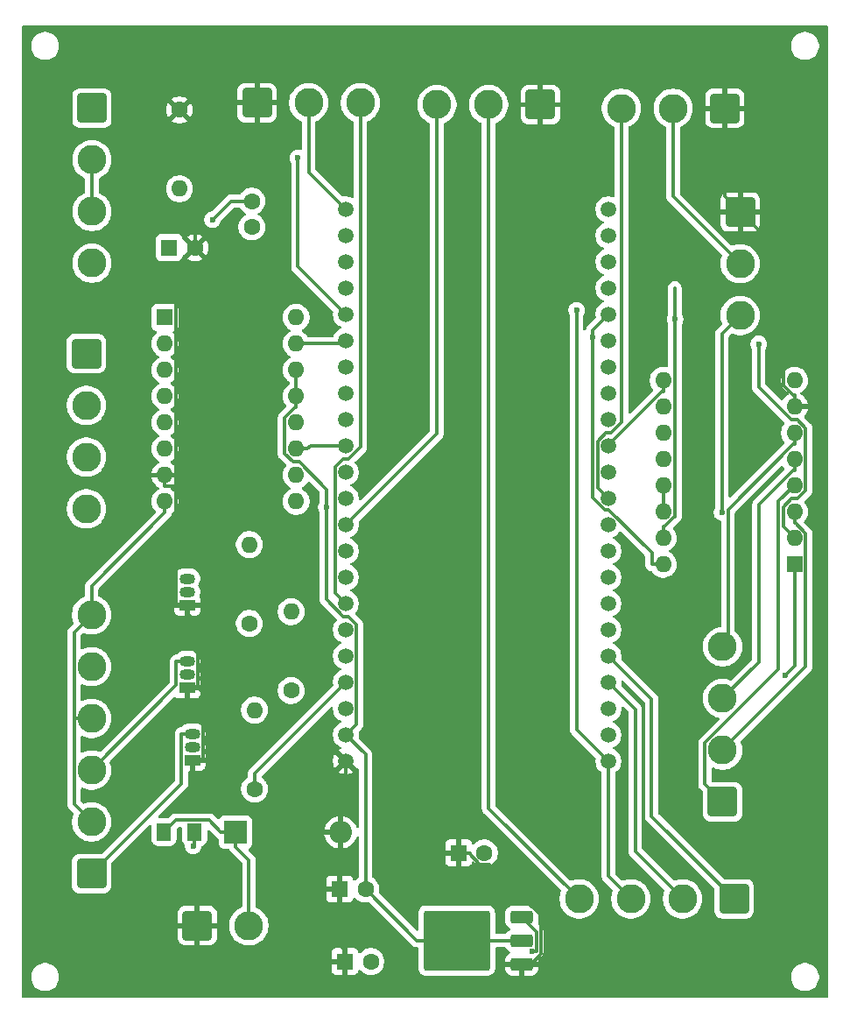
<source format=gbr>
%TF.GenerationSoftware,KiCad,Pcbnew,9.0.1*%
%TF.CreationDate,2025-05-12T18:48:48-07:00*%
%TF.ProjectId,pcb,7063622e-6b69-4636-9164-5f7063625858,rev?*%
%TF.SameCoordinates,Original*%
%TF.FileFunction,Copper,L1,Top*%
%TF.FilePolarity,Positive*%
%FSLAX46Y46*%
G04 Gerber Fmt 4.6, Leading zero omitted, Abs format (unit mm)*
G04 Created by KiCad (PCBNEW 9.0.1) date 2025-05-12 18:48:48*
%MOMM*%
%LPD*%
G01*
G04 APERTURE LIST*
G04 Aperture macros list*
%AMRoundRect*
0 Rectangle with rounded corners*
0 $1 Rounding radius*
0 $2 $3 $4 $5 $6 $7 $8 $9 X,Y pos of 4 corners*
0 Add a 4 corners polygon primitive as box body*
4,1,4,$2,$3,$4,$5,$6,$7,$8,$9,$2,$3,0*
0 Add four circle primitives for the rounded corners*
1,1,$1+$1,$2,$3*
1,1,$1+$1,$4,$5*
1,1,$1+$1,$6,$7*
1,1,$1+$1,$8,$9*
0 Add four rect primitives between the rounded corners*
20,1,$1+$1,$2,$3,$4,$5,0*
20,1,$1+$1,$4,$5,$6,$7,0*
20,1,$1+$1,$6,$7,$8,$9,0*
20,1,$1+$1,$8,$9,$2,$3,0*%
G04 Aperture macros list end*
%TA.AperFunction,ComponentPad*%
%ADD10R,1.600000X1.600000*%
%TD*%
%TA.AperFunction,ComponentPad*%
%ADD11C,1.600000*%
%TD*%
%TA.AperFunction,SMDPad,CuDef*%
%ADD12RoundRect,0.250000X0.850000X0.350000X-0.850000X0.350000X-0.850000X-0.350000X0.850000X-0.350000X0*%
%TD*%
%TA.AperFunction,SMDPad,CuDef*%
%ADD13RoundRect,0.249997X2.950003X2.650003X-2.950003X2.650003X-2.950003X-2.650003X2.950003X-2.650003X0*%
%TD*%
%TA.AperFunction,SMDPad,CuDef*%
%ADD14RoundRect,0.250001X-0.462499X-0.624999X0.462499X-0.624999X0.462499X0.624999X-0.462499X0.624999X0*%
%TD*%
%TA.AperFunction,ComponentPad*%
%ADD15R,2.200000X2.200000*%
%TD*%
%TA.AperFunction,ComponentPad*%
%ADD16O,2.200000X2.200000*%
%TD*%
%TA.AperFunction,ComponentPad*%
%ADD17O,1.600000X1.600000*%
%TD*%
%TA.AperFunction,ComponentPad*%
%ADD18R,1.500000X1.050000*%
%TD*%
%TA.AperFunction,ComponentPad*%
%ADD19O,1.500000X1.050000*%
%TD*%
%TA.AperFunction,ComponentPad*%
%ADD20RoundRect,0.250001X1.149999X-1.149999X1.149999X1.149999X-1.149999X1.149999X-1.149999X-1.149999X0*%
%TD*%
%TA.AperFunction,ComponentPad*%
%ADD21C,2.800000*%
%TD*%
%TA.AperFunction,ComponentPad*%
%ADD22RoundRect,0.250001X-1.149999X-1.149999X1.149999X-1.149999X1.149999X1.149999X-1.149999X1.149999X0*%
%TD*%
%TA.AperFunction,ComponentPad*%
%ADD23RoundRect,0.250001X1.149999X1.149999X-1.149999X1.149999X-1.149999X-1.149999X1.149999X-1.149999X0*%
%TD*%
%TA.AperFunction,ComponentPad*%
%ADD24RoundRect,0.250001X-1.149999X1.149999X-1.149999X-1.149999X1.149999X-1.149999X1.149999X1.149999X0*%
%TD*%
%TA.AperFunction,ComponentPad*%
%ADD25C,1.500000*%
%TD*%
%TA.AperFunction,ViaPad*%
%ADD26C,0.600000*%
%TD*%
%TA.AperFunction,Conductor*%
%ADD27C,0.300000*%
%TD*%
G04 APERTURE END LIST*
D10*
%TO.P,vd_c2,1*%
%TO.N,Net-(Debug_ports1-Pin_4)*%
X111500000Y-71500000D03*
D11*
%TO.P,vd_c2,2*%
%TO.N,GND*%
X114000000Y-71500000D03*
%TD*%
D12*
%TO.P,Regulator1,1,GND*%
%TO.N,GND*%
X145625000Y-140755000D03*
%TO.P,Regulator1,2,VO*%
%TO.N,/5V*%
X145625000Y-138475000D03*
D13*
X139325000Y-138475000D03*
D12*
%TO.P,Regulator1,3,VI*%
%TO.N,Net-(Regulator1-VI)*%
X145625000Y-136195000D03*
%TD*%
D14*
%TO.P,PTCFuse1,1*%
%TO.N,+12V*%
X111000000Y-128000000D03*
%TO.P,PTCFuse1,2*%
%TO.N,Net-(Regulator1-VI)*%
X113975000Y-128000000D03*
%TD*%
D15*
%TO.P,D1,1,K*%
%TO.N,+12V*%
X117920000Y-128000000D03*
D16*
%TO.P,D1,2,A*%
%TO.N,GND*%
X128080000Y-128000000D03*
%TD*%
D11*
%TO.P,mix1,1*%
%TO.N,/Mix1*%
X119750000Y-123810000D03*
D17*
%TO.P,mix1,2*%
%TO.N,Net-(Q1-G)*%
X119750000Y-116190000D03*
%TD*%
D18*
%TO.P,Q3,1,S*%
%TO.N,GND*%
X113250000Y-106040000D03*
D19*
%TO.P,Q3,2,G*%
%TO.N,Net-(Q3-G)*%
X113250000Y-104770000D03*
%TO.P,Q3,3,D*%
%TO.N,Net-(Mixing1-Pin_5)*%
X113250000Y-103500000D03*
%TD*%
D20*
%TO.P,J3,1,Pin_1*%
%TO.N,Net-(J3-Pin_1)*%
X165031500Y-125066700D03*
D21*
%TO.P,J3,2,Pin_2*%
%TO.N,Net-(J3-Pin_2)*%
X165031500Y-120066700D03*
%TO.P,J3,3,Pin_3*%
%TO.N,Net-(J3-Pin_3)*%
X165031500Y-115066700D03*
%TO.P,J3,4,Pin_4*%
%TO.N,Net-(J3-Pin_4)*%
X165031500Y-110066700D03*
%TD*%
D10*
%TO.P,motor_c1,1*%
%TO.N,GND*%
X139500000Y-130000000D03*
D11*
%TO.P,motor_c1,2*%
%TO.N,+12V*%
X142000000Y-130000000D03*
%TD*%
%TO.P,vd_c1,1*%
%TO.N,/VD_o*%
X119500000Y-69500000D03*
%TO.P,vd_c1,2*%
%TO.N,Net-(Debug_ports1-Pin_4)*%
X119500000Y-67000000D03*
%TD*%
D22*
%TO.P,MovingBumper_back1,1,Pin_1*%
%TO.N,GND*%
X120000000Y-57500000D03*
D21*
%TO.P,MovingBumper_back1,2,Pin_2*%
%TO.N,Net-(Debug_ports1-Pin_4)*%
X125000000Y-57500000D03*
%TO.P,MovingBumper_back1,3,Pin_3*%
%TO.N,/B_B*%
X130000000Y-57500000D03*
%TD*%
D23*
%TO.P,MovingBumper_front1,1,Pin_1*%
%TO.N,GND*%
X147397900Y-57680400D03*
D21*
%TO.P,MovingBumper_front1,2,Pin_2*%
%TO.N,Net-(Debug_ports1-Pin_4)*%
X142397900Y-57680400D03*
%TO.P,MovingBumper_front1,3,Pin_3*%
%TO.N,/B_F*%
X137397900Y-57680400D03*
%TD*%
D23*
%TO.P,Debug_ports1,1,Pin_1*%
%TO.N,Net-(Debug_ports1-Pin_1)*%
X166155000Y-134437400D03*
D21*
%TO.P,Debug_ports1,2,Pin_2*%
%TO.N,Net-(Debug_ports1-Pin_2)*%
X161155000Y-134437400D03*
%TO.P,Debug_ports1,3,Pin_3*%
%TO.N,Net-(Debug_ports1-Pin_3)*%
X156155000Y-134437400D03*
%TO.P,Debug_ports1,4,Pin_4*%
%TO.N,Net-(Debug_ports1-Pin_4)*%
X151155000Y-134437400D03*
%TD*%
D10*
%TO.P,reg_co1,1*%
%TO.N,GND*%
X128000000Y-133500000D03*
D11*
%TO.P,reg_co1,2*%
%TO.N,/5V*%
X130500000Y-133500000D03*
%TD*%
%TO.P,mix2,1*%
%TO.N,/Mix2*%
X123300100Y-114310000D03*
D17*
%TO.P,mix2,2*%
%TO.N,Net-(Q2-G)*%
X123300100Y-106690000D03*
%TD*%
D24*
%TO.P,Thermistor1,1,Pin_1*%
%TO.N,/Heating_pwm*%
X104032500Y-58000000D03*
D21*
%TO.P,Thermistor1,2,Pin_2*%
%TO.N,/VD_o*%
X104032500Y-63000000D03*
%TO.P,Thermistor1,3,Pin_3*%
X104032500Y-68000000D03*
%TO.P,Thermistor1,4,Pin_4*%
%TO.N,Net-(Debug_ports1-Pin_4)*%
X104032500Y-73000000D03*
%TD*%
D25*
%TO.P,ESP32-S3,1,3V3*%
%TO.N,Net-(Debug_ports1-Pin_4)*%
X128590000Y-67792500D03*
%TO.P,ESP32-S3,2,3V3*%
%TO.N,unconnected-(ESP32-S3-3V3-Pad2)*%
X128590000Y-70332500D03*
%TO.P,ESP32-S3,3,RST*%
%TO.N,unconnected-(ESP32-S3-RST-Pad3)*%
X128590000Y-72872500D03*
%TO.P,ESP32-S3,4,4*%
%TO.N,/VD_o*%
X128590000Y-75412500D03*
%TO.P,ESP32-S3,5,5*%
%TO.N,/Heating_pwm*%
X128590000Y-77952500D03*
%TO.P,ESP32-S3,6,6*%
%TO.N,/STEP*%
X128590000Y-80492500D03*
%TO.P,ESP32-S3,7,7*%
%TO.N,/DIR*%
X128590000Y-83032500D03*
%TO.P,ESP32-S3,8,15*%
%TO.N,/FLT*%
X128590000Y-85572500D03*
%TO.P,ESP32-S3,9,16*%
%TO.N,/M0*%
X128590000Y-88112500D03*
%TO.P,ESP32-S3,10,17*%
%TO.N,/M1*%
X128590000Y-90652500D03*
%TO.P,ESP32-S3,11,18*%
%TO.N,/M2*%
X128590000Y-93192500D03*
%TO.P,ESP32-S3,12,8*%
%TO.N,/EN*%
X128590000Y-95732500D03*
%TO.P,ESP32-S3,13,3*%
%TO.N,/B_F*%
X128590000Y-98272500D03*
%TO.P,ESP32-S3,14,46*%
%TO.N,unconnected-(ESP32-S3-46-Pad14)*%
X128590000Y-100812500D03*
%TO.P,ESP32-S3,15,9*%
%TO.N,/R_B*%
X128590000Y-103352500D03*
%TO.P,ESP32-S3,16,10*%
%TO.N,/B_B*%
X128590000Y-105892500D03*
%TO.P,ESP32-S3,17,11*%
%TO.N,/Mix3*%
X128590000Y-108432500D03*
%TO.P,ESP32-S3,18,12*%
%TO.N,/Mix2*%
X128590000Y-110972500D03*
%TO.P,ESP32-S3,19,13*%
%TO.N,/Mix1*%
X128590000Y-113512500D03*
%TO.P,ESP32-S3,20*%
%TO.N,unconnected-(ESP32-S3-Pad20)*%
X128590000Y-116052500D03*
%TO.P,ESP32-S3,21,Vin*%
%TO.N,/5V*%
X128590000Y-118592500D03*
%TO.P,ESP32-S3,22,Gnd*%
%TO.N,GND*%
X128590000Y-121132500D03*
%TO.P,ESP32-S3,23,GND*%
%TO.N,unconnected-(ESP32-S3-GND-Pad23)*%
X153990000Y-67792500D03*
%TO.P,ESP32-S3,24,TX*%
%TO.N,unconnected-(ESP32-S3-TX-Pad24)*%
X153990000Y-70332500D03*
%TO.P,ESP32-S3,25,RX*%
%TO.N,unconnected-(ESP32-S3-RX-Pad25)*%
X153990000Y-72872500D03*
%TO.P,ESP32-S3,26,1*%
%TO.N,/STEP*%
X153990000Y-75412500D03*
%TO.P,ESP32-S3,27,2*%
%TO.N,/DIR*%
X153990000Y-77952500D03*
%TO.P,ESP32-S3,28,42*%
%TO.N,/FLT*%
X153990000Y-80492500D03*
%TO.P,ESP32-S3,29,41*%
%TO.N,/M0*%
X153990000Y-83032500D03*
%TO.P,ESP32-S3,30,40*%
%TO.N,/M1*%
X153990000Y-85572500D03*
%TO.P,ESP32-S3,31,39*%
%TO.N,/M2*%
X153990000Y-88112500D03*
%TO.P,ESP32-S3,32,38*%
%TO.N,/EN*%
X153990000Y-90652500D03*
%TO.P,ESP32-S3,33,37*%
%TO.N,unconnected-(ESP32-S3-37-Pad33)*%
X153990000Y-93192500D03*
%TO.P,ESP32-S3,34,36*%
%TO.N,/R_F*%
X153990000Y-95732500D03*
%TO.P,ESP32-S3,35,35*%
%TO.N,unconnected-(ESP32-S3-Pad35)*%
X153990000Y-98272500D03*
%TO.P,ESP32-S3,36,0*%
%TO.N,unconnected-(ESP32-S3-0-Pad36)*%
X153990000Y-100812500D03*
%TO.P,ESP32-S3,37,45*%
%TO.N,unconnected-(ESP32-S3-45-Pad37)*%
X153990000Y-103352500D03*
%TO.P,ESP32-S3,38,48*%
%TO.N,unconnected-(ESP32-S3-48-Pad38)*%
X153990000Y-105892500D03*
%TO.P,ESP32-S3,39,47*%
%TO.N,unconnected-(ESP32-S3-47-Pad39)*%
X153990000Y-108432500D03*
%TO.P,ESP32-S3,40,21*%
%TO.N,Net-(Debug_ports1-Pin_1)*%
X153990000Y-110972500D03*
%TO.P,ESP32-S3,41,20*%
%TO.N,Net-(Debug_ports1-Pin_2)*%
X153990000Y-113512500D03*
%TO.P,ESP32-S3,42*%
%TO.N,unconnected-(ESP32-S3-Pad42)*%
X153990000Y-116052500D03*
%TO.P,ESP32-S3,43,GND*%
%TO.N,unconnected-(ESP32-S3-GND-Pad43)*%
X153990000Y-118592500D03*
%TO.P,ESP32-S3,44,GND*%
%TO.N,Net-(Debug_ports1-Pin_3)*%
X153990000Y-121132500D03*
%TD*%
D10*
%TO.P,reg_ci1,1*%
%TO.N,GND*%
X128500000Y-140500000D03*
D11*
%TO.P,reg_ci1,2*%
%TO.N,Net-(Regulator1-VI)*%
X131000000Y-140500000D03*
%TD*%
D10*
%TO.P,Moving1,1,GND*%
%TO.N,Net-(Debug_ports1-Pin_3)*%
X171982000Y-102106300D03*
D17*
%TO.P,Moving1,2,~{FLT}*%
%TO.N,/FLT*%
X171982000Y-99566300D03*
%TO.P,Moving1,3,A2*%
%TO.N,Net-(J3-Pin_2)*%
X171982000Y-97026300D03*
%TO.P,Moving1,4,A1*%
%TO.N,Net-(J3-Pin_1)*%
X171982000Y-94486300D03*
%TO.P,Moving1,5,B1*%
%TO.N,Net-(J3-Pin_3)*%
X171982000Y-91946300D03*
%TO.P,Moving1,6,B2*%
%TO.N,Net-(J3-Pin_4)*%
X171982000Y-89406300D03*
%TO.P,Moving1,7,GND*%
%TO.N,GND*%
X171982000Y-86866300D03*
%TO.P,Moving1,8,VMOT*%
%TO.N,+12V*%
X171982000Y-84326300D03*
%TO.P,Moving1,9,~{EN}*%
%TO.N,/EN*%
X159282000Y-84326300D03*
%TO.P,Moving1,10,M0*%
%TO.N,/M0*%
X159282000Y-86866300D03*
%TO.P,Moving1,11,M1*%
%TO.N,/M1*%
X159282000Y-89406300D03*
%TO.P,Moving1,12,M2*%
%TO.N,/M2*%
X159282000Y-91946300D03*
%TO.P,Moving1,13,~{RST}*%
%TO.N,/5V*%
X159282000Y-94486300D03*
%TO.P,Moving1,14,~{SLP}*%
X159282000Y-97026300D03*
%TO.P,Moving1,15,STEP*%
%TO.N,/STEP*%
X159282000Y-99566300D03*
%TO.P,Moving1,16,DIR*%
%TO.N,/DIR*%
X159282000Y-102106300D03*
%TD*%
D22*
%TO.P,J1,1,Pin_1*%
%TO.N,GND*%
X114212500Y-137032500D03*
D21*
%TO.P,J1,2,Pin_2*%
%TO.N,+12V*%
X119212500Y-137032500D03*
%TD*%
D11*
%TO.P,vd_r1,1*%
%TO.N,GND*%
X112500000Y-58190000D03*
D17*
%TO.P,vd_r1,2*%
%TO.N,/VD_o*%
X112500000Y-65810000D03*
%TD*%
D11*
%TO.P,mix3,1*%
%TO.N,/Mix3*%
X119250000Y-107810000D03*
D17*
%TO.P,mix3,2*%
%TO.N,Net-(Q3-G)*%
X119250000Y-100190000D03*
%TD*%
D23*
%TO.P,Rehydration_front1,1,Pin_1*%
%TO.N,GND*%
X165250000Y-58032500D03*
D21*
%TO.P,Rehydration_front1,2,Pin_2*%
%TO.N,Net-(Debug_ports1-Pin_4)*%
X160250000Y-58032500D03*
%TO.P,Rehydration_front1,3,Pin_3*%
%TO.N,/R_F*%
X155250000Y-58032500D03*
%TD*%
D18*
%TO.P,Q1,1,S*%
%TO.N,GND*%
X113750000Y-121040000D03*
D19*
%TO.P,Q1,2,G*%
%TO.N,Net-(Q1-G)*%
X113750000Y-119770000D03*
%TO.P,Q1,3,D*%
%TO.N,Net-(Mixing1-Pin_1)*%
X113750000Y-118500000D03*
%TD*%
D24*
%TO.P,J2,1,Pin_1*%
%TO.N,Net-(J2-Pin_1)*%
X103500000Y-81750000D03*
D21*
%TO.P,J2,2,Pin_2*%
%TO.N,Net-(J2-Pin_2)*%
X103500000Y-86750000D03*
%TO.P,J2,3,Pin_3*%
%TO.N,Net-(J2-Pin_3)*%
X103500000Y-91750000D03*
%TO.P,J2,4,Pin_4*%
%TO.N,Net-(J2-Pin_4)*%
X103500000Y-96750000D03*
%TD*%
D10*
%TO.P,Rehydration1,1,GND*%
%TO.N,Net-(Debug_ports1-Pin_3)*%
X111090200Y-78254000D03*
D17*
%TO.P,Rehydration1,2,~{FLT}*%
%TO.N,/FLT*%
X111090200Y-80794000D03*
%TO.P,Rehydration1,3,A2*%
%TO.N,Net-(J2-Pin_2)*%
X111090200Y-83334000D03*
%TO.P,Rehydration1,4,A1*%
%TO.N,Net-(J2-Pin_1)*%
X111090200Y-85874000D03*
%TO.P,Rehydration1,5,B1*%
%TO.N,Net-(J2-Pin_3)*%
X111090200Y-88414000D03*
%TO.P,Rehydration1,6,B2*%
%TO.N,Net-(J2-Pin_4)*%
X111090200Y-90954000D03*
%TO.P,Rehydration1,7,GND*%
%TO.N,GND*%
X111090200Y-93494000D03*
%TO.P,Rehydration1,8,VMOT*%
%TO.N,+12V*%
X111090200Y-96034000D03*
%TO.P,Rehydration1,9,~{EN}*%
%TO.N,/EN*%
X123790200Y-96034000D03*
%TO.P,Rehydration1,10,M0*%
%TO.N,/M0*%
X123790200Y-93494000D03*
%TO.P,Rehydration1,11,M1*%
%TO.N,/M1*%
X123790200Y-90954000D03*
%TO.P,Rehydration1,12,M2*%
%TO.N,/M2*%
X123790200Y-88414000D03*
%TO.P,Rehydration1,13,~{RST}*%
%TO.N,/5V*%
X123790200Y-85874000D03*
%TO.P,Rehydration1,14,~{SLP}*%
X123790200Y-83334000D03*
%TO.P,Rehydration1,15,STEP*%
%TO.N,/STEP*%
X123790200Y-80794000D03*
%TO.P,Rehydration1,16,DIR*%
%TO.N,/DIR*%
X123790200Y-78254000D03*
%TD*%
D18*
%TO.P,Q2,1,S*%
%TO.N,GND*%
X113250000Y-114040000D03*
D19*
%TO.P,Q2,2,G*%
%TO.N,Net-(Q2-G)*%
X113250000Y-112770000D03*
%TO.P,Q2,3,D*%
%TO.N,Net-(Mixing1-Pin_3)*%
X113250000Y-111500000D03*
%TD*%
D24*
%TO.P,Rehydration_back1,1,Pin_1*%
%TO.N,GND*%
X166732900Y-68049600D03*
D21*
%TO.P,Rehydration_back1,2,Pin_2*%
%TO.N,Net-(Debug_ports1-Pin_4)*%
X166732900Y-73049600D03*
%TO.P,Rehydration_back1,3,Pin_3*%
%TO.N,/R_B*%
X166732900Y-78049600D03*
%TD*%
D20*
%TO.P,Mixing1,1,Pin_1*%
%TO.N,Net-(Mixing1-Pin_1)*%
X104000000Y-132000000D03*
D21*
%TO.P,Mixing1,2,Pin_2*%
%TO.N,+12V*%
X104000000Y-127000000D03*
%TO.P,Mixing1,3,Pin_3*%
%TO.N,Net-(Mixing1-Pin_3)*%
X104000000Y-122000000D03*
%TO.P,Mixing1,4,Pin_4*%
%TO.N,+12V*%
X104000000Y-117000000D03*
%TO.P,Mixing1,5,Pin_5*%
%TO.N,Net-(Mixing1-Pin_5)*%
X104000000Y-112000000D03*
%TO.P,Mixing1,6,Pin_6*%
%TO.N,+12V*%
X104000000Y-107000000D03*
%TD*%
D26*
%TO.N,Net-(Debug_ports1-Pin_3)*%
X171070600Y-112815200D03*
X150917900Y-77535600D03*
%TO.N,Net-(Debug_ports1-Pin_4)*%
X115702900Y-68783700D03*
%TO.N,/Heating_pwm*%
X123950300Y-62819500D03*
%TO.N,/R_B*%
X164972000Y-97096900D03*
%TO.N,/STEP*%
X160439300Y-78415700D03*
%TO.N,/FLT*%
X168518300Y-80803300D03*
%TO.N,/5V*%
X126693000Y-96608000D03*
%TO.N,/DIR*%
X152466300Y-80137800D03*
%TO.N,Net-(Regulator1-VI)*%
X146598600Y-139544400D03*
X113829600Y-129316500D03*
%TD*%
D27*
%TO.N,Net-(Mixing1-Pin_1)*%
X112700000Y-123300000D02*
X112700000Y-118500000D01*
X104000000Y-132000000D02*
X112700000Y-123300000D01*
X113750000Y-118500000D02*
X112700000Y-118500000D01*
%TO.N,Net-(Mixing1-Pin_3)*%
X112200000Y-113800000D02*
X104000000Y-122000000D01*
X112200000Y-111500000D02*
X112200000Y-113800000D01*
X113250000Y-111500000D02*
X112200000Y-111500000D01*
%TO.N,Net-(Debug_ports1-Pin_2)*%
X156582200Y-129864600D02*
X161155000Y-134437400D01*
X156582200Y-116104700D02*
X156582200Y-129864600D01*
X153990000Y-113512500D02*
X156582200Y-116104700D01*
%TO.N,+12V*%
X119212500Y-130692500D02*
X117920000Y-129400000D01*
X119212500Y-137032500D02*
X119212500Y-130692500D01*
X117920000Y-128000000D02*
X117920000Y-129400000D01*
X115351200Y-126831200D02*
X116520000Y-128000000D01*
X112168800Y-126831200D02*
X115351200Y-126831200D01*
X111000000Y-128000000D02*
X112168800Y-126831200D01*
X117920000Y-128000000D02*
X116520000Y-128000000D01*
X104000000Y-104224200D02*
X104000000Y-107000000D01*
X111090200Y-97134000D02*
X104000000Y-104224200D01*
X111090200Y-96034000D02*
X111090200Y-97134000D01*
X102307000Y-108693000D02*
X102307000Y-117000000D01*
X104000000Y-107000000D02*
X102307000Y-108693000D01*
X104000000Y-117000000D02*
X102307000Y-117000000D01*
X102307000Y-125307000D02*
X104000000Y-127000000D01*
X102307000Y-117000000D02*
X102307000Y-125307000D01*
%TO.N,Net-(Debug_ports1-Pin_1)*%
X158151300Y-115133800D02*
X153990000Y-110972500D01*
X158151300Y-126433700D02*
X158151300Y-115133800D01*
X166155000Y-134437400D02*
X158151300Y-126433700D01*
%TO.N,Net-(Debug_ports1-Pin_3)*%
X171982000Y-111903800D02*
X171070600Y-112815200D01*
X171982000Y-102106300D02*
X171982000Y-111903800D01*
X153990000Y-132272400D02*
X156155000Y-134437400D01*
X153990000Y-121132500D02*
X153990000Y-132272400D01*
X150917900Y-118060400D02*
X150917900Y-77535600D01*
X153990000Y-121132500D02*
X150917900Y-118060400D01*
%TO.N,Net-(Debug_ports1-Pin_4)*%
X160250000Y-66566700D02*
X166732900Y-73049600D01*
X160250000Y-58032500D02*
X160250000Y-66566700D01*
X142397900Y-125680300D02*
X151155000Y-134437400D01*
X142397900Y-57680400D02*
X142397900Y-125680300D01*
X125000000Y-64202500D02*
X125000000Y-57500000D01*
X128590000Y-67792500D02*
X125000000Y-64202500D01*
X117486600Y-67000000D02*
X119500000Y-67000000D01*
X115702900Y-68783700D02*
X117486600Y-67000000D01*
%TO.N,/VD_o*%
X104032500Y-63000000D02*
X104032500Y-68000000D01*
%TO.N,/Heating_pwm*%
X123950300Y-73312800D02*
X123950300Y-62819500D01*
X128590000Y-77952500D02*
X123950300Y-73312800D01*
%TO.N,/R_B*%
X164972000Y-79810500D02*
X166732900Y-78049600D01*
X164972000Y-97096900D02*
X164972000Y-79810500D01*
%TO.N,Net-(J3-Pin_3)*%
X171982000Y-91946300D02*
X171982000Y-93046300D01*
X168553800Y-111544400D02*
X165031500Y-115066700D01*
X168553800Y-96336900D02*
X168553800Y-111544400D01*
X171844400Y-93046300D02*
X168553800Y-96336900D01*
X171982000Y-93046300D02*
X171844400Y-93046300D01*
%TO.N,Net-(J3-Pin_1)*%
X170453300Y-96015000D02*
X171982000Y-94486300D01*
X170453300Y-112269900D02*
X170453300Y-96015000D01*
X163320500Y-119402700D02*
X170453300Y-112269900D01*
X163320500Y-123355700D02*
X163320500Y-119402700D01*
X165031500Y-125066700D02*
X163320500Y-123355700D01*
%TO.N,Net-(J3-Pin_4)*%
X171982000Y-89406300D02*
X171982000Y-90506300D01*
X171870000Y-90506300D02*
X171982000Y-90506300D01*
X165550700Y-96825600D02*
X171870000Y-90506300D01*
X165550700Y-109547500D02*
X165550700Y-96825600D01*
X165031500Y-110066700D02*
X165550700Y-109547500D01*
%TO.N,/B_F*%
X137397900Y-89464600D02*
X128590000Y-98272500D01*
X137397900Y-57680400D02*
X137397900Y-89464600D01*
%TO.N,Net-(J3-Pin_2)*%
X171982000Y-97026300D02*
X171982000Y-98126300D01*
X173060700Y-112037500D02*
X165031500Y-120066700D01*
X173060700Y-99119500D02*
X173060700Y-112037500D01*
X172067500Y-98126300D02*
X173060700Y-99119500D01*
X171982000Y-98126300D02*
X172067500Y-98126300D01*
%TO.N,/R_F*%
X155250000Y-88345800D02*
X155250000Y-58032500D01*
X154213300Y-89382500D02*
X155250000Y-88345800D01*
X153756700Y-89382500D02*
X154213300Y-89382500D01*
X152941700Y-90197500D02*
X153756700Y-89382500D01*
X152941700Y-94684200D02*
X152941700Y-90197500D01*
X153990000Y-95732500D02*
X152941700Y-94684200D01*
%TO.N,/Mix1*%
X119750000Y-122352500D02*
X119750000Y-123810000D01*
X128590000Y-113512500D02*
X119750000Y-122352500D01*
%TO.N,/B_B*%
X127551900Y-104854400D02*
X128590000Y-105892500D01*
X127551900Y-92713800D02*
X127551900Y-104854400D01*
X128343200Y-91922500D02*
X127551900Y-92713800D01*
X128811400Y-91922500D02*
X128343200Y-91922500D01*
X130000000Y-90733900D02*
X128811400Y-91922500D01*
X130000000Y-57500000D02*
X130000000Y-90733900D01*
%TO.N,/STEP*%
X128288500Y-80794000D02*
X128590000Y-80492500D01*
X123790200Y-80794000D02*
X128288500Y-80794000D01*
X160439300Y-97446500D02*
X160439300Y-78415700D01*
X159419500Y-98466300D02*
X160439300Y-97446500D01*
X159282000Y-98466300D02*
X159419500Y-98466300D01*
X159282000Y-99566300D02*
X159282000Y-98466300D01*
%TO.N,GND*%
X111090200Y-93494000D02*
X111090200Y-94594000D01*
X113250000Y-106040000D02*
X112200000Y-106040000D01*
X128590000Y-126090000D02*
X128590000Y-121132500D01*
X128080000Y-126600000D02*
X128590000Y-126090000D01*
X128080000Y-128000000D02*
X128080000Y-127300000D01*
X128080000Y-127300000D02*
X128080000Y-126600000D01*
X128000000Y-127380000D02*
X128000000Y-133500000D01*
X128080000Y-127300000D02*
X128000000Y-127380000D01*
X128000000Y-138900000D02*
X128000000Y-133500000D01*
X128500000Y-139400000D02*
X128000000Y-138900000D01*
X128500000Y-140500000D02*
X128500000Y-139400000D01*
X114300000Y-107915000D02*
X113250000Y-106865000D01*
X114300000Y-114040000D02*
X114300000Y-107915000D01*
X113250000Y-106040000D02*
X113250000Y-106865000D01*
X165250000Y-66566700D02*
X165250000Y-58032500D01*
X166732900Y-68049600D02*
X165250000Y-66566700D01*
X114000000Y-59690000D02*
X114000000Y-71500000D01*
X112500000Y-58190000D02*
X114000000Y-59690000D01*
X170882000Y-72198700D02*
X166732900Y-68049600D01*
X170882000Y-84803900D02*
X170882000Y-72198700D01*
X171844400Y-85766300D02*
X170882000Y-84803900D01*
X171982000Y-85766300D02*
X171844400Y-85766300D01*
X171982000Y-86866300D02*
X171982000Y-85766300D01*
X113250000Y-114040000D02*
X114270600Y-114040000D01*
X114270600Y-114040000D02*
X114270700Y-114040000D01*
X114270700Y-114040000D02*
X114300000Y-114040000D01*
X113750000Y-121040000D02*
X114799900Y-121040000D01*
X114799900Y-114569200D02*
X114799900Y-121040000D01*
X114270700Y-114040000D02*
X114799900Y-114569200D01*
X111090200Y-94594000D02*
X112200000Y-94594000D01*
X112200000Y-106040000D02*
X112200000Y-94594000D01*
X112200000Y-73300000D02*
X114000000Y-71500000D01*
X112200000Y-94594000D02*
X112200000Y-73300000D01*
X140600000Y-130137600D02*
X140600000Y-130000000D01*
X141562400Y-131100000D02*
X140600000Y-130137600D01*
X142511800Y-131100000D02*
X141562400Y-131100000D01*
X147477600Y-136065800D02*
X142511800Y-131100000D01*
X147477600Y-139793100D02*
X147477600Y-136065800D01*
X146515700Y-140755000D02*
X147477600Y-139793100D01*
X145625000Y-140755000D02*
X146515700Y-140755000D01*
X139500000Y-130000000D02*
X140600000Y-130000000D01*
%TO.N,/FLT*%
X168518300Y-84987100D02*
X168518300Y-80803300D01*
X171667500Y-88136300D02*
X168518300Y-84987100D01*
X172260700Y-88136300D02*
X171667500Y-88136300D01*
X173060700Y-88936300D02*
X172260700Y-88136300D01*
X173060700Y-94982400D02*
X173060700Y-88936300D01*
X172286800Y-95756300D02*
X173060700Y-94982400D01*
X171686000Y-95756300D02*
X172286800Y-95756300D01*
X170882000Y-96560300D02*
X171686000Y-95756300D01*
X170882000Y-98466300D02*
X170882000Y-96560300D01*
X171982000Y-99566300D02*
X170882000Y-98466300D01*
%TO.N,/5V*%
X159282000Y-97026300D02*
X159282000Y-94486300D01*
X123790200Y-83334000D02*
X123790200Y-85874000D01*
X123790200Y-85874000D02*
X123790200Y-86974000D01*
X135475000Y-138475000D02*
X130500000Y-133500000D01*
X139325000Y-138475000D02*
X135475000Y-138475000D01*
X130500000Y-120502500D02*
X130500000Y-133500000D01*
X128590000Y-118592500D02*
X130500000Y-120502500D01*
X126693000Y-94856300D02*
X126693000Y-96608000D01*
X124060700Y-92224000D02*
X126693000Y-94856300D01*
X123485500Y-92224000D02*
X124060700Y-92224000D01*
X122672200Y-91410700D02*
X123485500Y-92224000D01*
X122672200Y-87954500D02*
X122672200Y-91410700D01*
X123652700Y-86974000D02*
X122672200Y-87954500D01*
X123790200Y-86974000D02*
X123652700Y-86974000D01*
X129628300Y-117554200D02*
X128590000Y-118592500D01*
X129628300Y-107953200D02*
X129628300Y-117554200D01*
X128837600Y-107162500D02*
X129628300Y-107953200D01*
X128369900Y-107162500D02*
X128837600Y-107162500D01*
X126693000Y-105485600D02*
X128369900Y-107162500D01*
X126693000Y-96608000D02*
X126693000Y-105485600D01*
X145625000Y-138475000D02*
X139325000Y-138475000D01*
%TO.N,/DIR*%
X159282000Y-102106300D02*
X158182000Y-102106300D01*
X152466300Y-95663500D02*
X152466300Y-80137800D01*
X153654100Y-96851300D02*
X152466300Y-95663500D01*
X154027000Y-96851300D02*
X153654100Y-96851300D01*
X158182000Y-101006300D02*
X154027000Y-96851300D01*
X158182000Y-102106300D02*
X158182000Y-101006300D01*
X152466300Y-79476200D02*
X153990000Y-77952500D01*
X152466300Y-80137800D02*
X152466300Y-79476200D01*
%TO.N,/M1*%
X125191700Y-90652500D02*
X124890200Y-90954000D01*
X128590000Y-90652500D02*
X125191700Y-90652500D01*
X123790200Y-90954000D02*
X124890200Y-90954000D01*
%TO.N,/EN*%
X159282000Y-84326300D02*
X159282000Y-85426300D01*
X159118700Y-85426300D02*
X159282000Y-85426300D01*
X153990000Y-90555000D02*
X159118700Y-85426300D01*
X153990000Y-90652500D02*
X153990000Y-90555000D01*
%TO.N,Net-(Regulator1-VI)*%
X113975000Y-129171100D02*
X113975000Y-128000000D01*
X113829600Y-129316500D02*
X113975000Y-129171100D01*
X147048900Y-139544400D02*
X146598600Y-139544400D01*
X146598600Y-139544400D02*
X147048900Y-139544400D01*
X147048900Y-137618900D02*
X147048900Y-139544400D01*
X145625000Y-136195000D02*
X147048900Y-137618900D01*
%TO.N,/STEP*%
X160409000Y-97476800D02*
X160409000Y-75410400D01*
%TD*%
%TA.AperFunction,Conductor*%
%TO.N,GND*%
G36*
X175192539Y-50052685D02*
G01*
X175238294Y-50105489D01*
X175249500Y-50157000D01*
X175249500Y-143908000D01*
X175229815Y-143975039D01*
X175177011Y-144020794D01*
X175125500Y-144032000D01*
X97374500Y-144032000D01*
X97307461Y-144012315D01*
X97261706Y-143959511D01*
X97250500Y-143908000D01*
X97250500Y-141893713D01*
X98149500Y-141893713D01*
X98149500Y-142106286D01*
X98182753Y-142316239D01*
X98248444Y-142518414D01*
X98344951Y-142707820D01*
X98469890Y-142879786D01*
X98620213Y-143030109D01*
X98792179Y-143155048D01*
X98792181Y-143155049D01*
X98792184Y-143155051D01*
X98981588Y-143251557D01*
X99183757Y-143317246D01*
X99393713Y-143350500D01*
X99393714Y-143350500D01*
X99606286Y-143350500D01*
X99606287Y-143350500D01*
X99816243Y-143317246D01*
X100018412Y-143251557D01*
X100207816Y-143155051D01*
X100229789Y-143139086D01*
X100379786Y-143030109D01*
X100379788Y-143030106D01*
X100379792Y-143030104D01*
X100530104Y-142879792D01*
X100530106Y-142879788D01*
X100530109Y-142879786D01*
X100655048Y-142707820D01*
X100655047Y-142707820D01*
X100655051Y-142707816D01*
X100751557Y-142518412D01*
X100817246Y-142316243D01*
X100850500Y-142106287D01*
X100850500Y-141893713D01*
X171649500Y-141893713D01*
X171649500Y-142106286D01*
X171682753Y-142316239D01*
X171748444Y-142518414D01*
X171844951Y-142707820D01*
X171969890Y-142879786D01*
X172120213Y-143030109D01*
X172292179Y-143155048D01*
X172292181Y-143155049D01*
X172292184Y-143155051D01*
X172481588Y-143251557D01*
X172683757Y-143317246D01*
X172893713Y-143350500D01*
X172893714Y-143350500D01*
X173106286Y-143350500D01*
X173106287Y-143350500D01*
X173316243Y-143317246D01*
X173518412Y-143251557D01*
X173707816Y-143155051D01*
X173729789Y-143139086D01*
X173879786Y-143030109D01*
X173879788Y-143030106D01*
X173879792Y-143030104D01*
X174030104Y-142879792D01*
X174030106Y-142879788D01*
X174030109Y-142879786D01*
X174155048Y-142707820D01*
X174155047Y-142707820D01*
X174155051Y-142707816D01*
X174251557Y-142518412D01*
X174317246Y-142316243D01*
X174350500Y-142106287D01*
X174350500Y-141893713D01*
X174317246Y-141683757D01*
X174251557Y-141481588D01*
X174155051Y-141292184D01*
X174155049Y-141292181D01*
X174155048Y-141292179D01*
X174030109Y-141120213D01*
X173879786Y-140969890D01*
X173707820Y-140844951D01*
X173518414Y-140748444D01*
X173518413Y-140748443D01*
X173518412Y-140748443D01*
X173316243Y-140682754D01*
X173316241Y-140682753D01*
X173316240Y-140682753D01*
X173137186Y-140654394D01*
X173106287Y-140649500D01*
X172893713Y-140649500D01*
X172862814Y-140654394D01*
X172683760Y-140682753D01*
X172481585Y-140748444D01*
X172292179Y-140844951D01*
X172120213Y-140969890D01*
X171969890Y-141120213D01*
X171844951Y-141292179D01*
X171748444Y-141481585D01*
X171682753Y-141683760D01*
X171649500Y-141893713D01*
X100850500Y-141893713D01*
X100817246Y-141683757D01*
X100751557Y-141481588D01*
X100655051Y-141292184D01*
X100655049Y-141292181D01*
X100655048Y-141292179D01*
X100530109Y-141120213D01*
X100379786Y-140969890D01*
X100207820Y-140844951D01*
X100137503Y-140809123D01*
X100018414Y-140748444D01*
X100018413Y-140748443D01*
X100018412Y-140748443D01*
X99816243Y-140682754D01*
X99816241Y-140682753D01*
X99816240Y-140682753D01*
X99637186Y-140654394D01*
X99606287Y-140649500D01*
X99393713Y-140649500D01*
X99362814Y-140654394D01*
X99183760Y-140682753D01*
X98981585Y-140748444D01*
X98792179Y-140844951D01*
X98620213Y-140969890D01*
X98469890Y-141120213D01*
X98344951Y-141292179D01*
X98248444Y-141481585D01*
X98182753Y-141683760D01*
X98149500Y-141893713D01*
X97250500Y-141893713D01*
X97250500Y-139652155D01*
X127200000Y-139652155D01*
X127200000Y-140250000D01*
X128184314Y-140250000D01*
X128179920Y-140254394D01*
X128127259Y-140345606D01*
X128100000Y-140447339D01*
X128100000Y-140552661D01*
X128127259Y-140654394D01*
X128179920Y-140745606D01*
X128184314Y-140750000D01*
X127200000Y-140750000D01*
X127200000Y-141347844D01*
X127206401Y-141407372D01*
X127206403Y-141407379D01*
X127256645Y-141542086D01*
X127256649Y-141542093D01*
X127342809Y-141657187D01*
X127342812Y-141657190D01*
X127457906Y-141743350D01*
X127457913Y-141743354D01*
X127592620Y-141793596D01*
X127592627Y-141793598D01*
X127652155Y-141799999D01*
X127652172Y-141800000D01*
X128250000Y-141800000D01*
X128250000Y-140815686D01*
X128254394Y-140820080D01*
X128345606Y-140872741D01*
X128447339Y-140900000D01*
X128552661Y-140900000D01*
X128654394Y-140872741D01*
X128745606Y-140820080D01*
X128750000Y-140815686D01*
X128750000Y-141800000D01*
X129347828Y-141800000D01*
X129347844Y-141799999D01*
X129407372Y-141793598D01*
X129407379Y-141793596D01*
X129542086Y-141743354D01*
X129542093Y-141743350D01*
X129657187Y-141657190D01*
X129657190Y-141657187D01*
X129743350Y-141542093D01*
X129743354Y-141542086D01*
X129793598Y-141407375D01*
X129794988Y-141401493D01*
X129829558Y-141340775D01*
X129891467Y-141308385D01*
X129961059Y-141314608D01*
X130003499Y-141344863D01*
X130004589Y-141343774D01*
X130152786Y-141491971D01*
X130264790Y-141573345D01*
X130318390Y-141612287D01*
X130406517Y-141657190D01*
X130500776Y-141705218D01*
X130500778Y-141705218D01*
X130500781Y-141705220D01*
X130539234Y-141717714D01*
X130695465Y-141768477D01*
X130796557Y-141784488D01*
X130897648Y-141800500D01*
X130897649Y-141800500D01*
X131102351Y-141800500D01*
X131102352Y-141800500D01*
X131304534Y-141768477D01*
X131499219Y-141705220D01*
X131681610Y-141612287D01*
X131778234Y-141542086D01*
X131847213Y-141491971D01*
X131847215Y-141491968D01*
X131847219Y-141491966D01*
X131991966Y-141347219D01*
X131991968Y-141347215D01*
X131991971Y-141347213D01*
X132057012Y-141257690D01*
X132112287Y-141181610D01*
X132205220Y-140999219D01*
X132268477Y-140804534D01*
X132300500Y-140602352D01*
X132300500Y-140397648D01*
X132281023Y-140274674D01*
X132268477Y-140195465D01*
X132205218Y-140000776D01*
X132171503Y-139934607D01*
X132112287Y-139818390D01*
X132104556Y-139807749D01*
X131991971Y-139652786D01*
X131847213Y-139508028D01*
X131681613Y-139387715D01*
X131681612Y-139387714D01*
X131681610Y-139387713D01*
X131593487Y-139342812D01*
X131499223Y-139294781D01*
X131304534Y-139231522D01*
X131129995Y-139203878D01*
X131102352Y-139199500D01*
X130897648Y-139199500D01*
X130873329Y-139203351D01*
X130695465Y-139231522D01*
X130500776Y-139294781D01*
X130318386Y-139387715D01*
X130152786Y-139508028D01*
X130152782Y-139508032D01*
X130004589Y-139656226D01*
X130003270Y-139654907D01*
X129951401Y-139688737D01*
X129881533Y-139689208D01*
X129822502Y-139651830D01*
X129794988Y-139598508D01*
X129793597Y-139592621D01*
X129743354Y-139457913D01*
X129743350Y-139457906D01*
X129657190Y-139342812D01*
X129657187Y-139342809D01*
X129542093Y-139256649D01*
X129542086Y-139256645D01*
X129407379Y-139206403D01*
X129407372Y-139206401D01*
X129347844Y-139200000D01*
X128750000Y-139200000D01*
X128750000Y-140184314D01*
X128745606Y-140179920D01*
X128654394Y-140127259D01*
X128552661Y-140100000D01*
X128447339Y-140100000D01*
X128345606Y-140127259D01*
X128254394Y-140179920D01*
X128250000Y-140184314D01*
X128250000Y-139200000D01*
X127652155Y-139200000D01*
X127592627Y-139206401D01*
X127592620Y-139206403D01*
X127457913Y-139256645D01*
X127457906Y-139256649D01*
X127342812Y-139342809D01*
X127342809Y-139342812D01*
X127256649Y-139457906D01*
X127256645Y-139457913D01*
X127206403Y-139592620D01*
X127206401Y-139592627D01*
X127200000Y-139652155D01*
X97250500Y-139652155D01*
X97250500Y-135832514D01*
X112312500Y-135832514D01*
X112312500Y-136782500D01*
X113612499Y-136782500D01*
X113587479Y-136842902D01*
X113562500Y-136968481D01*
X113562500Y-137096519D01*
X113587479Y-137222098D01*
X113612499Y-137282500D01*
X112312500Y-137282500D01*
X112312500Y-138232485D01*
X112322993Y-138335189D01*
X112322994Y-138335196D01*
X112378141Y-138501618D01*
X112378143Y-138501623D01*
X112470184Y-138650844D01*
X112594155Y-138774815D01*
X112743376Y-138866856D01*
X112743381Y-138866858D01*
X112909803Y-138922005D01*
X112909810Y-138922006D01*
X113012514Y-138932499D01*
X113012527Y-138932500D01*
X113962500Y-138932500D01*
X113962500Y-137632501D01*
X114022902Y-137657521D01*
X114148481Y-137682500D01*
X114276519Y-137682500D01*
X114402098Y-137657521D01*
X114462500Y-137632501D01*
X114462500Y-138932500D01*
X115412473Y-138932500D01*
X115412485Y-138932499D01*
X115515189Y-138922006D01*
X115515196Y-138922005D01*
X115681618Y-138866858D01*
X115681623Y-138866856D01*
X115830844Y-138774815D01*
X115954815Y-138650844D01*
X116046856Y-138501623D01*
X116046858Y-138501618D01*
X116102005Y-138335196D01*
X116102006Y-138335189D01*
X116112499Y-138232485D01*
X116112500Y-138232472D01*
X116112500Y-137282500D01*
X114812501Y-137282500D01*
X114837521Y-137222098D01*
X114862500Y-137096519D01*
X114862500Y-136968481D01*
X114837521Y-136842902D01*
X114812501Y-136782500D01*
X116112500Y-136782500D01*
X116112500Y-135832527D01*
X116112499Y-135832514D01*
X116102006Y-135729810D01*
X116102005Y-135729803D01*
X116046858Y-135563381D01*
X116046856Y-135563376D01*
X115954815Y-135414155D01*
X115830844Y-135290184D01*
X115681623Y-135198143D01*
X115681618Y-135198141D01*
X115515196Y-135142994D01*
X115515189Y-135142993D01*
X115412485Y-135132500D01*
X114462500Y-135132500D01*
X114462500Y-136432498D01*
X114402098Y-136407479D01*
X114276519Y-136382500D01*
X114148481Y-136382500D01*
X114022902Y-136407479D01*
X113962500Y-136432498D01*
X113962500Y-135132500D01*
X113012514Y-135132500D01*
X112909810Y-135142993D01*
X112909803Y-135142994D01*
X112743381Y-135198141D01*
X112743376Y-135198143D01*
X112594155Y-135290184D01*
X112470184Y-135414155D01*
X112378143Y-135563376D01*
X112378141Y-135563381D01*
X112322994Y-135729803D01*
X112322993Y-135729810D01*
X112312500Y-135832514D01*
X97250500Y-135832514D01*
X97250500Y-130799984D01*
X102099500Y-130799984D01*
X102099500Y-133200015D01*
X102110000Y-133302795D01*
X102110001Y-133302796D01*
X102165186Y-133469335D01*
X102165187Y-133469337D01*
X102257286Y-133618651D01*
X102257289Y-133618655D01*
X102381344Y-133742710D01*
X102381348Y-133742713D01*
X102530662Y-133834812D01*
X102530664Y-133834813D01*
X102530666Y-133834814D01*
X102697203Y-133889999D01*
X102799992Y-133900500D01*
X102799997Y-133900500D01*
X105200003Y-133900500D01*
X105200008Y-133900500D01*
X105302797Y-133889999D01*
X105469334Y-133834814D01*
X105618655Y-133742711D01*
X105742711Y-133618655D01*
X105834814Y-133469334D01*
X105889999Y-133302797D01*
X105900500Y-133200008D01*
X105900500Y-131070807D01*
X105920185Y-131003768D01*
X105936814Y-130983131D01*
X109575319Y-127344625D01*
X109636642Y-127311141D01*
X109706334Y-127316125D01*
X109762267Y-127357997D01*
X109786684Y-127423461D01*
X109787000Y-127432307D01*
X109787000Y-128675015D01*
X109797500Y-128777795D01*
X109797501Y-128777797D01*
X109806019Y-128803502D01*
X109852686Y-128944335D01*
X109852687Y-128944337D01*
X109944786Y-129093651D01*
X109944789Y-129093655D01*
X110068844Y-129217710D01*
X110068848Y-129217713D01*
X110218162Y-129309812D01*
X110218164Y-129309813D01*
X110218166Y-129309814D01*
X110384703Y-129364999D01*
X110487492Y-129375500D01*
X110487497Y-129375500D01*
X111512503Y-129375500D01*
X111512508Y-129375500D01*
X111615297Y-129364999D01*
X111781834Y-129309814D01*
X111931155Y-129217711D01*
X112055211Y-129093655D01*
X112147314Y-128944334D01*
X112202499Y-128777797D01*
X112213000Y-128675008D01*
X112213000Y-127758308D01*
X112221644Y-127728867D01*
X112228168Y-127698881D01*
X112231922Y-127693865D01*
X112232685Y-127691269D01*
X112249319Y-127670627D01*
X112401927Y-127518019D01*
X112463250Y-127484534D01*
X112489608Y-127481700D01*
X112638000Y-127481700D01*
X112705039Y-127501385D01*
X112750794Y-127554189D01*
X112762000Y-127605700D01*
X112762000Y-128675015D01*
X112772500Y-128777795D01*
X112772501Y-128777797D01*
X112781019Y-128803502D01*
X112827686Y-128944335D01*
X112827687Y-128944337D01*
X112919786Y-129093651D01*
X112919789Y-129093655D01*
X112992781Y-129166647D01*
X113026266Y-129227970D01*
X113029100Y-129254328D01*
X113029100Y-129395346D01*
X113059861Y-129549989D01*
X113059864Y-129550001D01*
X113120202Y-129695672D01*
X113120209Y-129695685D01*
X113207810Y-129826788D01*
X113207813Y-129826792D01*
X113319307Y-129938286D01*
X113319311Y-129938289D01*
X113450414Y-130025890D01*
X113450427Y-130025897D01*
X113540440Y-130063181D01*
X113596103Y-130086237D01*
X113715567Y-130110000D01*
X113750753Y-130116999D01*
X113750756Y-130117000D01*
X113750758Y-130117000D01*
X113908444Y-130117000D01*
X113908445Y-130116999D01*
X114063097Y-130086237D01*
X114208779Y-130025894D01*
X114339889Y-129938289D01*
X114451389Y-129826789D01*
X114538994Y-129695679D01*
X114599337Y-129549997D01*
X114625286Y-129419542D01*
X114657670Y-129357632D01*
X114707895Y-129326030D01*
X114756834Y-129309814D01*
X114906155Y-129217711D01*
X115030211Y-129093655D01*
X115122314Y-128944334D01*
X115177499Y-128777797D01*
X115188000Y-128675008D01*
X115188000Y-127887308D01*
X115207685Y-127820269D01*
X115260489Y-127774514D01*
X115329647Y-127764570D01*
X115393203Y-127793595D01*
X115399681Y-127799627D01*
X116105325Y-128505272D01*
X116105326Y-128505273D01*
X116105329Y-128505275D01*
X116105331Y-128505277D01*
X116172265Y-128550000D01*
X116211874Y-128576466D01*
X116242953Y-128589339D01*
X116297356Y-128633180D01*
X116319421Y-128699474D01*
X116319500Y-128703900D01*
X116319500Y-129147870D01*
X116319501Y-129147876D01*
X116325908Y-129207483D01*
X116376202Y-129342328D01*
X116376206Y-129342335D01*
X116462452Y-129457544D01*
X116462455Y-129457547D01*
X116577662Y-129543792D01*
X116577671Y-129543797D01*
X116594305Y-129550001D01*
X116712517Y-129594091D01*
X116772127Y-129600500D01*
X117216099Y-129600499D01*
X117283138Y-129620183D01*
X117328893Y-129672987D01*
X117330659Y-129677045D01*
X117343532Y-129708122D01*
X117343534Y-129708125D01*
X117343535Y-129708127D01*
X117374449Y-129754394D01*
X117414726Y-129814673D01*
X117414727Y-129814674D01*
X118525681Y-130925627D01*
X118559166Y-130986950D01*
X118562000Y-131013308D01*
X118562000Y-135162004D01*
X118542315Y-135229043D01*
X118489511Y-135274798D01*
X118485454Y-135276565D01*
X118370128Y-135324335D01*
X118370123Y-135324337D01*
X118154373Y-135448900D01*
X117956725Y-135600560D01*
X117956718Y-135600566D01*
X117780566Y-135776718D01*
X117780560Y-135776725D01*
X117628900Y-135974373D01*
X117504337Y-136190123D01*
X117504330Y-136190138D01*
X117408998Y-136420292D01*
X117344517Y-136660938D01*
X117312001Y-136907924D01*
X117312000Y-136907941D01*
X117312000Y-137157058D01*
X117312001Y-137157075D01*
X117340625Y-137374501D01*
X117344518Y-137404065D01*
X117354197Y-137440186D01*
X117408998Y-137644707D01*
X117504330Y-137874861D01*
X117504337Y-137874876D01*
X117628900Y-138090626D01*
X117780560Y-138288274D01*
X117780566Y-138288281D01*
X117956718Y-138464433D01*
X117956725Y-138464439D01*
X118154373Y-138616099D01*
X118370123Y-138740662D01*
X118370138Y-138740669D01*
X118452575Y-138774815D01*
X118600293Y-138836002D01*
X118840935Y-138900482D01*
X119087935Y-138933000D01*
X119087942Y-138933000D01*
X119337058Y-138933000D01*
X119337065Y-138933000D01*
X119584065Y-138900482D01*
X119824707Y-138836002D01*
X120054873Y-138740664D01*
X120270627Y-138616099D01*
X120468276Y-138464438D01*
X120644438Y-138288276D01*
X120796099Y-138090627D01*
X120920664Y-137874873D01*
X121016002Y-137644707D01*
X121080482Y-137404065D01*
X121113000Y-137157065D01*
X121113000Y-136907935D01*
X121080482Y-136660935D01*
X121016002Y-136420293D01*
X120941696Y-136240902D01*
X120920669Y-136190138D01*
X120920662Y-136190123D01*
X120796099Y-135974373D01*
X120644439Y-135776725D01*
X120644433Y-135776718D01*
X120468281Y-135600566D01*
X120468274Y-135600560D01*
X120270626Y-135448900D01*
X120054876Y-135324337D01*
X120054871Y-135324335D01*
X119939546Y-135276565D01*
X119885143Y-135232723D01*
X119863079Y-135166429D01*
X119863000Y-135162004D01*
X119863000Y-130628428D01*
X119838002Y-130502761D01*
X119838001Y-130502760D01*
X119838001Y-130502756D01*
X119788965Y-130384373D01*
X119786942Y-130381345D01*
X119717777Y-130277831D01*
X119717772Y-130277825D01*
X119195857Y-129755911D01*
X119162372Y-129694588D01*
X119167356Y-129624897D01*
X119209227Y-129568963D01*
X119240206Y-129552048D01*
X119262331Y-129543796D01*
X119262333Y-129543794D01*
X119262338Y-129543792D01*
X119344574Y-129482228D01*
X119377546Y-129457546D01*
X119463796Y-129342331D01*
X119514091Y-129207483D01*
X119520500Y-129147873D01*
X119520499Y-126852128D01*
X119514091Y-126792517D01*
X119492910Y-126735729D01*
X119463797Y-126657671D01*
X119463793Y-126657664D01*
X119377547Y-126542455D01*
X119377544Y-126542452D01*
X119262335Y-126456206D01*
X119262328Y-126456202D01*
X119127482Y-126405908D01*
X119127483Y-126405908D01*
X119067883Y-126399501D01*
X119067881Y-126399500D01*
X119067873Y-126399500D01*
X119067864Y-126399500D01*
X116772129Y-126399500D01*
X116772123Y-126399501D01*
X116712516Y-126405908D01*
X116577671Y-126456202D01*
X116577664Y-126456206D01*
X116462455Y-126542452D01*
X116462452Y-126542455D01*
X116376206Y-126657664D01*
X116376201Y-126657673D01*
X116367950Y-126679796D01*
X116326078Y-126735729D01*
X116260614Y-126760145D01*
X116192341Y-126745293D01*
X116164088Y-126724142D01*
X115765874Y-126325927D01*
X115765873Y-126325926D01*
X115765869Y-126325923D01*
X115659327Y-126254735D01*
X115659322Y-126254733D01*
X115540944Y-126205699D01*
X115540938Y-126205697D01*
X115415271Y-126180700D01*
X115415269Y-126180700D01*
X112104731Y-126180700D01*
X112104729Y-126180700D01*
X111979061Y-126205697D01*
X111979055Y-126205699D01*
X111886696Y-126243956D01*
X111860677Y-126254733D01*
X111860669Y-126254737D01*
X111754126Y-126325926D01*
X111754125Y-126325927D01*
X111491873Y-126588181D01*
X111430550Y-126621666D01*
X111404192Y-126624500D01*
X110594807Y-126624500D01*
X110527768Y-126604815D01*
X110482013Y-126552011D01*
X110472069Y-126482853D01*
X110501094Y-126419297D01*
X110507126Y-126412819D01*
X111723446Y-125196500D01*
X113205277Y-123714669D01*
X113209968Y-123707648D01*
X118449500Y-123707648D01*
X118449500Y-123912351D01*
X118481522Y-124114534D01*
X118544781Y-124309223D01*
X118637715Y-124491613D01*
X118758028Y-124657213D01*
X118902786Y-124801971D01*
X119057749Y-124914556D01*
X119068390Y-124922287D01*
X119184607Y-124981503D01*
X119250776Y-125015218D01*
X119250778Y-125015218D01*
X119250781Y-125015220D01*
X119319518Y-125037554D01*
X119445465Y-125078477D01*
X119546557Y-125094488D01*
X119647648Y-125110500D01*
X119647649Y-125110500D01*
X119852351Y-125110500D01*
X119852352Y-125110500D01*
X120054534Y-125078477D01*
X120249219Y-125015220D01*
X120431610Y-124922287D01*
X120524590Y-124854732D01*
X120597213Y-124801971D01*
X120597215Y-124801968D01*
X120597219Y-124801966D01*
X120741966Y-124657219D01*
X120741968Y-124657215D01*
X120741971Y-124657213D01*
X120794732Y-124584590D01*
X120862287Y-124491610D01*
X120955220Y-124309219D01*
X121018477Y-124114534D01*
X121050500Y-123912352D01*
X121050500Y-123707648D01*
X121033033Y-123597366D01*
X121018477Y-123505465D01*
X120972534Y-123364069D01*
X120955220Y-123310781D01*
X120955218Y-123310778D01*
X120955218Y-123310776D01*
X120915021Y-123231886D01*
X120862287Y-123128390D01*
X120817593Y-123066873D01*
X120741971Y-122962786D01*
X120597219Y-122818034D01*
X120487165Y-122738076D01*
X120444499Y-122682746D01*
X120438520Y-122613132D01*
X120471125Y-122551337D01*
X120472296Y-122550149D01*
X127127819Y-115894625D01*
X127189142Y-115861141D01*
X127258834Y-115866125D01*
X127314767Y-115907997D01*
X127339184Y-115973461D01*
X127339500Y-115982307D01*
X127339500Y-116150922D01*
X127370290Y-116345326D01*
X127431117Y-116532529D01*
X127491124Y-116650299D01*
X127520476Y-116707905D01*
X127636172Y-116867146D01*
X127775354Y-117006328D01*
X127934595Y-117122024D01*
X128052239Y-117181966D01*
X128111213Y-117212015D01*
X128162009Y-117259989D01*
X128178804Y-117327810D01*
X128156267Y-117393945D01*
X128111213Y-117432985D01*
X127934594Y-117522976D01*
X127843741Y-117588985D01*
X127775354Y-117638672D01*
X127775352Y-117638674D01*
X127775351Y-117638674D01*
X127636174Y-117777851D01*
X127636174Y-117777852D01*
X127636172Y-117777854D01*
X127600267Y-117827273D01*
X127520476Y-117937094D01*
X127431117Y-118112470D01*
X127370290Y-118299673D01*
X127339500Y-118494077D01*
X127339500Y-118690922D01*
X127370290Y-118885326D01*
X127431117Y-119072529D01*
X127502668Y-119212955D01*
X127520476Y-119247905D01*
X127636172Y-119407146D01*
X127775354Y-119546328D01*
X127894784Y-119633100D01*
X127934596Y-119662025D01*
X128111763Y-119752295D01*
X128162560Y-119800269D01*
X128179355Y-119868090D01*
X128156818Y-119934225D01*
X128111764Y-119973265D01*
X127934859Y-120063402D01*
X127899873Y-120088820D01*
X127899872Y-120088820D01*
X128543553Y-120732500D01*
X128537339Y-120732500D01*
X128435606Y-120759759D01*
X128344394Y-120812420D01*
X128269920Y-120886894D01*
X128217259Y-120978106D01*
X128190000Y-121079839D01*
X128190000Y-121086052D01*
X127546320Y-120442372D01*
X127546320Y-120442373D01*
X127520902Y-120477359D01*
X127520899Y-120477363D01*
X127431582Y-120652661D01*
X127370778Y-120839794D01*
X127340000Y-121034117D01*
X127340000Y-121230882D01*
X127370778Y-121425205D01*
X127431581Y-121612335D01*
X127520905Y-121787645D01*
X127546319Y-121822625D01*
X127546320Y-121822625D01*
X128190000Y-121178945D01*
X128190000Y-121185161D01*
X128217259Y-121286894D01*
X128269920Y-121378106D01*
X128344394Y-121452580D01*
X128435606Y-121505241D01*
X128537339Y-121532500D01*
X128543553Y-121532500D01*
X127899873Y-122176177D01*
X127899873Y-122176178D01*
X127934858Y-122201596D01*
X128110164Y-122290918D01*
X128297294Y-122351721D01*
X128491618Y-122382500D01*
X128688382Y-122382500D01*
X128882705Y-122351721D01*
X129069835Y-122290918D01*
X129245143Y-122201595D01*
X129280125Y-122176178D01*
X129280126Y-122176178D01*
X128636448Y-121532500D01*
X128642661Y-121532500D01*
X128744394Y-121505241D01*
X128835606Y-121452580D01*
X128910080Y-121378106D01*
X128962741Y-121286894D01*
X128990000Y-121185161D01*
X128990000Y-121178946D01*
X129633678Y-121822626D01*
X129641106Y-121822041D01*
X129680511Y-121791655D01*
X129750125Y-121785676D01*
X129811920Y-121818281D01*
X129846277Y-121879120D01*
X129849500Y-121907206D01*
X129849500Y-127485343D01*
X129829815Y-127552382D01*
X129777011Y-127598137D01*
X129707853Y-127608081D01*
X129644297Y-127579056D01*
X129607569Y-127523661D01*
X129562780Y-127385815D01*
X129448442Y-127161416D01*
X129300409Y-126957668D01*
X129300409Y-126957667D01*
X129122332Y-126779590D01*
X128918583Y-126631557D01*
X128694184Y-126517219D01*
X128454670Y-126439397D01*
X128330000Y-126419650D01*
X128330000Y-127509252D01*
X128292292Y-127487482D01*
X128152409Y-127450000D01*
X128007591Y-127450000D01*
X127867708Y-127487482D01*
X127830000Y-127509252D01*
X127830000Y-126419650D01*
X127705330Y-126439397D01*
X127705327Y-126439397D01*
X127465815Y-126517219D01*
X127241416Y-126631557D01*
X127037668Y-126779590D01*
X127037667Y-126779590D01*
X126859590Y-126957667D01*
X126859590Y-126957668D01*
X126711557Y-127161416D01*
X126597219Y-127385815D01*
X126519397Y-127625328D01*
X126519397Y-127625331D01*
X126499652Y-127750000D01*
X127589252Y-127750000D01*
X127567482Y-127787708D01*
X127530000Y-127927591D01*
X127530000Y-128072409D01*
X127567482Y-128212292D01*
X127589252Y-128250000D01*
X126499652Y-128250000D01*
X126519397Y-128374668D01*
X126519397Y-128374671D01*
X126597219Y-128614184D01*
X126711557Y-128838583D01*
X126859590Y-129042331D01*
X126859590Y-129042332D01*
X127037667Y-129220409D01*
X127241416Y-129368442D01*
X127465815Y-129482780D01*
X127705329Y-129560602D01*
X127830000Y-129580348D01*
X127830000Y-128490747D01*
X127867708Y-128512518D01*
X128007591Y-128550000D01*
X128152409Y-128550000D01*
X128292292Y-128512518D01*
X128330000Y-128490747D01*
X128330000Y-129580347D01*
X128454668Y-129560602D01*
X128454671Y-129560602D01*
X128694184Y-129482780D01*
X128918583Y-129368442D01*
X129122331Y-129220409D01*
X129122332Y-129220409D01*
X129300409Y-129042332D01*
X129300409Y-129042331D01*
X129448442Y-128838583D01*
X129562780Y-128614184D01*
X129607569Y-128476338D01*
X129647006Y-128418663D01*
X129711365Y-128391464D01*
X129780211Y-128403378D01*
X129831687Y-128450622D01*
X129849500Y-128514656D01*
X129849500Y-132301928D01*
X129829815Y-132368967D01*
X129798385Y-132402246D01*
X129652787Y-132508028D01*
X129652782Y-132508032D01*
X129504589Y-132656226D01*
X129503270Y-132654907D01*
X129451401Y-132688737D01*
X129381533Y-132689208D01*
X129322502Y-132651830D01*
X129294988Y-132598508D01*
X129293597Y-132592621D01*
X129243354Y-132457913D01*
X129243350Y-132457906D01*
X129157190Y-132342812D01*
X129157187Y-132342809D01*
X129042093Y-132256649D01*
X129042086Y-132256645D01*
X128907379Y-132206403D01*
X128907372Y-132206401D01*
X128847844Y-132200000D01*
X128250000Y-132200000D01*
X128250000Y-133184314D01*
X128245606Y-133179920D01*
X128154394Y-133127259D01*
X128052661Y-133100000D01*
X127947339Y-133100000D01*
X127845606Y-133127259D01*
X127754394Y-133179920D01*
X127750000Y-133184314D01*
X127750000Y-132200000D01*
X127152155Y-132200000D01*
X127092627Y-132206401D01*
X127092620Y-132206403D01*
X126957913Y-132256645D01*
X126957906Y-132256649D01*
X126842812Y-132342809D01*
X126842809Y-132342812D01*
X126756649Y-132457906D01*
X126756645Y-132457913D01*
X126706403Y-132592620D01*
X126706401Y-132592627D01*
X126700000Y-132652155D01*
X126700000Y-133250000D01*
X127684314Y-133250000D01*
X127679920Y-133254394D01*
X127627259Y-133345606D01*
X127600000Y-133447339D01*
X127600000Y-133552661D01*
X127627259Y-133654394D01*
X127679920Y-133745606D01*
X127684314Y-133750000D01*
X126700000Y-133750000D01*
X126700000Y-134347844D01*
X126706401Y-134407372D01*
X126706403Y-134407379D01*
X126756645Y-134542086D01*
X126756649Y-134542093D01*
X126842809Y-134657187D01*
X126842812Y-134657190D01*
X126957906Y-134743350D01*
X126957913Y-134743354D01*
X127092620Y-134793596D01*
X127092627Y-134793598D01*
X127152155Y-134799999D01*
X127152172Y-134800000D01*
X127750000Y-134800000D01*
X127750000Y-133815686D01*
X127754394Y-133820080D01*
X127845606Y-133872741D01*
X127947339Y-133900000D01*
X128052661Y-133900000D01*
X128154394Y-133872741D01*
X128245606Y-133820080D01*
X128250000Y-133815686D01*
X128250000Y-134800000D01*
X128847828Y-134800000D01*
X128847844Y-134799999D01*
X128907372Y-134793598D01*
X128907379Y-134793596D01*
X129042086Y-134743354D01*
X129042093Y-134743350D01*
X129157187Y-134657190D01*
X129157190Y-134657187D01*
X129243350Y-134542093D01*
X129243354Y-134542086D01*
X129293598Y-134407375D01*
X129294988Y-134401493D01*
X129329558Y-134340775D01*
X129391467Y-134308385D01*
X129461059Y-134314608D01*
X129503499Y-134344863D01*
X129504589Y-134343774D01*
X129652786Y-134491971D01*
X129807749Y-134604556D01*
X129818390Y-134612287D01*
X129906517Y-134657190D01*
X130000776Y-134705218D01*
X130000778Y-134705218D01*
X130000781Y-134705220D01*
X130105137Y-134739127D01*
X130195465Y-134768477D01*
X130296557Y-134784488D01*
X130397648Y-134800500D01*
X130397649Y-134800500D01*
X130602351Y-134800500D01*
X130602352Y-134800500D01*
X130780112Y-134772345D01*
X130849405Y-134781299D01*
X130887191Y-134807137D01*
X135060324Y-138980271D01*
X135060327Y-138980274D01*
X135140902Y-139034112D01*
X135166873Y-139051465D01*
X135285256Y-139100501D01*
X135285260Y-139100501D01*
X135285261Y-139100502D01*
X135410928Y-139125500D01*
X135410931Y-139125500D01*
X135500500Y-139125500D01*
X135567539Y-139145185D01*
X135613294Y-139197989D01*
X135624500Y-139249500D01*
X135624500Y-141175019D01*
X135635001Y-141277801D01*
X135690184Y-141444333D01*
X135690189Y-141444344D01*
X135782285Y-141593653D01*
X135782288Y-141593657D01*
X135906342Y-141717711D01*
X135906346Y-141717714D01*
X136055655Y-141809810D01*
X136055658Y-141809811D01*
X136055664Y-141809815D01*
X136222200Y-141864999D01*
X136324988Y-141875500D01*
X136324993Y-141875500D01*
X142325007Y-141875500D01*
X142325012Y-141875500D01*
X142427800Y-141864999D01*
X142594336Y-141809815D01*
X142743657Y-141717712D01*
X142867712Y-141593657D01*
X142959815Y-141444336D01*
X143014999Y-141277800D01*
X143025500Y-141175012D01*
X143025500Y-141154986D01*
X144025001Y-141154986D01*
X144035494Y-141257697D01*
X144090641Y-141424119D01*
X144090643Y-141424124D01*
X144182684Y-141573345D01*
X144306654Y-141697315D01*
X144455875Y-141789356D01*
X144455880Y-141789358D01*
X144622302Y-141844505D01*
X144622309Y-141844506D01*
X144725019Y-141854999D01*
X145374999Y-141854999D01*
X145875000Y-141854999D01*
X146524972Y-141854999D01*
X146524986Y-141854998D01*
X146627697Y-141844505D01*
X146794119Y-141789358D01*
X146794126Y-141789355D01*
X146803942Y-141783301D01*
X146943345Y-141697315D01*
X147067315Y-141573345D01*
X147159356Y-141424124D01*
X147159358Y-141424119D01*
X147214505Y-141257697D01*
X147214506Y-141257690D01*
X147224999Y-141154986D01*
X147225000Y-141154973D01*
X147225000Y-141005000D01*
X145875000Y-141005000D01*
X145875000Y-141854999D01*
X145374999Y-141854999D01*
X145375000Y-141854998D01*
X145375000Y-141005000D01*
X144025001Y-141005000D01*
X144025001Y-141154986D01*
X143025500Y-141154986D01*
X143025500Y-139249500D01*
X143045185Y-139182461D01*
X143097989Y-139136706D01*
X143149500Y-139125500D01*
X144009362Y-139125500D01*
X144076401Y-139145185D01*
X144114899Y-139184401D01*
X144182288Y-139293656D01*
X144306344Y-139417712D01*
X144452770Y-139508028D01*
X144455569Y-139509754D01*
X144502294Y-139561702D01*
X144513517Y-139630664D01*
X144485674Y-139694747D01*
X144455570Y-139720831D01*
X144306659Y-139812680D01*
X144306655Y-139812683D01*
X144182684Y-139936654D01*
X144090643Y-140085875D01*
X144090641Y-140085880D01*
X144035494Y-140252302D01*
X144035493Y-140252309D01*
X144025000Y-140355013D01*
X144025000Y-140505000D01*
X147224999Y-140505000D01*
X147224999Y-140355028D01*
X147224998Y-140355013D01*
X147216791Y-140274674D01*
X147229561Y-140205981D01*
X147277441Y-140155097D01*
X147292685Y-140147516D01*
X147357027Y-140120865D01*
X147463569Y-140049676D01*
X147554176Y-139959069D01*
X147625365Y-139852527D01*
X147674401Y-139734144D01*
X147694985Y-139630664D01*
X147699400Y-139608471D01*
X147699400Y-137554828D01*
X147674402Y-137429161D01*
X147674401Y-137429160D01*
X147674401Y-137429156D01*
X147625365Y-137310773D01*
X147615161Y-137295502D01*
X147615160Y-137295498D01*
X147615159Y-137295499D01*
X147554177Y-137204231D01*
X147554175Y-137204229D01*
X147554173Y-137204226D01*
X147554172Y-137204225D01*
X147227452Y-136877506D01*
X147193967Y-136816183D01*
X147197427Y-136750822D01*
X147214999Y-136697797D01*
X147225500Y-136595009D01*
X147225499Y-135794992D01*
X147219901Y-135740195D01*
X147214999Y-135692203D01*
X147214998Y-135692200D01*
X147196844Y-135637415D01*
X147159814Y-135525666D01*
X147067712Y-135376344D01*
X146943656Y-135252288D01*
X146804456Y-135166429D01*
X146794336Y-135160187D01*
X146794331Y-135160185D01*
X146792862Y-135159698D01*
X146627797Y-135105001D01*
X146627795Y-135105000D01*
X146525010Y-135094500D01*
X144724998Y-135094500D01*
X144724981Y-135094501D01*
X144622203Y-135105000D01*
X144622200Y-135105001D01*
X144455668Y-135160185D01*
X144455663Y-135160187D01*
X144306342Y-135252289D01*
X144182289Y-135376342D01*
X144090187Y-135525663D01*
X144090186Y-135525666D01*
X144035001Y-135692203D01*
X144035001Y-135692204D01*
X144035000Y-135692204D01*
X144024500Y-135794983D01*
X144024500Y-136595001D01*
X144024501Y-136595019D01*
X144035000Y-136697796D01*
X144035001Y-136697799D01*
X144090185Y-136864331D01*
X144090187Y-136864336D01*
X144117072Y-136907924D01*
X144182288Y-137013656D01*
X144306344Y-137137712D01*
X144455094Y-137229461D01*
X144501818Y-137281409D01*
X144513041Y-137350372D01*
X144485197Y-137414454D01*
X144455094Y-137440538D01*
X144388437Y-137481652D01*
X144306342Y-137532289D01*
X144182289Y-137656342D01*
X144182288Y-137656344D01*
X144123281Y-137752011D01*
X144114901Y-137765597D01*
X144062953Y-137812321D01*
X144009362Y-137824500D01*
X143149500Y-137824500D01*
X143082461Y-137804815D01*
X143036706Y-137752011D01*
X143025500Y-137700500D01*
X143025500Y-135774993D01*
X143025499Y-135774980D01*
X143014999Y-135672200D01*
X142959815Y-135505664D01*
X142959811Y-135505658D01*
X142959810Y-135505655D01*
X142867714Y-135356346D01*
X142867711Y-135356342D01*
X142743657Y-135232288D01*
X142743653Y-135232285D01*
X142594344Y-135140189D01*
X142594338Y-135140186D01*
X142594336Y-135140185D01*
X142488154Y-135105000D01*
X142427801Y-135085001D01*
X142325019Y-135074500D01*
X142325012Y-135074500D01*
X136324988Y-135074500D01*
X136324980Y-135074500D01*
X136222198Y-135085001D01*
X136055666Y-135140184D01*
X136055655Y-135140189D01*
X135906346Y-135232285D01*
X135906342Y-135232288D01*
X135782288Y-135356342D01*
X135782285Y-135356346D01*
X135690189Y-135505655D01*
X135690184Y-135505666D01*
X135635001Y-135672198D01*
X135624500Y-135774980D01*
X135624500Y-137405192D01*
X135604815Y-137472231D01*
X135552011Y-137517986D01*
X135482853Y-137527930D01*
X135419297Y-137498905D01*
X135412819Y-137492873D01*
X131807137Y-133887191D01*
X131773652Y-133825868D01*
X131772345Y-133780112D01*
X131784123Y-133705748D01*
X131800500Y-133602352D01*
X131800500Y-133397648D01*
X131785477Y-133302795D01*
X131768477Y-133195465D01*
X131705218Y-133000776D01*
X131671503Y-132934607D01*
X131612287Y-132818390D01*
X131604556Y-132807749D01*
X131491971Y-132652786D01*
X131347217Y-132508032D01*
X131347212Y-132508028D01*
X131201615Y-132402246D01*
X131158949Y-132346916D01*
X131150500Y-132301928D01*
X131150500Y-129152155D01*
X138200000Y-129152155D01*
X138200000Y-129750000D01*
X139184314Y-129750000D01*
X139179920Y-129754394D01*
X139127259Y-129845606D01*
X139100000Y-129947339D01*
X139100000Y-130052661D01*
X139127259Y-130154394D01*
X139179920Y-130245606D01*
X139184314Y-130250000D01*
X138200000Y-130250000D01*
X138200000Y-130847844D01*
X138206401Y-130907372D01*
X138206403Y-130907379D01*
X138256645Y-131042086D01*
X138256649Y-131042093D01*
X138342809Y-131157187D01*
X138342812Y-131157190D01*
X138457906Y-131243350D01*
X138457913Y-131243354D01*
X138592620Y-131293596D01*
X138592627Y-131293598D01*
X138652155Y-131299999D01*
X138652172Y-131300000D01*
X139250000Y-131300000D01*
X139250000Y-130315686D01*
X139254394Y-130320080D01*
X139345606Y-130372741D01*
X139447339Y-130400000D01*
X139552661Y-130400000D01*
X139654394Y-130372741D01*
X139745606Y-130320080D01*
X139750000Y-130315686D01*
X139750000Y-131300000D01*
X140347828Y-131300000D01*
X140347844Y-131299999D01*
X140407372Y-131293598D01*
X140407379Y-131293596D01*
X140542086Y-131243354D01*
X140542093Y-131243350D01*
X140657187Y-131157190D01*
X140657190Y-131157187D01*
X140743350Y-131042093D01*
X140743354Y-131042086D01*
X140793598Y-130907375D01*
X140794988Y-130901493D01*
X140829558Y-130840775D01*
X140891467Y-130808385D01*
X140961059Y-130814608D01*
X141003499Y-130844863D01*
X141004589Y-130843774D01*
X141152786Y-130991971D01*
X141261297Y-131070807D01*
X141318390Y-131112287D01*
X141406517Y-131157190D01*
X141500776Y-131205218D01*
X141500778Y-131205218D01*
X141500781Y-131205220D01*
X141605137Y-131239127D01*
X141695465Y-131268477D01*
X141796557Y-131284488D01*
X141897648Y-131300500D01*
X141897649Y-131300500D01*
X142102351Y-131300500D01*
X142102352Y-131300500D01*
X142304534Y-131268477D01*
X142499219Y-131205220D01*
X142681610Y-131112287D01*
X142809396Y-131019446D01*
X142847213Y-130991971D01*
X142847215Y-130991968D01*
X142847219Y-130991966D01*
X142991966Y-130847219D01*
X142991968Y-130847215D01*
X142991971Y-130847213D01*
X143100957Y-130697204D01*
X143112287Y-130681610D01*
X143205220Y-130499219D01*
X143268477Y-130304534D01*
X143300500Y-130102352D01*
X143300500Y-129897648D01*
X143278051Y-129755911D01*
X143268477Y-129695465D01*
X143231073Y-129580348D01*
X143205220Y-129500781D01*
X143205218Y-129500778D01*
X143205218Y-129500776D01*
X143141386Y-129375500D01*
X143112287Y-129318390D01*
X143065744Y-129254328D01*
X142991971Y-129152786D01*
X142847213Y-129008028D01*
X142681613Y-128887715D01*
X142681612Y-128887714D01*
X142681610Y-128887713D01*
X142593487Y-128842812D01*
X142499223Y-128794781D01*
X142304534Y-128731522D01*
X142129995Y-128703878D01*
X142102352Y-128699500D01*
X141897648Y-128699500D01*
X141873329Y-128703351D01*
X141695465Y-128731522D01*
X141500776Y-128794781D01*
X141318386Y-128887715D01*
X141152786Y-129008028D01*
X141152782Y-129008032D01*
X141004589Y-129156226D01*
X141003270Y-129154907D01*
X140951401Y-129188737D01*
X140881533Y-129189208D01*
X140822502Y-129151830D01*
X140794988Y-129098508D01*
X140793597Y-129092621D01*
X140743354Y-128957913D01*
X140743350Y-128957906D01*
X140657190Y-128842812D01*
X140657187Y-128842809D01*
X140542093Y-128756649D01*
X140542086Y-128756645D01*
X140407379Y-128706403D01*
X140407372Y-128706401D01*
X140347844Y-128700000D01*
X139750000Y-128700000D01*
X139750000Y-129684314D01*
X139745606Y-129679920D01*
X139654394Y-129627259D01*
X139552661Y-129600000D01*
X139447339Y-129600000D01*
X139345606Y-129627259D01*
X139254394Y-129679920D01*
X139250000Y-129684314D01*
X139250000Y-128700000D01*
X138652155Y-128700000D01*
X138592627Y-128706401D01*
X138592620Y-128706403D01*
X138457913Y-128756645D01*
X138457906Y-128756649D01*
X138342812Y-128842809D01*
X138342809Y-128842812D01*
X138256649Y-128957906D01*
X138256645Y-128957913D01*
X138206403Y-129092620D01*
X138206401Y-129092627D01*
X138200000Y-129152155D01*
X131150500Y-129152155D01*
X131150500Y-120438428D01*
X131125502Y-120312761D01*
X131125501Y-120312760D01*
X131125501Y-120312756D01*
X131076465Y-120194373D01*
X131034801Y-120132018D01*
X131020039Y-120109924D01*
X131005279Y-120087833D01*
X129853436Y-118935990D01*
X129819951Y-118874667D01*
X129818644Y-118828910D01*
X129840500Y-118690921D01*
X129840500Y-118494077D01*
X129818644Y-118356087D01*
X129827598Y-118286794D01*
X129853431Y-118249013D01*
X130133577Y-117968869D01*
X130204765Y-117862327D01*
X130253801Y-117743944D01*
X130257740Y-117724142D01*
X130274741Y-117638674D01*
X130278800Y-117618271D01*
X130278800Y-107889128D01*
X130253802Y-107763460D01*
X130253800Y-107763454D01*
X130233489Y-107714421D01*
X130233487Y-107714416D01*
X130204768Y-107645078D01*
X130204762Y-107645068D01*
X130133578Y-107538532D01*
X130133572Y-107538525D01*
X129510691Y-106915644D01*
X129477206Y-106854321D01*
X129482190Y-106784629D01*
X129510690Y-106740283D01*
X129543828Y-106707146D01*
X129659524Y-106547905D01*
X129748884Y-106372525D01*
X129809709Y-106185326D01*
X129837733Y-106008390D01*
X129840500Y-105990922D01*
X129840500Y-105794077D01*
X129809709Y-105599673D01*
X129751824Y-105421523D01*
X129748884Y-105412475D01*
X129748882Y-105412472D01*
X129748882Y-105412470D01*
X129677359Y-105272099D01*
X129659524Y-105237095D01*
X129543828Y-105077854D01*
X129404646Y-104938672D01*
X129311508Y-104871003D01*
X129245403Y-104822974D01*
X129068787Y-104732985D01*
X129017990Y-104685011D01*
X129001195Y-104617190D01*
X129023732Y-104551055D01*
X129068787Y-104512015D01*
X129245403Y-104422025D01*
X129245402Y-104422025D01*
X129245405Y-104422024D01*
X129404646Y-104306328D01*
X129543828Y-104167146D01*
X129659524Y-104007905D01*
X129748884Y-103832525D01*
X129809709Y-103645326D01*
X129840500Y-103450922D01*
X129840500Y-103254077D01*
X129809709Y-103059673D01*
X129748882Y-102872470D01*
X129677207Y-102731800D01*
X129659524Y-102697095D01*
X129543828Y-102537854D01*
X129404646Y-102398672D01*
X129325025Y-102340824D01*
X129245403Y-102282974D01*
X129068787Y-102192985D01*
X129017990Y-102145011D01*
X129001195Y-102077190D01*
X129023732Y-102011055D01*
X129068787Y-101972015D01*
X129245403Y-101882025D01*
X129245402Y-101882025D01*
X129245405Y-101882024D01*
X129404646Y-101766328D01*
X129543828Y-101627146D01*
X129659524Y-101467905D01*
X129748884Y-101292525D01*
X129809709Y-101105326D01*
X129827339Y-100994013D01*
X129840500Y-100910922D01*
X129840500Y-100714077D01*
X129809709Y-100519673D01*
X129748882Y-100332470D01*
X129659523Y-100157094D01*
X129543828Y-99997854D01*
X129404646Y-99858672D01*
X129325025Y-99800824D01*
X129245403Y-99742974D01*
X129068787Y-99652985D01*
X129017990Y-99605011D01*
X129001195Y-99537190D01*
X129023732Y-99471055D01*
X129068787Y-99432015D01*
X129245403Y-99342025D01*
X129245402Y-99342025D01*
X129245405Y-99342024D01*
X129404646Y-99226328D01*
X129543828Y-99087146D01*
X129659524Y-98927905D01*
X129748884Y-98752525D01*
X129809709Y-98565326D01*
X129814077Y-98537749D01*
X129840500Y-98370922D01*
X129840500Y-98174077D01*
X129818644Y-98036087D01*
X129827598Y-97966794D01*
X129853433Y-97929011D01*
X137903177Y-89879269D01*
X137974366Y-89772726D01*
X138005040Y-89698672D01*
X138023401Y-89654344D01*
X138048400Y-89528669D01*
X138048400Y-59550894D01*
X138068085Y-59483855D01*
X138120889Y-59438100D01*
X138124948Y-59436333D01*
X138240261Y-59388569D01*
X138240261Y-59388568D01*
X138240273Y-59388564D01*
X138456027Y-59263999D01*
X138653676Y-59112338D01*
X138829838Y-58936176D01*
X138981499Y-58738527D01*
X139106064Y-58522773D01*
X139201402Y-58292607D01*
X139265882Y-58051965D01*
X139298400Y-57804965D01*
X139298400Y-57555841D01*
X140497400Y-57555841D01*
X140497400Y-57804958D01*
X140497401Y-57804975D01*
X140513913Y-57930400D01*
X140529918Y-58051965D01*
X140558078Y-58157058D01*
X140594398Y-58292607D01*
X140689730Y-58522761D01*
X140689737Y-58522776D01*
X140814300Y-58738526D01*
X140965960Y-58936174D01*
X140965966Y-58936181D01*
X141142118Y-59112333D01*
X141142125Y-59112339D01*
X141339773Y-59263999D01*
X141555523Y-59388562D01*
X141555538Y-59388569D01*
X141670852Y-59436333D01*
X141725256Y-59480173D01*
X141747321Y-59546467D01*
X141747400Y-59550894D01*
X141747400Y-125744371D01*
X141769851Y-125857235D01*
X141769852Y-125857238D01*
X141772398Y-125870043D01*
X141821434Y-125988425D01*
X141892626Y-126094973D01*
X141892627Y-126094974D01*
X149372387Y-133574733D01*
X149405872Y-133636056D01*
X149400888Y-133705748D01*
X149399267Y-133709866D01*
X149351500Y-133825185D01*
X149287017Y-134065838D01*
X149254501Y-134312824D01*
X149254500Y-134312841D01*
X149254500Y-134561958D01*
X149254501Y-134561975D01*
X149287017Y-134808961D01*
X149351498Y-135049607D01*
X149446830Y-135279761D01*
X149446837Y-135279776D01*
X149571400Y-135495526D01*
X149723060Y-135693174D01*
X149723066Y-135693181D01*
X149899218Y-135869333D01*
X149899225Y-135869339D01*
X150096873Y-136020999D01*
X150312623Y-136145562D01*
X150312638Y-136145569D01*
X150411825Y-136186653D01*
X150542793Y-136240902D01*
X150783435Y-136305382D01*
X151030435Y-136337900D01*
X151030442Y-136337900D01*
X151279558Y-136337900D01*
X151279565Y-136337900D01*
X151526565Y-136305382D01*
X151767207Y-136240902D01*
X151997373Y-136145564D01*
X152213127Y-136020999D01*
X152410776Y-135869338D01*
X152586938Y-135693176D01*
X152738599Y-135495527D01*
X152863164Y-135279773D01*
X152958502Y-135049607D01*
X153022982Y-134808965D01*
X153055500Y-134561965D01*
X153055500Y-134312835D01*
X153022982Y-134065835D01*
X152958502Y-133825193D01*
X152872951Y-133618655D01*
X152863169Y-133595038D01*
X152863162Y-133595023D01*
X152738599Y-133379273D01*
X152586939Y-133181625D01*
X152586933Y-133181618D01*
X152410781Y-133005466D01*
X152410774Y-133005460D01*
X152213126Y-132853800D01*
X151997376Y-132729237D01*
X151997361Y-132729230D01*
X151767207Y-132633898D01*
X151613182Y-132592627D01*
X151526565Y-132569418D01*
X151526564Y-132569417D01*
X151526561Y-132569417D01*
X151279575Y-132536901D01*
X151279570Y-132536900D01*
X151279565Y-132536900D01*
X151030435Y-132536900D01*
X151030429Y-132536900D01*
X151030424Y-132536901D01*
X150783438Y-132569417D01*
X150542785Y-132633900D01*
X150427466Y-132681667D01*
X150357997Y-132689136D01*
X150295518Y-132657861D01*
X150292333Y-132654787D01*
X143084719Y-125447173D01*
X143051234Y-125385850D01*
X143048400Y-125359492D01*
X143048400Y-77456753D01*
X150117400Y-77456753D01*
X150117400Y-77614446D01*
X150148161Y-77769089D01*
X150148164Y-77769101D01*
X150208502Y-77914772D01*
X150208506Y-77914779D01*
X150246502Y-77971644D01*
X150267380Y-78038321D01*
X150267400Y-78040535D01*
X150267400Y-118124473D01*
X150291297Y-118244613D01*
X150291298Y-118244613D01*
X150292398Y-118250142D01*
X150292399Y-118250145D01*
X150341432Y-118368523D01*
X150412626Y-118475073D01*
X150412627Y-118475074D01*
X152726563Y-120789009D01*
X152760048Y-120850332D01*
X152761355Y-120896088D01*
X152739500Y-121034077D01*
X152739500Y-121230922D01*
X152770290Y-121425326D01*
X152831117Y-121612529D01*
X152901625Y-121750908D01*
X152920476Y-121787905D01*
X153036172Y-121947146D01*
X153175354Y-122086328D01*
X153280554Y-122162761D01*
X153288385Y-122168450D01*
X153331051Y-122223780D01*
X153339500Y-122268768D01*
X153339500Y-132336469D01*
X153339500Y-132336471D01*
X153339499Y-132336471D01*
X153349693Y-132387713D01*
X153360420Y-132441639D01*
X153364499Y-132462144D01*
X153413535Y-132580527D01*
X153464115Y-132656226D01*
X153484726Y-132687073D01*
X153484727Y-132687074D01*
X154372387Y-133574733D01*
X154405872Y-133636056D01*
X154400888Y-133705747D01*
X154399267Y-133709866D01*
X154351500Y-133825185D01*
X154287017Y-134065838D01*
X154254501Y-134312824D01*
X154254500Y-134312841D01*
X154254500Y-134561958D01*
X154254501Y-134561975D01*
X154287017Y-134808961D01*
X154351498Y-135049607D01*
X154446830Y-135279761D01*
X154446837Y-135279776D01*
X154571400Y-135495526D01*
X154723060Y-135693174D01*
X154723066Y-135693181D01*
X154899218Y-135869333D01*
X154899225Y-135869339D01*
X155096873Y-136020999D01*
X155312623Y-136145562D01*
X155312638Y-136145569D01*
X155411825Y-136186653D01*
X155542793Y-136240902D01*
X155783435Y-136305382D01*
X156030435Y-136337900D01*
X156030442Y-136337900D01*
X156279558Y-136337900D01*
X156279565Y-136337900D01*
X156526565Y-136305382D01*
X156767207Y-136240902D01*
X156997373Y-136145564D01*
X157213127Y-136020999D01*
X157410776Y-135869338D01*
X157586938Y-135693176D01*
X157738599Y-135495527D01*
X157863164Y-135279773D01*
X157958502Y-135049607D01*
X158022982Y-134808965D01*
X158055500Y-134561965D01*
X158055500Y-134312835D01*
X158022982Y-134065835D01*
X157958502Y-133825193D01*
X157872951Y-133618655D01*
X157863169Y-133595038D01*
X157863162Y-133595023D01*
X157738599Y-133379273D01*
X157586939Y-133181625D01*
X157586933Y-133181618D01*
X157410781Y-133005466D01*
X157410774Y-133005460D01*
X157213126Y-132853800D01*
X156997376Y-132729237D01*
X156997361Y-132729230D01*
X156767207Y-132633898D01*
X156613182Y-132592627D01*
X156526565Y-132569418D01*
X156526564Y-132569417D01*
X156526561Y-132569417D01*
X156279575Y-132536901D01*
X156279570Y-132536900D01*
X156279565Y-132536900D01*
X156030435Y-132536900D01*
X156030429Y-132536900D01*
X156030424Y-132536901D01*
X155783438Y-132569417D01*
X155542785Y-132633900D01*
X155427466Y-132681667D01*
X155357997Y-132689136D01*
X155295518Y-132657861D01*
X155292333Y-132654787D01*
X154676819Y-132039273D01*
X154643334Y-131977950D01*
X154640500Y-131951592D01*
X154640500Y-122268768D01*
X154660185Y-122201729D01*
X154691615Y-122168450D01*
X154804646Y-122086328D01*
X154943828Y-121947146D01*
X155059524Y-121787905D01*
X155148884Y-121612525D01*
X155209709Y-121425326D01*
X155209728Y-121425205D01*
X155240500Y-121230922D01*
X155240500Y-121034077D01*
X155209709Y-120839673D01*
X155157433Y-120678786D01*
X155148884Y-120652475D01*
X155148882Y-120652472D01*
X155148882Y-120652470D01*
X155101743Y-120559955D01*
X155059524Y-120477095D01*
X154943828Y-120317854D01*
X154804646Y-120178672D01*
X154679615Y-120087831D01*
X154645403Y-120062974D01*
X154468787Y-119972985D01*
X154417990Y-119925011D01*
X154401195Y-119857190D01*
X154423732Y-119791055D01*
X154468787Y-119752015D01*
X154645403Y-119662025D01*
X154645402Y-119662025D01*
X154645405Y-119662024D01*
X154804646Y-119546328D01*
X154943828Y-119407146D01*
X155059524Y-119247905D01*
X155148884Y-119072525D01*
X155209709Y-118885326D01*
X155212456Y-118867982D01*
X155240500Y-118690922D01*
X155240500Y-118494077D01*
X155209709Y-118299673D01*
X155148882Y-118112470D01*
X155075714Y-117968870D01*
X155059524Y-117937095D01*
X154943828Y-117777854D01*
X154804646Y-117638672D01*
X154725025Y-117580824D01*
X154645403Y-117522974D01*
X154468787Y-117432985D01*
X154417990Y-117385011D01*
X154401195Y-117317190D01*
X154423732Y-117251055D01*
X154468787Y-117212015D01*
X154645403Y-117122025D01*
X154645402Y-117122025D01*
X154645405Y-117122024D01*
X154804646Y-117006328D01*
X154943828Y-116867146D01*
X155059524Y-116707905D01*
X155148884Y-116532525D01*
X155209709Y-116345326D01*
X155218099Y-116292352D01*
X155240500Y-116150922D01*
X155240500Y-115982308D01*
X155260185Y-115915269D01*
X155312989Y-115869514D01*
X155382147Y-115859570D01*
X155445703Y-115888595D01*
X155452181Y-115894627D01*
X155895381Y-116337827D01*
X155928866Y-116399150D01*
X155931700Y-116425508D01*
X155931700Y-129928671D01*
X155950961Y-130025498D01*
X155950961Y-130025499D01*
X155956697Y-130054337D01*
X155956698Y-130054341D01*
X155956699Y-130054344D01*
X156005735Y-130172727D01*
X156075963Y-130277832D01*
X156076926Y-130279273D01*
X156076927Y-130279274D01*
X159372387Y-133574733D01*
X159405872Y-133636056D01*
X159400888Y-133705748D01*
X159399267Y-133709866D01*
X159351500Y-133825185D01*
X159287017Y-134065838D01*
X159254501Y-134312824D01*
X159254500Y-134312841D01*
X159254500Y-134561958D01*
X159254501Y-134561975D01*
X159287017Y-134808961D01*
X159351498Y-135049607D01*
X159446830Y-135279761D01*
X159446837Y-135279776D01*
X159571400Y-135495526D01*
X159723060Y-135693174D01*
X159723066Y-135693181D01*
X159899218Y-135869333D01*
X159899225Y-135869339D01*
X160096873Y-136020999D01*
X160312623Y-136145562D01*
X160312638Y-136145569D01*
X160411825Y-136186653D01*
X160542793Y-136240902D01*
X160783435Y-136305382D01*
X161030435Y-136337900D01*
X161030442Y-136337900D01*
X161279558Y-136337900D01*
X161279565Y-136337900D01*
X161526565Y-136305382D01*
X161767207Y-136240902D01*
X161997373Y-136145564D01*
X162213127Y-136020999D01*
X162410776Y-135869338D01*
X162586938Y-135693176D01*
X162738599Y-135495527D01*
X162863164Y-135279773D01*
X162958502Y-135049607D01*
X163022982Y-134808965D01*
X163055500Y-134561965D01*
X163055500Y-134312835D01*
X163022982Y-134065835D01*
X162958502Y-133825193D01*
X162872951Y-133618655D01*
X162863169Y-133595038D01*
X162863162Y-133595023D01*
X162738599Y-133379273D01*
X162586939Y-133181625D01*
X162586933Y-133181618D01*
X162410781Y-133005466D01*
X162410774Y-133005460D01*
X162213126Y-132853800D01*
X161997376Y-132729237D01*
X161997361Y-132729230D01*
X161767207Y-132633898D01*
X161613182Y-132592627D01*
X161526565Y-132569418D01*
X161526564Y-132569417D01*
X161526561Y-132569417D01*
X161279575Y-132536901D01*
X161279570Y-132536900D01*
X161279565Y-132536900D01*
X161030435Y-132536900D01*
X161030429Y-132536900D01*
X161030424Y-132536901D01*
X160783438Y-132569417D01*
X160542785Y-132633900D01*
X160427466Y-132681667D01*
X160357997Y-132689136D01*
X160295518Y-132657861D01*
X160292333Y-132654787D01*
X157269019Y-129631473D01*
X157235534Y-129570150D01*
X157232700Y-129543792D01*
X157232700Y-116040628D01*
X157207702Y-115914961D01*
X157207701Y-115914960D01*
X157207701Y-115914956D01*
X157158665Y-115796573D01*
X157123687Y-115744224D01*
X157123687Y-115744223D01*
X157087479Y-115690034D01*
X157087473Y-115690026D01*
X155253436Y-113855990D01*
X155219951Y-113794667D01*
X155218644Y-113748910D01*
X155240500Y-113610921D01*
X155240500Y-113442308D01*
X155260185Y-113375269D01*
X155312989Y-113329514D01*
X155382147Y-113319570D01*
X155445703Y-113348595D01*
X155452181Y-113354627D01*
X157464481Y-115366927D01*
X157497966Y-115428250D01*
X157500800Y-115454608D01*
X157500800Y-126497769D01*
X157508412Y-126536033D01*
X157508412Y-126536036D01*
X157525797Y-126623436D01*
X157525799Y-126623444D01*
X157567509Y-126724142D01*
X157574835Y-126741827D01*
X157619994Y-126809413D01*
X157646026Y-126848373D01*
X157646027Y-126848374D01*
X164218181Y-133420527D01*
X164251666Y-133481850D01*
X164254500Y-133508208D01*
X164254500Y-135637415D01*
X164265000Y-135740195D01*
X164265001Y-135740196D01*
X164320186Y-135906735D01*
X164320187Y-135906737D01*
X164412286Y-136056051D01*
X164412289Y-136056055D01*
X164536344Y-136180110D01*
X164536348Y-136180113D01*
X164685662Y-136272212D01*
X164685664Y-136272213D01*
X164685666Y-136272214D01*
X164852203Y-136327399D01*
X164954992Y-136337900D01*
X164954997Y-136337900D01*
X167355003Y-136337900D01*
X167355008Y-136337900D01*
X167457797Y-136327399D01*
X167624334Y-136272214D01*
X167773655Y-136180111D01*
X167897711Y-136056055D01*
X167989814Y-135906734D01*
X168044999Y-135740197D01*
X168055500Y-135637408D01*
X168055500Y-133237392D01*
X168044999Y-133134603D01*
X167989814Y-132968066D01*
X167919333Y-132853800D01*
X167897713Y-132818748D01*
X167897710Y-132818744D01*
X167773655Y-132694689D01*
X167773651Y-132694686D01*
X167624337Y-132602587D01*
X167624335Y-132602586D01*
X167524237Y-132569417D01*
X167457797Y-132547401D01*
X167457795Y-132547400D01*
X167355015Y-132536900D01*
X167355008Y-132536900D01*
X165225808Y-132536900D01*
X165158769Y-132517215D01*
X165138127Y-132500581D01*
X158838119Y-126200573D01*
X158804634Y-126139250D01*
X158801800Y-126112892D01*
X158801800Y-119338628D01*
X162670000Y-119338628D01*
X162670000Y-123419770D01*
X162675625Y-123448045D01*
X162687047Y-123505466D01*
X162694999Y-123545444D01*
X162731632Y-123633885D01*
X162744035Y-123663827D01*
X162815223Y-123770369D01*
X162815226Y-123770373D01*
X162815227Y-123770374D01*
X163094681Y-124049827D01*
X163128166Y-124111150D01*
X163131000Y-124137508D01*
X163131000Y-126266715D01*
X163141500Y-126369495D01*
X163141501Y-126369497D01*
X163190452Y-126517219D01*
X163196686Y-126536033D01*
X163196687Y-126536036D01*
X163288786Y-126685351D01*
X163288789Y-126685355D01*
X163412844Y-126809410D01*
X163412848Y-126809413D01*
X163562162Y-126901512D01*
X163562164Y-126901513D01*
X163562166Y-126901514D01*
X163728703Y-126956699D01*
X163831492Y-126967200D01*
X163831497Y-126967200D01*
X166231503Y-126967200D01*
X166231508Y-126967200D01*
X166334297Y-126956699D01*
X166500834Y-126901514D01*
X166650155Y-126809411D01*
X166774211Y-126685355D01*
X166856459Y-126552011D01*
X166866313Y-126536036D01*
X166866314Y-126536033D01*
X166921499Y-126369497D01*
X166932000Y-126266708D01*
X166932000Y-123866692D01*
X166921499Y-123763903D01*
X166866314Y-123597366D01*
X166863387Y-123592621D01*
X166774213Y-123448048D01*
X166774210Y-123448044D01*
X166650155Y-123323989D01*
X166650151Y-123323986D01*
X166500837Y-123231887D01*
X166500835Y-123231886D01*
X166417565Y-123204293D01*
X166334297Y-123176701D01*
X166334295Y-123176700D01*
X166231515Y-123166200D01*
X166231508Y-123166200D01*
X164102308Y-123166200D01*
X164072867Y-123157555D01*
X164042881Y-123151032D01*
X164037865Y-123147277D01*
X164035269Y-123146515D01*
X164014627Y-123129881D01*
X164007319Y-123122573D01*
X163973834Y-123061250D01*
X163971000Y-123034892D01*
X163971000Y-121863702D01*
X163990685Y-121796663D01*
X164043489Y-121750908D01*
X164112647Y-121740964D01*
X164157001Y-121756316D01*
X164189119Y-121774860D01*
X164189138Y-121774869D01*
X164288325Y-121815953D01*
X164419293Y-121870202D01*
X164659935Y-121934682D01*
X164906935Y-121967200D01*
X164906942Y-121967200D01*
X165156058Y-121967200D01*
X165156065Y-121967200D01*
X165403065Y-121934682D01*
X165643707Y-121870202D01*
X165873873Y-121774864D01*
X166089627Y-121650299D01*
X166287276Y-121498638D01*
X166463438Y-121322476D01*
X166615099Y-121124827D01*
X166739664Y-120909073D01*
X166835002Y-120678907D01*
X166899482Y-120438265D01*
X166932000Y-120191265D01*
X166932000Y-119942135D01*
X166899482Y-119695135D01*
X166835002Y-119454493D01*
X166787230Y-119339163D01*
X166779762Y-119269698D01*
X166811036Y-119207219D01*
X166814083Y-119204061D01*
X173565977Y-112452169D01*
X173637166Y-112345626D01*
X173668736Y-112269409D01*
X173686201Y-112227244D01*
X173711200Y-112101569D01*
X173711200Y-99055431D01*
X173711200Y-99055428D01*
X173686202Y-98929761D01*
X173686201Y-98929760D01*
X173686201Y-98929756D01*
X173637165Y-98811373D01*
X173608376Y-98768287D01*
X173608375Y-98768285D01*
X173608374Y-98768283D01*
X173565978Y-98704832D01*
X173565972Y-98704825D01*
X172941996Y-98080850D01*
X172908511Y-98019527D01*
X172913495Y-97949836D01*
X172941995Y-97905489D01*
X172973966Y-97873519D01*
X172973968Y-97873515D01*
X172973971Y-97873513D01*
X173060345Y-97754627D01*
X173094287Y-97707910D01*
X173187220Y-97525519D01*
X173250477Y-97330834D01*
X173282500Y-97128652D01*
X173282500Y-96923948D01*
X173272912Y-96863410D01*
X173250477Y-96721765D01*
X173207881Y-96590668D01*
X173187220Y-96527081D01*
X173187218Y-96527078D01*
X173187218Y-96527076D01*
X173111482Y-96378438D01*
X173094287Y-96344690D01*
X173067054Y-96307207D01*
X172973971Y-96179086D01*
X172966646Y-96171761D01*
X172933161Y-96110438D01*
X172938145Y-96040746D01*
X172966646Y-95996399D01*
X173223293Y-95739753D01*
X173565977Y-95397069D01*
X173637165Y-95290527D01*
X173686201Y-95172144D01*
X173694425Y-95130799D01*
X173711200Y-95046469D01*
X173711200Y-88872231D01*
X173711200Y-88872228D01*
X173686202Y-88746561D01*
X173686201Y-88746560D01*
X173686201Y-88746556D01*
X173637165Y-88628173D01*
X173604978Y-88580001D01*
X173604978Y-88580000D01*
X173565975Y-88521628D01*
X172953243Y-87908896D01*
X172919758Y-87847573D01*
X172924742Y-87777881D01*
X172953245Y-87733532D01*
X172973582Y-87713194D01*
X173093859Y-87547649D01*
X173186755Y-87365329D01*
X173249990Y-87170713D01*
X173258609Y-87116300D01*
X172297686Y-87116300D01*
X172302080Y-87111906D01*
X172354741Y-87020694D01*
X172382000Y-86918961D01*
X172382000Y-86813639D01*
X172354741Y-86711906D01*
X172302080Y-86620694D01*
X172297686Y-86616300D01*
X173258609Y-86616300D01*
X173249990Y-86561886D01*
X173186755Y-86367270D01*
X173093859Y-86184950D01*
X172973582Y-86019405D01*
X172973582Y-86019404D01*
X172828895Y-85874717D01*
X172663349Y-85754440D01*
X172570370Y-85707065D01*
X172519574Y-85659090D01*
X172502779Y-85591269D01*
X172525316Y-85525135D01*
X172570370Y-85486095D01*
X172663610Y-85438587D01*
X172714286Y-85401769D01*
X172829213Y-85318271D01*
X172829215Y-85318268D01*
X172829219Y-85318266D01*
X172973966Y-85173519D01*
X172973968Y-85173515D01*
X172973971Y-85173513D01*
X173062857Y-85051170D01*
X173094287Y-85007910D01*
X173187220Y-84825519D01*
X173250477Y-84630834D01*
X173282500Y-84428652D01*
X173282500Y-84223948D01*
X173250477Y-84021766D01*
X173238962Y-83986328D01*
X173193740Y-83847147D01*
X173187220Y-83827081D01*
X173187218Y-83827078D01*
X173187218Y-83827076D01*
X173116306Y-83687905D01*
X173094287Y-83644690D01*
X173050785Y-83584814D01*
X172973971Y-83479086D01*
X172829213Y-83334328D01*
X172663613Y-83214015D01*
X172663612Y-83214014D01*
X172663610Y-83214013D01*
X172606653Y-83184991D01*
X172481223Y-83121081D01*
X172286534Y-83057822D01*
X172107498Y-83029466D01*
X172084352Y-83025800D01*
X171879648Y-83025800D01*
X171856502Y-83029466D01*
X171677465Y-83057822D01*
X171482776Y-83121081D01*
X171300386Y-83214015D01*
X171134786Y-83334328D01*
X170990028Y-83479086D01*
X170869715Y-83644686D01*
X170776781Y-83827076D01*
X170713522Y-84021765D01*
X170681500Y-84223948D01*
X170681500Y-84428651D01*
X170713522Y-84630834D01*
X170776781Y-84825523D01*
X170869715Y-85007913D01*
X170990028Y-85173513D01*
X171134786Y-85318271D01*
X171289749Y-85430856D01*
X171300390Y-85438587D01*
X171370043Y-85474077D01*
X171393629Y-85486095D01*
X171444425Y-85534070D01*
X171461220Y-85601891D01*
X171438682Y-85668026D01*
X171393629Y-85707065D01*
X171300650Y-85754440D01*
X171135105Y-85874717D01*
X171135104Y-85874717D01*
X170990417Y-86019404D01*
X170990417Y-86019405D01*
X170870139Y-86184951D01*
X170868622Y-86187930D01*
X170867744Y-86188859D01*
X170867595Y-86189103D01*
X170867543Y-86189071D01*
X170820646Y-86238724D01*
X170752824Y-86255517D01*
X170686690Y-86232977D01*
X170670458Y-86219312D01*
X169205119Y-84753973D01*
X169171634Y-84692650D01*
X169168800Y-84666292D01*
X169168800Y-81308235D01*
X169188485Y-81241196D01*
X169189666Y-81239390D01*
X169227694Y-81182479D01*
X169288037Y-81036797D01*
X169318800Y-80882142D01*
X169318800Y-80724458D01*
X169318800Y-80724455D01*
X169318799Y-80724453D01*
X169288038Y-80569810D01*
X169288037Y-80569803D01*
X169254760Y-80489465D01*
X169227697Y-80424127D01*
X169227690Y-80424114D01*
X169140089Y-80293011D01*
X169140086Y-80293007D01*
X169028592Y-80181513D01*
X169028588Y-80181510D01*
X168897485Y-80093909D01*
X168897472Y-80093902D01*
X168751801Y-80033564D01*
X168751789Y-80033561D01*
X168597145Y-80002800D01*
X168597142Y-80002800D01*
X168439458Y-80002800D01*
X168439455Y-80002800D01*
X168284810Y-80033561D01*
X168284798Y-80033564D01*
X168139127Y-80093902D01*
X168139114Y-80093909D01*
X168008011Y-80181510D01*
X168008007Y-80181513D01*
X167896513Y-80293007D01*
X167896510Y-80293011D01*
X167808909Y-80424114D01*
X167808902Y-80424127D01*
X167748564Y-80569798D01*
X167748561Y-80569810D01*
X167717800Y-80724453D01*
X167717800Y-80882146D01*
X167748561Y-81036789D01*
X167748564Y-81036801D01*
X167808902Y-81182472D01*
X167808906Y-81182479D01*
X167846902Y-81239344D01*
X167867780Y-81306021D01*
X167867800Y-81308235D01*
X167867800Y-85051169D01*
X167882350Y-85124313D01*
X167890722Y-85166400D01*
X167892799Y-85176844D01*
X167924869Y-85254269D01*
X167941835Y-85295227D01*
X168013023Y-85401769D01*
X168013026Y-85401773D01*
X168013027Y-85401774D01*
X170992502Y-88381248D01*
X171025987Y-88442571D01*
X171021003Y-88512263D01*
X170992517Y-88556595D01*
X170990044Y-88559068D01*
X170990033Y-88559081D01*
X170869715Y-88724686D01*
X170776781Y-88907076D01*
X170713522Y-89101765D01*
X170681500Y-89303948D01*
X170681500Y-89508651D01*
X170713522Y-89710834D01*
X170776781Y-89905523D01*
X170838676Y-90026997D01*
X170865030Y-90078720D01*
X170869715Y-90087913D01*
X170990028Y-90253513D01*
X171008753Y-90272238D01*
X171042238Y-90333561D01*
X171037254Y-90403253D01*
X171008753Y-90447600D01*
X165834181Y-95622172D01*
X165772858Y-95655657D01*
X165703166Y-95650673D01*
X165647233Y-95608801D01*
X165622816Y-95543337D01*
X165622500Y-95534491D01*
X165622500Y-80131307D01*
X165642185Y-80064268D01*
X165658815Y-80043630D01*
X165870233Y-79832211D01*
X165931556Y-79798727D01*
X166001248Y-79803711D01*
X166005364Y-79805331D01*
X166120693Y-79853102D01*
X166361335Y-79917582D01*
X166608335Y-79950100D01*
X166608342Y-79950100D01*
X166857458Y-79950100D01*
X166857465Y-79950100D01*
X167104465Y-79917582D01*
X167345107Y-79853102D01*
X167575273Y-79757764D01*
X167791027Y-79633199D01*
X167988676Y-79481538D01*
X168164838Y-79305376D01*
X168316499Y-79107727D01*
X168441064Y-78891973D01*
X168536402Y-78661807D01*
X168600882Y-78421165D01*
X168633400Y-78174165D01*
X168633400Y-77925035D01*
X168600882Y-77678035D01*
X168536402Y-77437393D01*
X168463766Y-77262034D01*
X168441069Y-77207238D01*
X168441062Y-77207223D01*
X168316499Y-76991473D01*
X168164839Y-76793825D01*
X168164833Y-76793818D01*
X167988681Y-76617666D01*
X167988674Y-76617660D01*
X167791026Y-76466000D01*
X167575276Y-76341437D01*
X167575261Y-76341430D01*
X167345107Y-76246098D01*
X167104461Y-76181617D01*
X166857475Y-76149101D01*
X166857470Y-76149100D01*
X166857465Y-76149100D01*
X166608335Y-76149100D01*
X166608329Y-76149100D01*
X166608324Y-76149101D01*
X166361338Y-76181617D01*
X166120692Y-76246098D01*
X165890538Y-76341430D01*
X165890523Y-76341437D01*
X165674773Y-76466000D01*
X165477125Y-76617660D01*
X165477118Y-76617666D01*
X165300966Y-76793818D01*
X165300960Y-76793825D01*
X165149300Y-76991473D01*
X165024737Y-77207223D01*
X165024730Y-77207238D01*
X164929398Y-77437392D01*
X164864917Y-77678038D01*
X164832401Y-77925024D01*
X164832400Y-77925041D01*
X164832400Y-78174158D01*
X164832401Y-78174175D01*
X164864917Y-78421161D01*
X164929398Y-78661807D01*
X164977167Y-78777132D01*
X164984636Y-78846601D01*
X164953361Y-78909080D01*
X164950287Y-78912265D01*
X164466724Y-79395828D01*
X164409457Y-79481534D01*
X164409458Y-79481535D01*
X164395534Y-79502374D01*
X164346499Y-79620755D01*
X164346497Y-79620761D01*
X164321500Y-79746428D01*
X164321500Y-96591964D01*
X164301815Y-96659003D01*
X164300603Y-96660854D01*
X164262608Y-96717717D01*
X164262602Y-96717728D01*
X164202264Y-96863398D01*
X164202261Y-96863410D01*
X164171500Y-97018053D01*
X164171500Y-97175746D01*
X164202261Y-97330389D01*
X164202264Y-97330401D01*
X164262602Y-97476072D01*
X164262609Y-97476085D01*
X164350210Y-97607188D01*
X164350213Y-97607192D01*
X164461707Y-97718686D01*
X164461711Y-97718689D01*
X164592814Y-97806290D01*
X164592827Y-97806297D01*
X164725314Y-97861174D01*
X164738503Y-97866637D01*
X164800393Y-97878947D01*
X164862301Y-97911331D01*
X164896876Y-97972046D01*
X164900200Y-98000564D01*
X164900200Y-108058341D01*
X164880515Y-108125380D01*
X164827711Y-108171135D01*
X164792386Y-108181280D01*
X164659938Y-108198717D01*
X164419292Y-108263198D01*
X164189138Y-108358530D01*
X164189123Y-108358537D01*
X163973373Y-108483100D01*
X163775725Y-108634760D01*
X163775718Y-108634766D01*
X163599566Y-108810918D01*
X163599560Y-108810925D01*
X163447900Y-109008573D01*
X163323337Y-109224323D01*
X163323330Y-109224338D01*
X163227998Y-109454492D01*
X163163517Y-109695138D01*
X163131001Y-109942124D01*
X163131000Y-109942141D01*
X163131000Y-110191258D01*
X163131001Y-110191275D01*
X163163517Y-110438261D01*
X163227998Y-110678907D01*
X163323330Y-110909061D01*
X163323337Y-110909076D01*
X163447900Y-111124826D01*
X163599560Y-111322474D01*
X163599566Y-111322481D01*
X163775718Y-111498633D01*
X163775725Y-111498639D01*
X163973373Y-111650299D01*
X164189123Y-111774862D01*
X164189138Y-111774869D01*
X164247703Y-111799127D01*
X164419293Y-111870202D01*
X164659935Y-111934682D01*
X164906935Y-111967200D01*
X164906942Y-111967200D01*
X165156058Y-111967200D01*
X165156065Y-111967200D01*
X165403065Y-111934682D01*
X165643707Y-111870202D01*
X165873873Y-111774864D01*
X166089627Y-111650299D01*
X166287276Y-111498638D01*
X166463438Y-111322476D01*
X166615099Y-111124827D01*
X166739664Y-110909073D01*
X166835002Y-110678907D01*
X166899482Y-110438265D01*
X166932000Y-110191265D01*
X166932000Y-109942135D01*
X166899482Y-109695135D01*
X166835002Y-109454493D01*
X166749117Y-109247148D01*
X166739669Y-109224338D01*
X166739662Y-109224323D01*
X166615099Y-109008573D01*
X166463439Y-108810925D01*
X166463433Y-108810918D01*
X166287283Y-108634768D01*
X166287278Y-108634764D01*
X166287276Y-108634762D01*
X166249711Y-108605937D01*
X166208510Y-108549509D01*
X166201200Y-108507563D01*
X166201200Y-97146407D01*
X166220885Y-97079368D01*
X166237514Y-97058731D01*
X170682311Y-92613933D01*
X170698062Y-92605332D01*
X170710783Y-92592664D01*
X170728092Y-92588935D01*
X170743632Y-92580450D01*
X170761536Y-92581730D01*
X170779086Y-92577950D01*
X170795662Y-92584170D01*
X170813324Y-92585434D01*
X170827694Y-92596191D01*
X170844501Y-92602499D01*
X170867925Y-92626309D01*
X170869257Y-92627306D01*
X170869407Y-92627506D01*
X170869899Y-92628166D01*
X170990034Y-92793519D01*
X171002315Y-92805800D01*
X171007689Y-92813009D01*
X171016832Y-92837676D01*
X171029438Y-92860761D01*
X171028783Y-92869915D01*
X171031974Y-92878523D01*
X171026330Y-92904216D01*
X171024454Y-92930453D01*
X171018549Y-92939640D01*
X171016984Y-92946766D01*
X171008609Y-92955106D01*
X170995953Y-92974800D01*
X168048522Y-95922231D01*
X168048518Y-95922236D01*
X168015518Y-95971627D01*
X168005774Y-95986211D01*
X167998967Y-95996399D01*
X167977335Y-96028772D01*
X167977333Y-96028775D01*
X167928299Y-96147155D01*
X167928297Y-96147161D01*
X167903300Y-96272828D01*
X167903300Y-111223591D01*
X167883615Y-111290630D01*
X167866981Y-111311272D01*
X165894165Y-113284087D01*
X165832842Y-113317572D01*
X165763150Y-113312588D01*
X165759032Y-113310967D01*
X165643707Y-113263198D01*
X165582759Y-113246867D01*
X165403065Y-113198718D01*
X165403064Y-113198717D01*
X165403061Y-113198717D01*
X165156075Y-113166201D01*
X165156070Y-113166200D01*
X165156065Y-113166200D01*
X164906935Y-113166200D01*
X164906929Y-113166200D01*
X164906924Y-113166201D01*
X164659938Y-113198717D01*
X164419292Y-113263198D01*
X164189138Y-113358530D01*
X164189123Y-113358537D01*
X163973373Y-113483100D01*
X163775725Y-113634760D01*
X163775718Y-113634766D01*
X163599566Y-113810918D01*
X163599560Y-113810925D01*
X163447900Y-114008573D01*
X163323337Y-114224323D01*
X163323330Y-114224338D01*
X163227998Y-114454492D01*
X163163517Y-114695138D01*
X163131001Y-114942124D01*
X163131000Y-114942141D01*
X163131000Y-115191258D01*
X163131001Y-115191275D01*
X163163517Y-115438261D01*
X163227998Y-115678907D01*
X163323330Y-115909061D01*
X163323337Y-115909076D01*
X163447900Y-116124826D01*
X163599560Y-116322474D01*
X163599566Y-116322481D01*
X163775718Y-116498633D01*
X163775725Y-116498639D01*
X163973373Y-116650299D01*
X164189123Y-116774862D01*
X164189138Y-116774869D01*
X164308164Y-116824170D01*
X164419293Y-116870202D01*
X164617028Y-116923185D01*
X164676686Y-116959548D01*
X164707215Y-117022394D01*
X164698921Y-117091770D01*
X164672613Y-117130639D01*
X162815226Y-118988026D01*
X162747125Y-119089949D01*
X162747122Y-119089952D01*
X162744040Y-119094563D01*
X162744035Y-119094573D01*
X162694999Y-119212955D01*
X162694997Y-119212961D01*
X162670000Y-119338628D01*
X158801800Y-119338628D01*
X158801800Y-115069728D01*
X158776802Y-114944061D01*
X158776801Y-114944060D01*
X158776801Y-114944056D01*
X158727765Y-114825673D01*
X158716771Y-114809219D01*
X158708802Y-114797292D01*
X158656575Y-114719128D01*
X158656572Y-114719125D01*
X155253436Y-111315990D01*
X155219951Y-111254667D01*
X155218644Y-111208910D01*
X155221343Y-111191873D01*
X155231962Y-111124826D01*
X155240500Y-111070921D01*
X155240500Y-110874077D01*
X155209709Y-110679673D01*
X155155848Y-110513909D01*
X155148884Y-110492475D01*
X155148882Y-110492472D01*
X155148882Y-110492470D01*
X155059523Y-110317094D01*
X155059066Y-110316465D01*
X154943828Y-110157854D01*
X154804646Y-110018672D01*
X154699311Y-109942141D01*
X154645403Y-109902974D01*
X154468787Y-109812985D01*
X154417990Y-109765011D01*
X154401195Y-109697190D01*
X154423732Y-109631055D01*
X154468787Y-109592015D01*
X154645403Y-109502025D01*
X154645402Y-109502025D01*
X154645405Y-109502024D01*
X154804646Y-109386328D01*
X154943828Y-109247146D01*
X155059524Y-109087905D01*
X155148884Y-108912525D01*
X155209709Y-108725326D01*
X155212427Y-108708164D01*
X155240500Y-108530922D01*
X155240500Y-108334077D01*
X155209709Y-108139673D01*
X155148882Y-107952470D01*
X155092786Y-107842376D01*
X155059524Y-107777095D01*
X154943828Y-107617854D01*
X154804646Y-107478672D01*
X154657227Y-107371565D01*
X154645403Y-107362974D01*
X154468787Y-107272985D01*
X154417990Y-107225011D01*
X154401195Y-107157190D01*
X154423732Y-107091055D01*
X154468787Y-107052015D01*
X154645403Y-106962025D01*
X154645402Y-106962025D01*
X154645405Y-106962024D01*
X154804646Y-106846328D01*
X154943828Y-106707146D01*
X155059524Y-106547905D01*
X155148884Y-106372525D01*
X155209709Y-106185326D01*
X155237733Y-106008390D01*
X155240500Y-105990922D01*
X155240500Y-105794077D01*
X155209709Y-105599673D01*
X155151824Y-105421523D01*
X155148884Y-105412475D01*
X155148882Y-105412472D01*
X155148882Y-105412470D01*
X155077359Y-105272099D01*
X155059524Y-105237095D01*
X154943828Y-105077854D01*
X154804646Y-104938672D01*
X154711508Y-104871003D01*
X154645403Y-104822974D01*
X154468787Y-104732985D01*
X154417990Y-104685011D01*
X154401195Y-104617190D01*
X154423732Y-104551055D01*
X154468787Y-104512015D01*
X154645403Y-104422025D01*
X154645402Y-104422025D01*
X154645405Y-104422024D01*
X154804646Y-104306328D01*
X154943828Y-104167146D01*
X155059524Y-104007905D01*
X155148884Y-103832525D01*
X155209709Y-103645326D01*
X155240500Y-103450922D01*
X155240500Y-103254077D01*
X155209709Y-103059673D01*
X155148882Y-102872470D01*
X155077207Y-102731800D01*
X155059524Y-102697095D01*
X154943828Y-102537854D01*
X154804646Y-102398672D01*
X154725025Y-102340824D01*
X154645403Y-102282974D01*
X154468787Y-102192985D01*
X154417990Y-102145011D01*
X154401195Y-102077190D01*
X154423732Y-102011055D01*
X154468787Y-101972015D01*
X154645403Y-101882025D01*
X154645402Y-101882025D01*
X154645405Y-101882024D01*
X154804646Y-101766328D01*
X154943828Y-101627146D01*
X155059524Y-101467905D01*
X155148884Y-101292525D01*
X155209709Y-101105326D01*
X155227339Y-100994013D01*
X155240500Y-100910922D01*
X155240500Y-100714077D01*
X155209709Y-100519673D01*
X155148882Y-100332470D01*
X155059523Y-100157094D01*
X154943828Y-99997854D01*
X154804646Y-99858672D01*
X154725025Y-99800824D01*
X154645403Y-99742974D01*
X154468787Y-99652985D01*
X154417990Y-99605011D01*
X154401195Y-99537190D01*
X154423732Y-99471055D01*
X154468787Y-99432015D01*
X154645403Y-99342025D01*
X154645402Y-99342025D01*
X154645405Y-99342024D01*
X154804646Y-99226328D01*
X154943828Y-99087146D01*
X155026423Y-98973463D01*
X155081753Y-98930798D01*
X155151366Y-98924819D01*
X155213161Y-98957425D01*
X155214422Y-98958668D01*
X157495181Y-101239427D01*
X157528666Y-101300750D01*
X157531500Y-101327108D01*
X157531500Y-102170369D01*
X157531500Y-102170371D01*
X157531499Y-102170371D01*
X157556497Y-102296038D01*
X157556499Y-102296044D01*
X157605533Y-102414424D01*
X157605538Y-102414433D01*
X157676723Y-102520968D01*
X157676726Y-102520972D01*
X157767327Y-102611573D01*
X157767331Y-102611576D01*
X157873866Y-102682761D01*
X157873872Y-102682764D01*
X157873873Y-102682765D01*
X157992256Y-102731801D01*
X158104439Y-102754116D01*
X158166350Y-102786501D01*
X158180560Y-102802841D01*
X158231149Y-102872470D01*
X158290034Y-102953519D01*
X158434786Y-103098271D01*
X158576018Y-103200880D01*
X158600390Y-103218587D01*
X158670055Y-103254083D01*
X158782776Y-103311518D01*
X158782778Y-103311518D01*
X158782781Y-103311520D01*
X158887137Y-103345427D01*
X158977465Y-103374777D01*
X159078557Y-103390788D01*
X159179648Y-103406800D01*
X159179649Y-103406800D01*
X159384351Y-103406800D01*
X159384352Y-103406800D01*
X159586534Y-103374777D01*
X159781219Y-103311520D01*
X159963610Y-103218587D01*
X160056590Y-103151032D01*
X160129213Y-103098271D01*
X160129215Y-103098268D01*
X160129219Y-103098266D01*
X160273966Y-102953519D01*
X160273968Y-102953515D01*
X160273971Y-102953513D01*
X160332851Y-102872470D01*
X160394287Y-102787910D01*
X160487220Y-102605519D01*
X160550477Y-102410834D01*
X160582500Y-102208652D01*
X160582500Y-102003948D01*
X160550477Y-101801766D01*
X160538962Y-101766328D01*
X160493740Y-101627147D01*
X160487220Y-101607081D01*
X160487218Y-101607078D01*
X160487218Y-101607076D01*
X160411502Y-101458477D01*
X160394287Y-101424690D01*
X160372875Y-101395218D01*
X160273971Y-101259086D01*
X160129213Y-101114328D01*
X159963614Y-100994015D01*
X159957006Y-100990648D01*
X159870917Y-100946783D01*
X159820123Y-100898811D01*
X159803328Y-100830990D01*
X159825865Y-100764855D01*
X159870917Y-100725816D01*
X159963610Y-100678587D01*
X159984770Y-100663213D01*
X160129213Y-100558271D01*
X160129215Y-100558268D01*
X160129219Y-100558266D01*
X160273966Y-100413519D01*
X160273968Y-100413515D01*
X160273971Y-100413513D01*
X160361999Y-100292351D01*
X160394287Y-100247910D01*
X160487220Y-100065519D01*
X160550477Y-99870834D01*
X160582500Y-99668652D01*
X160582500Y-99463948D01*
X160550477Y-99261766D01*
X160538962Y-99226328D01*
X160493740Y-99087147D01*
X160487220Y-99067081D01*
X160487218Y-99067078D01*
X160487218Y-99067076D01*
X160445285Y-98984780D01*
X160394287Y-98884690D01*
X160341020Y-98811373D01*
X160273971Y-98719086D01*
X160267996Y-98713111D01*
X160234511Y-98651788D01*
X160239495Y-98582096D01*
X160267996Y-98537749D01*
X160571759Y-98233987D01*
X160944577Y-97861169D01*
X161015765Y-97754627D01*
X161064801Y-97636244D01*
X161066530Y-97627553D01*
X161068610Y-97617095D01*
X161089800Y-97510571D01*
X161089800Y-78920635D01*
X161109485Y-78853596D01*
X161110666Y-78851790D01*
X161148694Y-78794879D01*
X161209037Y-78649197D01*
X161239800Y-78494542D01*
X161239800Y-78336858D01*
X161239800Y-78336855D01*
X161239799Y-78336853D01*
X161224155Y-78258205D01*
X161209037Y-78182203D01*
X161196381Y-78151648D01*
X161148697Y-78036527D01*
X161148690Y-78036514D01*
X161080398Y-77934308D01*
X161059520Y-77867630D01*
X161059500Y-77865417D01*
X161059500Y-75346328D01*
X161034502Y-75220661D01*
X161034501Y-75220660D01*
X161034501Y-75220656D01*
X160985465Y-75102273D01*
X160985464Y-75102272D01*
X160985461Y-75102266D01*
X160914276Y-74995731D01*
X160914273Y-74995727D01*
X160823672Y-74905126D01*
X160823668Y-74905123D01*
X160717133Y-74833938D01*
X160717124Y-74833933D01*
X160598744Y-74784899D01*
X160598738Y-74784897D01*
X160473071Y-74759900D01*
X160473069Y-74759900D01*
X160344931Y-74759900D01*
X160344929Y-74759900D01*
X160219261Y-74784897D01*
X160219255Y-74784899D01*
X160100875Y-74833933D01*
X160100866Y-74833938D01*
X159994331Y-74905123D01*
X159994327Y-74905126D01*
X159903726Y-74995727D01*
X159903723Y-74995731D01*
X159832538Y-75102266D01*
X159832533Y-75102275D01*
X159783499Y-75220655D01*
X159783497Y-75220661D01*
X159758500Y-75346328D01*
X159758500Y-77956111D01*
X159738815Y-78023150D01*
X159737602Y-78025001D01*
X159729912Y-78036509D01*
X159729902Y-78036527D01*
X159669564Y-78182198D01*
X159669561Y-78182210D01*
X159638800Y-78336853D01*
X159638800Y-78494546D01*
X159669561Y-78649189D01*
X159669564Y-78649201D01*
X159729903Y-78794874D01*
X159729905Y-78794878D01*
X159737601Y-78806395D01*
X159758480Y-78873072D01*
X159758500Y-78875287D01*
X159758500Y-82943026D01*
X159738815Y-83010065D01*
X159686011Y-83055820D01*
X159616853Y-83065764D01*
X159596183Y-83060957D01*
X159586542Y-83057824D01*
X159586535Y-83057823D01*
X159485443Y-83041811D01*
X159384352Y-83025800D01*
X159179648Y-83025800D01*
X159156502Y-83029466D01*
X158977465Y-83057822D01*
X158782776Y-83121081D01*
X158600386Y-83214015D01*
X158434786Y-83334328D01*
X158290028Y-83479086D01*
X158169715Y-83644686D01*
X158076781Y-83827076D01*
X158013522Y-84021765D01*
X157981500Y-84223948D01*
X157981500Y-84428651D01*
X158013522Y-84630834D01*
X158076781Y-84825523D01*
X158169715Y-85007913D01*
X158292897Y-85177461D01*
X158292047Y-85178077D01*
X158318553Y-85237198D01*
X158308131Y-85306286D01*
X158283377Y-85341675D01*
X156112181Y-87512872D01*
X156050858Y-87546357D01*
X155981166Y-87541373D01*
X155925233Y-87499501D01*
X155900816Y-87434037D01*
X155900500Y-87425191D01*
X155900500Y-59902994D01*
X155920185Y-59835955D01*
X155972989Y-59790200D01*
X155977048Y-59788433D01*
X156092361Y-59740669D01*
X156092361Y-59740668D01*
X156092373Y-59740664D01*
X156308127Y-59616099D01*
X156505776Y-59464438D01*
X156681938Y-59288276D01*
X156833599Y-59090627D01*
X156958164Y-58874873D01*
X157053502Y-58644707D01*
X157117982Y-58404065D01*
X157150500Y-58157065D01*
X157150500Y-57907941D01*
X158349500Y-57907941D01*
X158349500Y-58157058D01*
X158349501Y-58157075D01*
X158382017Y-58404061D01*
X158446498Y-58644707D01*
X158541830Y-58874861D01*
X158541837Y-58874876D01*
X158666400Y-59090626D01*
X158818060Y-59288274D01*
X158818066Y-59288281D01*
X158994218Y-59464433D01*
X158994225Y-59464439D01*
X159191873Y-59616099D01*
X159407623Y-59740662D01*
X159407638Y-59740669D01*
X159522952Y-59788433D01*
X159577356Y-59832273D01*
X159599421Y-59898567D01*
X159599500Y-59902994D01*
X159599500Y-66630770D01*
X159600067Y-66633618D01*
X159612369Y-66695466D01*
X159615360Y-66710499D01*
X159615360Y-66710501D01*
X159622602Y-66746910D01*
X159624499Y-66756444D01*
X159673535Y-66874827D01*
X159744723Y-66981369D01*
X159744726Y-66981373D01*
X159744727Y-66981374D01*
X164950287Y-72186933D01*
X164983772Y-72248256D01*
X164978788Y-72317948D01*
X164977167Y-72322066D01*
X164929400Y-72437385D01*
X164864917Y-72678038D01*
X164832401Y-72925024D01*
X164832400Y-72925041D01*
X164832400Y-73174158D01*
X164832401Y-73174175D01*
X164859086Y-73376871D01*
X164864918Y-73421165D01*
X164886724Y-73502547D01*
X164929398Y-73661807D01*
X165024730Y-73891961D01*
X165024737Y-73891976D01*
X165149300Y-74107726D01*
X165300960Y-74305374D01*
X165300966Y-74305381D01*
X165477118Y-74481533D01*
X165477125Y-74481539D01*
X165674773Y-74633199D01*
X165890523Y-74757762D01*
X165890538Y-74757769D01*
X165989725Y-74798853D01*
X166120693Y-74853102D01*
X166361335Y-74917582D01*
X166608335Y-74950100D01*
X166608342Y-74950100D01*
X166857458Y-74950100D01*
X166857465Y-74950100D01*
X167104465Y-74917582D01*
X167345107Y-74853102D01*
X167575273Y-74757764D01*
X167791027Y-74633199D01*
X167988676Y-74481538D01*
X168164838Y-74305376D01*
X168316499Y-74107727D01*
X168441064Y-73891973D01*
X168536402Y-73661807D01*
X168600882Y-73421165D01*
X168633400Y-73174165D01*
X168633400Y-72925035D01*
X168600882Y-72678035D01*
X168536402Y-72437393D01*
X168472765Y-72283760D01*
X168441069Y-72207238D01*
X168441062Y-72207223D01*
X168316499Y-71991473D01*
X168164839Y-71793825D01*
X168164833Y-71793818D01*
X167988681Y-71617666D01*
X167988674Y-71617660D01*
X167791026Y-71466000D01*
X167575276Y-71341437D01*
X167575261Y-71341430D01*
X167345107Y-71246098D01*
X167104461Y-71181617D01*
X166857475Y-71149101D01*
X166857470Y-71149100D01*
X166857465Y-71149100D01*
X166608335Y-71149100D01*
X166608329Y-71149100D01*
X166608324Y-71149101D01*
X166361338Y-71181617D01*
X166120685Y-71246100D01*
X166005366Y-71293867D01*
X165935897Y-71301336D01*
X165873418Y-71270061D01*
X165870233Y-71266987D01*
X161452860Y-66849614D01*
X164832900Y-66849614D01*
X164832900Y-67799600D01*
X166132899Y-67799600D01*
X166107879Y-67860002D01*
X166082900Y-67985581D01*
X166082900Y-68113619D01*
X166107879Y-68239198D01*
X166132899Y-68299600D01*
X164832900Y-68299600D01*
X164832900Y-69249585D01*
X164843393Y-69352289D01*
X164843394Y-69352296D01*
X164898541Y-69518718D01*
X164898543Y-69518723D01*
X164990584Y-69667944D01*
X165114555Y-69791915D01*
X165263776Y-69883956D01*
X165263781Y-69883958D01*
X165430203Y-69939105D01*
X165430210Y-69939106D01*
X165532914Y-69949599D01*
X165532927Y-69949600D01*
X166482900Y-69949600D01*
X166482900Y-68649601D01*
X166543302Y-68674621D01*
X166668881Y-68699600D01*
X166796919Y-68699600D01*
X166922498Y-68674621D01*
X166982900Y-68649601D01*
X166982900Y-69949600D01*
X167932873Y-69949600D01*
X167932885Y-69949599D01*
X168035589Y-69939106D01*
X168035596Y-69939105D01*
X168202018Y-69883958D01*
X168202023Y-69883956D01*
X168351244Y-69791915D01*
X168475215Y-69667944D01*
X168567256Y-69518723D01*
X168567258Y-69518718D01*
X168622405Y-69352296D01*
X168622406Y-69352289D01*
X168632899Y-69249585D01*
X168632900Y-69249572D01*
X168632900Y-68299600D01*
X167332901Y-68299600D01*
X167357921Y-68239198D01*
X167382900Y-68113619D01*
X167382900Y-67985581D01*
X167357921Y-67860002D01*
X167332901Y-67799600D01*
X168632900Y-67799600D01*
X168632900Y-66849627D01*
X168632899Y-66849614D01*
X168622406Y-66746910D01*
X168622405Y-66746903D01*
X168567258Y-66580481D01*
X168567256Y-66580476D01*
X168475215Y-66431255D01*
X168351244Y-66307284D01*
X168202023Y-66215243D01*
X168202018Y-66215241D01*
X168035596Y-66160094D01*
X168035589Y-66160093D01*
X167932885Y-66149600D01*
X166982900Y-66149600D01*
X166982900Y-67449598D01*
X166922498Y-67424579D01*
X166796919Y-67399600D01*
X166668881Y-67399600D01*
X166543302Y-67424579D01*
X166482900Y-67449598D01*
X166482900Y-66149600D01*
X165532914Y-66149600D01*
X165430210Y-66160093D01*
X165430203Y-66160094D01*
X165263781Y-66215241D01*
X165263776Y-66215243D01*
X165114555Y-66307284D01*
X164990584Y-66431255D01*
X164898543Y-66580476D01*
X164898541Y-66580481D01*
X164843394Y-66746903D01*
X164843393Y-66746910D01*
X164832900Y-66849614D01*
X161452860Y-66849614D01*
X160936819Y-66333573D01*
X160903334Y-66272250D01*
X160900500Y-66245892D01*
X160900500Y-59902994D01*
X160920185Y-59835955D01*
X160972989Y-59790200D01*
X160977048Y-59788433D01*
X161092361Y-59740669D01*
X161092361Y-59740668D01*
X161092373Y-59740664D01*
X161308127Y-59616099D01*
X161505776Y-59464438D01*
X161681938Y-59288276D01*
X161833599Y-59090627D01*
X161958164Y-58874873D01*
X162053502Y-58644707D01*
X162117982Y-58404065D01*
X162150500Y-58157065D01*
X162150500Y-57907935D01*
X162117982Y-57660935D01*
X162053502Y-57420293D01*
X161982964Y-57250000D01*
X161958169Y-57190138D01*
X161958162Y-57190123D01*
X161833602Y-56974377D01*
X161833599Y-56974373D01*
X161768857Y-56890000D01*
X161724747Y-56832514D01*
X163350000Y-56832514D01*
X163350000Y-57782500D01*
X164649999Y-57782500D01*
X164624979Y-57842902D01*
X164600000Y-57968481D01*
X164600000Y-58096519D01*
X164624979Y-58222098D01*
X164649999Y-58282500D01*
X163350000Y-58282500D01*
X163350000Y-59232485D01*
X163360493Y-59335189D01*
X163360494Y-59335196D01*
X163415641Y-59501618D01*
X163415643Y-59501623D01*
X163507684Y-59650844D01*
X163631655Y-59774815D01*
X163780876Y-59866856D01*
X163780881Y-59866858D01*
X163947303Y-59922005D01*
X163947310Y-59922006D01*
X164050014Y-59932499D01*
X164050027Y-59932500D01*
X165000000Y-59932500D01*
X165000000Y-58632501D01*
X165060402Y-58657521D01*
X165185981Y-58682500D01*
X165314019Y-58682500D01*
X165439598Y-58657521D01*
X165500000Y-58632501D01*
X165500000Y-59932500D01*
X166449973Y-59932500D01*
X166449985Y-59932499D01*
X166552689Y-59922006D01*
X166552696Y-59922005D01*
X166719118Y-59866858D01*
X166719123Y-59866856D01*
X166868344Y-59774815D01*
X166992315Y-59650844D01*
X167084356Y-59501623D01*
X167084358Y-59501618D01*
X167139505Y-59335196D01*
X167139506Y-59335189D01*
X167149999Y-59232485D01*
X167150000Y-59232472D01*
X167150000Y-58282500D01*
X165850001Y-58282500D01*
X165875021Y-58222098D01*
X165900000Y-58096519D01*
X165900000Y-57968481D01*
X165875021Y-57842902D01*
X165850001Y-57782500D01*
X167150000Y-57782500D01*
X167150000Y-56832527D01*
X167149999Y-56832514D01*
X167139506Y-56729810D01*
X167139505Y-56729803D01*
X167084358Y-56563381D01*
X167084356Y-56563376D01*
X166992315Y-56414155D01*
X166868344Y-56290184D01*
X166719123Y-56198143D01*
X166719118Y-56198141D01*
X166552696Y-56142994D01*
X166552689Y-56142993D01*
X166449985Y-56132500D01*
X165500000Y-56132500D01*
X165500000Y-57432498D01*
X165439598Y-57407479D01*
X165314019Y-57382500D01*
X165185981Y-57382500D01*
X165060402Y-57407479D01*
X165000000Y-57432498D01*
X165000000Y-56132500D01*
X164050014Y-56132500D01*
X163947310Y-56142993D01*
X163947303Y-56142994D01*
X163780881Y-56198141D01*
X163780876Y-56198143D01*
X163631655Y-56290184D01*
X163507684Y-56414155D01*
X163415643Y-56563376D01*
X163415641Y-56563381D01*
X163360494Y-56729803D01*
X163360493Y-56729810D01*
X163350000Y-56832514D01*
X161724747Y-56832514D01*
X161681939Y-56776725D01*
X161681933Y-56776718D01*
X161505781Y-56600566D01*
X161505774Y-56600560D01*
X161308126Y-56448900D01*
X161092376Y-56324337D01*
X161092361Y-56324330D01*
X160862207Y-56228998D01*
X160743920Y-56197303D01*
X160621565Y-56164518D01*
X160621564Y-56164517D01*
X160621561Y-56164517D01*
X160374575Y-56132001D01*
X160374570Y-56132000D01*
X160374565Y-56132000D01*
X160125435Y-56132000D01*
X160125429Y-56132000D01*
X160125424Y-56132001D01*
X159878438Y-56164517D01*
X159637792Y-56228998D01*
X159407638Y-56324330D01*
X159407623Y-56324337D01*
X159191873Y-56448900D01*
X158994225Y-56600560D01*
X158994218Y-56600566D01*
X158818066Y-56776718D01*
X158818060Y-56776725D01*
X158666400Y-56974373D01*
X158541837Y-57190123D01*
X158541830Y-57190138D01*
X158446498Y-57420292D01*
X158382017Y-57660938D01*
X158349501Y-57907924D01*
X158349500Y-57907941D01*
X157150500Y-57907941D01*
X157150500Y-57907935D01*
X157117982Y-57660935D01*
X157053502Y-57420293D01*
X156982964Y-57250000D01*
X156958169Y-57190138D01*
X156958162Y-57190123D01*
X156833599Y-56974373D01*
X156681939Y-56776725D01*
X156681933Y-56776718D01*
X156505781Y-56600566D01*
X156505774Y-56600560D01*
X156308126Y-56448900D01*
X156092376Y-56324337D01*
X156092361Y-56324330D01*
X155862207Y-56228998D01*
X155743920Y-56197303D01*
X155621565Y-56164518D01*
X155621564Y-56164517D01*
X155621561Y-56164517D01*
X155374575Y-56132001D01*
X155374570Y-56132000D01*
X155374565Y-56132000D01*
X155125435Y-56132000D01*
X155125429Y-56132000D01*
X155125424Y-56132001D01*
X154878438Y-56164517D01*
X154637792Y-56228998D01*
X154407638Y-56324330D01*
X154407623Y-56324337D01*
X154191873Y-56448900D01*
X153994225Y-56600560D01*
X153994218Y-56600566D01*
X153818066Y-56776718D01*
X153818060Y-56776725D01*
X153666400Y-56974373D01*
X153541837Y-57190123D01*
X153541830Y-57190138D01*
X153446498Y-57420292D01*
X153382017Y-57660938D01*
X153349501Y-57907924D01*
X153349500Y-57907941D01*
X153349500Y-58157058D01*
X153349501Y-58157075D01*
X153382017Y-58404061D01*
X153446498Y-58644707D01*
X153541830Y-58874861D01*
X153541837Y-58874876D01*
X153666400Y-59090626D01*
X153818060Y-59288274D01*
X153818066Y-59288281D01*
X153994218Y-59464433D01*
X153994225Y-59464439D01*
X154191873Y-59616099D01*
X154407623Y-59740662D01*
X154407638Y-59740669D01*
X154522952Y-59788433D01*
X154577356Y-59832273D01*
X154599421Y-59898567D01*
X154599500Y-59902994D01*
X154599500Y-66505013D01*
X154579815Y-66572052D01*
X154527011Y-66617807D01*
X154457853Y-66627751D01*
X154437182Y-66622944D01*
X154282828Y-66572791D01*
X154088422Y-66542000D01*
X154088417Y-66542000D01*
X153891583Y-66542000D01*
X153891578Y-66542000D01*
X153697173Y-66572790D01*
X153509970Y-66633617D01*
X153334594Y-66722976D01*
X153243741Y-66788985D01*
X153175354Y-66838672D01*
X153175352Y-66838674D01*
X153175351Y-66838674D01*
X153036174Y-66977851D01*
X153036174Y-66977852D01*
X153036172Y-66977854D01*
X153009024Y-67015220D01*
X152920476Y-67137094D01*
X152831117Y-67312470D01*
X152770290Y-67499673D01*
X152739500Y-67694077D01*
X152739500Y-67890922D01*
X152770290Y-68085326D01*
X152831117Y-68272529D01*
X152889808Y-68387715D01*
X152920476Y-68447905D01*
X153036172Y-68607146D01*
X153175354Y-68746328D01*
X153334595Y-68862024D01*
X153435089Y-68913228D01*
X153511213Y-68952015D01*
X153562009Y-68999989D01*
X153578804Y-69067810D01*
X153556267Y-69133945D01*
X153511213Y-69172985D01*
X153334594Y-69262976D01*
X153291905Y-69293992D01*
X153175354Y-69378672D01*
X153175352Y-69378674D01*
X153175351Y-69378674D01*
X153036174Y-69517851D01*
X153036174Y-69517852D01*
X153036172Y-69517854D01*
X153010319Y-69553438D01*
X152920476Y-69677094D01*
X152831117Y-69852470D01*
X152770290Y-70039673D01*
X152739500Y-70234077D01*
X152739500Y-70430922D01*
X152770290Y-70625326D01*
X152831117Y-70812529D01*
X152920476Y-70987905D01*
X153036172Y-71147146D01*
X153175354Y-71286328D01*
X153334595Y-71402024D01*
X153457992Y-71464897D01*
X153511213Y-71492015D01*
X153562009Y-71539989D01*
X153578804Y-71607810D01*
X153556267Y-71673945D01*
X153511213Y-71712985D01*
X153334594Y-71802976D01*
X153311053Y-71820080D01*
X153175354Y-71918672D01*
X153175352Y-71918674D01*
X153175351Y-71918674D01*
X153036174Y-72057851D01*
X153036174Y-72057852D01*
X153036172Y-72057854D01*
X152986485Y-72126241D01*
X152920476Y-72217094D01*
X152831117Y-72392470D01*
X152770290Y-72579673D01*
X152739500Y-72774077D01*
X152739500Y-72970922D01*
X152770290Y-73165326D01*
X152831117Y-73352529D01*
X152920476Y-73527905D01*
X153036172Y-73687146D01*
X153175354Y-73826328D01*
X153334595Y-73942024D01*
X153380499Y-73965413D01*
X153511213Y-74032015D01*
X153562009Y-74079989D01*
X153578804Y-74147810D01*
X153556267Y-74213945D01*
X153511213Y-74252985D01*
X153334594Y-74342976D01*
X153243741Y-74408985D01*
X153175354Y-74458672D01*
X153175352Y-74458674D01*
X153175351Y-74458674D01*
X153036174Y-74597851D01*
X153036174Y-74597852D01*
X153036172Y-74597854D01*
X153010492Y-74633199D01*
X152920476Y-74757094D01*
X152831117Y-74932470D01*
X152770290Y-75119673D01*
X152739500Y-75314077D01*
X152739500Y-75510922D01*
X152770290Y-75705326D01*
X152831117Y-75892529D01*
X152920476Y-76067905D01*
X153036172Y-76227146D01*
X153175354Y-76366328D01*
X153334595Y-76482024D01*
X153380499Y-76505413D01*
X153511213Y-76572015D01*
X153562009Y-76619989D01*
X153578804Y-76687810D01*
X153556267Y-76753945D01*
X153511213Y-76792985D01*
X153334594Y-76882976D01*
X153243741Y-76948985D01*
X153175354Y-76998672D01*
X153175352Y-76998674D01*
X153175351Y-76998674D01*
X153036174Y-77137851D01*
X153036174Y-77137852D01*
X153036172Y-77137854D01*
X153022678Y-77156427D01*
X152920476Y-77297094D01*
X152831117Y-77472470D01*
X152770290Y-77659673D01*
X152739500Y-77854077D01*
X152739500Y-78050922D01*
X152761355Y-78188911D01*
X152752400Y-78258205D01*
X152726563Y-78295990D01*
X151961027Y-79061525D01*
X151961024Y-79061528D01*
X151898904Y-79154498D01*
X151898905Y-79154499D01*
X151889833Y-79168075D01*
X151840799Y-79286455D01*
X151840797Y-79286461D01*
X151814611Y-79418106D01*
X151813468Y-79417878D01*
X151789643Y-79476886D01*
X151732610Y-79517246D01*
X151662810Y-79520364D01*
X151602404Y-79485250D01*
X151570572Y-79423053D01*
X151568400Y-79399946D01*
X151568400Y-78040535D01*
X151588085Y-77973496D01*
X151589266Y-77971690D01*
X151627294Y-77914779D01*
X151687637Y-77769097D01*
X151718400Y-77614442D01*
X151718400Y-77456758D01*
X151718400Y-77456755D01*
X151718399Y-77456753D01*
X151708328Y-77406123D01*
X151687637Y-77302103D01*
X151650179Y-77211671D01*
X151627297Y-77156427D01*
X151627290Y-77156414D01*
X151539689Y-77025311D01*
X151539686Y-77025307D01*
X151428192Y-76913813D01*
X151428188Y-76913810D01*
X151297085Y-76826209D01*
X151297072Y-76826202D01*
X151151401Y-76765864D01*
X151151389Y-76765861D01*
X150996745Y-76735100D01*
X150996742Y-76735100D01*
X150839058Y-76735100D01*
X150839055Y-76735100D01*
X150684410Y-76765861D01*
X150684398Y-76765864D01*
X150538727Y-76826202D01*
X150538714Y-76826209D01*
X150407611Y-76913810D01*
X150407607Y-76913813D01*
X150296113Y-77025307D01*
X150296110Y-77025311D01*
X150208509Y-77156414D01*
X150208502Y-77156427D01*
X150148164Y-77302098D01*
X150148161Y-77302110D01*
X150117400Y-77456753D01*
X143048400Y-77456753D01*
X143048400Y-59550894D01*
X143068085Y-59483855D01*
X143120889Y-59438100D01*
X143124948Y-59436333D01*
X143240261Y-59388569D01*
X143240261Y-59388568D01*
X143240273Y-59388564D01*
X143456027Y-59263999D01*
X143653676Y-59112338D01*
X143829838Y-58936176D01*
X143981499Y-58738527D01*
X144106064Y-58522773D01*
X144201402Y-58292607D01*
X144265882Y-58051965D01*
X144298400Y-57804965D01*
X144298400Y-57555835D01*
X144265882Y-57308835D01*
X144201402Y-57068193D01*
X144126678Y-56887793D01*
X144106069Y-56838038D01*
X144106062Y-56838023D01*
X143981502Y-56622277D01*
X143981499Y-56622273D01*
X143911205Y-56530664D01*
X143872647Y-56480414D01*
X145497900Y-56480414D01*
X145497900Y-57430400D01*
X146797899Y-57430400D01*
X146772879Y-57490802D01*
X146747900Y-57616381D01*
X146747900Y-57744419D01*
X146772879Y-57869998D01*
X146797899Y-57930400D01*
X145497900Y-57930400D01*
X145497900Y-58880385D01*
X145508393Y-58983089D01*
X145508394Y-58983096D01*
X145563541Y-59149518D01*
X145563543Y-59149523D01*
X145655584Y-59298744D01*
X145779555Y-59422715D01*
X145928776Y-59514756D01*
X145928781Y-59514758D01*
X146095203Y-59569905D01*
X146095210Y-59569906D01*
X146197914Y-59580399D01*
X146197927Y-59580400D01*
X147147900Y-59580400D01*
X147147900Y-58280401D01*
X147208302Y-58305421D01*
X147333881Y-58330400D01*
X147461919Y-58330400D01*
X147587498Y-58305421D01*
X147647900Y-58280401D01*
X147647900Y-59580400D01*
X148597873Y-59580400D01*
X148597885Y-59580399D01*
X148700589Y-59569906D01*
X148700596Y-59569905D01*
X148867018Y-59514758D01*
X148867023Y-59514756D01*
X149016244Y-59422715D01*
X149140215Y-59298744D01*
X149232256Y-59149523D01*
X149232258Y-59149518D01*
X149287405Y-58983096D01*
X149287406Y-58983089D01*
X149297899Y-58880385D01*
X149297900Y-58880372D01*
X149297900Y-57930400D01*
X147997901Y-57930400D01*
X148022921Y-57869998D01*
X148047900Y-57744419D01*
X148047900Y-57616381D01*
X148022921Y-57490802D01*
X147997901Y-57430400D01*
X149297900Y-57430400D01*
X149297900Y-56480427D01*
X149297899Y-56480414D01*
X149287406Y-56377710D01*
X149287405Y-56377703D01*
X149232258Y-56211281D01*
X149232256Y-56211276D01*
X149140215Y-56062055D01*
X149016244Y-55938084D01*
X148867023Y-55846043D01*
X148867018Y-55846041D01*
X148700596Y-55790894D01*
X148700589Y-55790893D01*
X148597885Y-55780400D01*
X147647900Y-55780400D01*
X147647900Y-57080398D01*
X147587498Y-57055379D01*
X147461919Y-57030400D01*
X147333881Y-57030400D01*
X147208302Y-57055379D01*
X147147900Y-57080398D01*
X147147900Y-55780400D01*
X146197914Y-55780400D01*
X146095210Y-55790893D01*
X146095203Y-55790894D01*
X145928781Y-55846041D01*
X145928776Y-55846043D01*
X145779555Y-55938084D01*
X145655584Y-56062055D01*
X145563543Y-56211276D01*
X145563541Y-56211281D01*
X145508394Y-56377703D01*
X145508393Y-56377710D01*
X145497900Y-56480414D01*
X143872647Y-56480414D01*
X143829839Y-56424625D01*
X143829833Y-56424618D01*
X143653681Y-56248466D01*
X143653674Y-56248460D01*
X143456026Y-56096800D01*
X143240276Y-55972237D01*
X143240261Y-55972230D01*
X143010107Y-55876898D01*
X142769461Y-55812417D01*
X142522475Y-55779901D01*
X142522470Y-55779900D01*
X142522465Y-55779900D01*
X142273335Y-55779900D01*
X142273329Y-55779900D01*
X142273324Y-55779901D01*
X142026338Y-55812417D01*
X141785692Y-55876898D01*
X141555538Y-55972230D01*
X141555523Y-55972237D01*
X141339773Y-56096800D01*
X141142125Y-56248460D01*
X141142118Y-56248466D01*
X140965966Y-56424618D01*
X140965960Y-56424625D01*
X140814300Y-56622273D01*
X140689737Y-56838023D01*
X140689730Y-56838038D01*
X140594398Y-57068192D01*
X140529917Y-57308838D01*
X140497401Y-57555824D01*
X140497400Y-57555841D01*
X139298400Y-57555841D01*
X139298400Y-57555835D01*
X139265882Y-57308835D01*
X139201402Y-57068193D01*
X139126678Y-56887793D01*
X139106069Y-56838038D01*
X139106062Y-56838023D01*
X138981499Y-56622273D01*
X138829839Y-56424625D01*
X138829833Y-56424618D01*
X138653681Y-56248466D01*
X138653674Y-56248460D01*
X138456026Y-56096800D01*
X138240276Y-55972237D01*
X138240261Y-55972230D01*
X138010107Y-55876898D01*
X137769461Y-55812417D01*
X137522475Y-55779901D01*
X137522470Y-55779900D01*
X137522465Y-55779900D01*
X137273335Y-55779900D01*
X137273329Y-55779900D01*
X137273324Y-55779901D01*
X137026338Y-55812417D01*
X136785692Y-55876898D01*
X136555538Y-55972230D01*
X136555523Y-55972237D01*
X136339773Y-56096800D01*
X136142125Y-56248460D01*
X136142118Y-56248466D01*
X135965966Y-56424618D01*
X135965960Y-56424625D01*
X135814300Y-56622273D01*
X135689737Y-56838023D01*
X135689730Y-56838038D01*
X135594398Y-57068192D01*
X135529917Y-57308838D01*
X135497401Y-57555824D01*
X135497400Y-57555841D01*
X135497400Y-57804958D01*
X135497401Y-57804975D01*
X135513913Y-57930400D01*
X135529918Y-58051965D01*
X135558078Y-58157058D01*
X135594398Y-58292607D01*
X135689730Y-58522761D01*
X135689737Y-58522776D01*
X135814300Y-58738526D01*
X135965960Y-58936174D01*
X135965966Y-58936181D01*
X136142118Y-59112333D01*
X136142125Y-59112339D01*
X136339773Y-59263999D01*
X136555523Y-59388562D01*
X136555538Y-59388569D01*
X136670852Y-59436333D01*
X136725256Y-59480173D01*
X136747321Y-59546467D01*
X136747400Y-59550894D01*
X136747400Y-89143791D01*
X136727715Y-89210830D01*
X136711081Y-89231472D01*
X130052181Y-95890372D01*
X129990858Y-95923857D01*
X129921166Y-95918873D01*
X129865233Y-95877001D01*
X129840816Y-95811537D01*
X129840500Y-95802691D01*
X129840500Y-95634077D01*
X129809709Y-95439673D01*
X129748882Y-95252470D01*
X129659523Y-95077094D01*
X129543828Y-94917854D01*
X129404646Y-94778672D01*
X129298027Y-94701208D01*
X129245403Y-94662974D01*
X129068787Y-94572985D01*
X129017990Y-94525011D01*
X129001195Y-94457190D01*
X129023732Y-94391055D01*
X129068787Y-94352015D01*
X129245403Y-94262025D01*
X129245402Y-94262025D01*
X129245405Y-94262024D01*
X129404646Y-94146328D01*
X129543828Y-94007146D01*
X129659524Y-93847905D01*
X129748884Y-93672525D01*
X129809709Y-93485326D01*
X129832789Y-93339606D01*
X129840500Y-93290922D01*
X129840500Y-93094077D01*
X129809709Y-92899673D01*
X129748882Y-92712470D01*
X129689060Y-92595064D01*
X129659524Y-92537095D01*
X129543828Y-92377854D01*
X129497591Y-92331617D01*
X129464106Y-92270294D01*
X129469090Y-92200602D01*
X129497591Y-92156255D01*
X130505271Y-91148575D01*
X130505276Y-91148570D01*
X130540870Y-91095298D01*
X130576464Y-91042029D01*
X130576465Y-91042027D01*
X130625501Y-90923644D01*
X130635685Y-90872447D01*
X130650500Y-90797969D01*
X130650500Y-59370494D01*
X130670185Y-59303455D01*
X130722989Y-59257700D01*
X130727048Y-59255933D01*
X130842361Y-59208169D01*
X130842361Y-59208168D01*
X130842373Y-59208164D01*
X131058127Y-59083599D01*
X131255776Y-58931938D01*
X131431938Y-58755776D01*
X131583599Y-58558127D01*
X131708164Y-58342373D01*
X131803502Y-58112207D01*
X131867982Y-57871565D01*
X131900500Y-57624565D01*
X131900500Y-57375435D01*
X131867982Y-57128435D01*
X131803502Y-56887793D01*
X131738060Y-56729803D01*
X131708169Y-56657638D01*
X131708162Y-56657623D01*
X131583599Y-56441873D01*
X131431939Y-56244225D01*
X131431933Y-56244218D01*
X131255781Y-56068066D01*
X131255774Y-56068060D01*
X131058126Y-55916400D01*
X130842376Y-55791837D01*
X130842361Y-55791830D01*
X130612207Y-55696498D01*
X130371561Y-55632017D01*
X130124575Y-55599501D01*
X130124570Y-55599500D01*
X130124565Y-55599500D01*
X129875435Y-55599500D01*
X129875429Y-55599500D01*
X129875424Y-55599501D01*
X129628438Y-55632017D01*
X129387792Y-55696498D01*
X129157638Y-55791830D01*
X129157623Y-55791837D01*
X128941873Y-55916400D01*
X128744225Y-56068060D01*
X128744218Y-56068066D01*
X128568066Y-56244218D01*
X128568060Y-56244225D01*
X128416400Y-56441873D01*
X128291837Y-56657623D01*
X128291830Y-56657638D01*
X128196498Y-56887792D01*
X128132017Y-57128438D01*
X128099501Y-57375424D01*
X128099500Y-57375441D01*
X128099500Y-57624558D01*
X128099501Y-57624575D01*
X128132017Y-57871561D01*
X128196498Y-58112207D01*
X128291830Y-58342361D01*
X128291837Y-58342376D01*
X128416400Y-58558126D01*
X128568060Y-58755774D01*
X128568066Y-58755781D01*
X128744218Y-58931933D01*
X128744225Y-58931939D01*
X128941873Y-59083599D01*
X129157623Y-59208162D01*
X129157638Y-59208169D01*
X129272952Y-59255933D01*
X129327356Y-59299773D01*
X129349421Y-59366067D01*
X129349500Y-59370494D01*
X129349500Y-66573665D01*
X129329815Y-66640704D01*
X129277011Y-66686459D01*
X129207853Y-66696403D01*
X129169206Y-66684150D01*
X129070032Y-66633618D01*
X128882826Y-66572790D01*
X128688422Y-66542000D01*
X128688417Y-66542000D01*
X128491583Y-66542000D01*
X128491578Y-66542000D01*
X128353588Y-66563855D01*
X128284294Y-66554900D01*
X128246509Y-66529063D01*
X125686819Y-63969373D01*
X125653334Y-63908050D01*
X125650500Y-63881692D01*
X125650500Y-59370494D01*
X125670185Y-59303455D01*
X125722989Y-59257700D01*
X125727048Y-59255933D01*
X125842361Y-59208169D01*
X125842361Y-59208168D01*
X125842373Y-59208164D01*
X126058127Y-59083599D01*
X126255776Y-58931938D01*
X126431938Y-58755776D01*
X126583599Y-58558127D01*
X126708164Y-58342373D01*
X126803502Y-58112207D01*
X126867982Y-57871565D01*
X126900500Y-57624565D01*
X126900500Y-57375435D01*
X126867982Y-57128435D01*
X126803502Y-56887793D01*
X126738060Y-56729803D01*
X126708169Y-56657638D01*
X126708162Y-56657623D01*
X126583599Y-56441873D01*
X126431939Y-56244225D01*
X126431933Y-56244218D01*
X126255781Y-56068066D01*
X126255774Y-56068060D01*
X126058126Y-55916400D01*
X125842376Y-55791837D01*
X125842361Y-55791830D01*
X125612207Y-55696498D01*
X125371561Y-55632017D01*
X125124575Y-55599501D01*
X125124570Y-55599500D01*
X125124565Y-55599500D01*
X124875435Y-55599500D01*
X124875429Y-55599500D01*
X124875424Y-55599501D01*
X124628438Y-55632017D01*
X124387792Y-55696498D01*
X124157638Y-55791830D01*
X124157623Y-55791837D01*
X123941873Y-55916400D01*
X123744225Y-56068060D01*
X123744218Y-56068066D01*
X123568066Y-56244218D01*
X123568060Y-56244225D01*
X123416400Y-56441873D01*
X123291837Y-56657623D01*
X123291830Y-56657638D01*
X123196498Y-56887792D01*
X123132017Y-57128438D01*
X123099501Y-57375424D01*
X123099500Y-57375441D01*
X123099500Y-57624558D01*
X123099501Y-57624575D01*
X123132017Y-57871561D01*
X123196498Y-58112207D01*
X123291830Y-58342361D01*
X123291837Y-58342376D01*
X123416400Y-58558126D01*
X123568060Y-58755774D01*
X123568066Y-58755781D01*
X123744218Y-58931933D01*
X123744225Y-58931939D01*
X123941873Y-59083599D01*
X124157623Y-59208162D01*
X124157638Y-59208169D01*
X124272952Y-59255933D01*
X124327356Y-59299773D01*
X124349421Y-59366067D01*
X124349500Y-59370494D01*
X124349500Y-61932833D01*
X124329815Y-61999872D01*
X124277011Y-62045627D01*
X124207853Y-62055571D01*
X124189511Y-62051496D01*
X124183791Y-62049761D01*
X124029145Y-62019000D01*
X124029142Y-62019000D01*
X123871458Y-62019000D01*
X123871455Y-62019000D01*
X123716810Y-62049761D01*
X123716798Y-62049764D01*
X123571127Y-62110102D01*
X123571114Y-62110109D01*
X123440011Y-62197710D01*
X123440007Y-62197713D01*
X123328513Y-62309207D01*
X123328510Y-62309211D01*
X123240909Y-62440314D01*
X123240902Y-62440327D01*
X123180564Y-62585998D01*
X123180561Y-62586010D01*
X123149800Y-62740653D01*
X123149800Y-62898346D01*
X123180561Y-63052989D01*
X123180564Y-63053001D01*
X123240902Y-63198672D01*
X123240906Y-63198679D01*
X123278902Y-63255544D01*
X123299780Y-63322221D01*
X123299800Y-63324435D01*
X123299800Y-73376869D01*
X123299800Y-73376871D01*
X123299799Y-73376871D01*
X123322549Y-73491235D01*
X123324798Y-73502542D01*
X123324800Y-73502547D01*
X123373833Y-73620925D01*
X123445026Y-73727473D01*
X123445027Y-73727474D01*
X127326563Y-77609009D01*
X127360048Y-77670332D01*
X127361355Y-77716088D01*
X127339500Y-77854077D01*
X127339500Y-78050922D01*
X127370290Y-78245326D01*
X127431117Y-78432529D01*
X127495320Y-78558534D01*
X127520476Y-78607905D01*
X127636172Y-78767146D01*
X127775354Y-78906328D01*
X127934595Y-79022024D01*
X128057992Y-79084897D01*
X128111213Y-79112015D01*
X128162009Y-79159989D01*
X128178804Y-79227810D01*
X128156267Y-79293945D01*
X128111213Y-79332985D01*
X127934594Y-79422976D01*
X127853999Y-79481533D01*
X127775354Y-79538672D01*
X127775352Y-79538674D01*
X127775351Y-79538674D01*
X127636174Y-79677851D01*
X127636174Y-79677852D01*
X127636172Y-79677854D01*
X127633367Y-79681715D01*
X127520476Y-79837094D01*
X127431117Y-80012470D01*
X127416383Y-80057819D01*
X127376945Y-80115494D01*
X127312586Y-80142692D01*
X127298452Y-80143500D01*
X124988271Y-80143500D01*
X124921232Y-80123815D01*
X124887954Y-80092386D01*
X124782166Y-79946781D01*
X124637419Y-79802034D01*
X124637413Y-79802028D01*
X124471814Y-79681715D01*
X124449762Y-79670479D01*
X124379117Y-79634483D01*
X124328323Y-79586511D01*
X124311528Y-79518690D01*
X124334065Y-79452555D01*
X124379117Y-79413516D01*
X124471810Y-79366287D01*
X124555641Y-79305381D01*
X124637413Y-79245971D01*
X124637415Y-79245968D01*
X124637419Y-79245966D01*
X124782166Y-79101219D01*
X124782168Y-79101215D01*
X124782171Y-79101213D01*
X124839705Y-79022023D01*
X124902487Y-78935610D01*
X124995420Y-78753219D01*
X125058677Y-78558534D01*
X125090700Y-78356352D01*
X125090700Y-78151648D01*
X125073101Y-78040535D01*
X125058677Y-77949465D01*
X125000073Y-77769101D01*
X124995420Y-77754781D01*
X124995418Y-77754778D01*
X124995418Y-77754776D01*
X124946960Y-77659673D01*
X124902487Y-77572390D01*
X124894756Y-77561749D01*
X124782171Y-77406786D01*
X124637413Y-77262028D01*
X124471813Y-77141715D01*
X124471812Y-77141714D01*
X124471810Y-77141713D01*
X124414853Y-77112691D01*
X124289423Y-77048781D01*
X124094734Y-76985522D01*
X123920195Y-76957878D01*
X123892552Y-76953500D01*
X123687848Y-76953500D01*
X123663529Y-76957351D01*
X123485665Y-76985522D01*
X123290976Y-77048781D01*
X123108586Y-77141715D01*
X122942986Y-77262028D01*
X122798228Y-77406786D01*
X122677915Y-77572386D01*
X122584981Y-77754776D01*
X122521722Y-77949465D01*
X122489700Y-78151648D01*
X122489700Y-78356351D01*
X122521722Y-78558534D01*
X122584981Y-78753223D01*
X122636125Y-78853596D01*
X122664395Y-78909080D01*
X122677915Y-78935613D01*
X122798228Y-79101213D01*
X122942986Y-79245971D01*
X123097949Y-79358556D01*
X123108590Y-79366287D01*
X123197412Y-79411544D01*
X123201280Y-79413515D01*
X123252076Y-79461490D01*
X123268871Y-79529311D01*
X123246334Y-79595446D01*
X123201280Y-79634485D01*
X123108586Y-79681715D01*
X122942986Y-79802028D01*
X122798228Y-79946786D01*
X122677915Y-80112386D01*
X122584981Y-80294776D01*
X122521722Y-80489465D01*
X122489700Y-80691648D01*
X122489700Y-80896351D01*
X122521722Y-81098534D01*
X122584981Y-81293223D01*
X122633158Y-81387774D01*
X122674128Y-81468182D01*
X122677915Y-81475613D01*
X122798228Y-81641213D01*
X122942986Y-81785971D01*
X123097949Y-81898556D01*
X123108590Y-81906287D01*
X123173943Y-81939586D01*
X123201280Y-81953515D01*
X123252076Y-82001490D01*
X123268871Y-82069311D01*
X123246334Y-82135446D01*
X123201280Y-82174485D01*
X123108586Y-82221715D01*
X122942986Y-82342028D01*
X122798228Y-82486786D01*
X122677915Y-82652386D01*
X122584981Y-82834776D01*
X122521722Y-83029465D01*
X122489700Y-83231648D01*
X122489700Y-83436351D01*
X122521722Y-83638534D01*
X122584981Y-83833223D01*
X122677915Y-84015613D01*
X122798228Y-84181213D01*
X122942984Y-84325969D01*
X123009019Y-84373945D01*
X123088585Y-84431753D01*
X123091925Y-84436083D01*
X123096903Y-84438357D01*
X123113033Y-84463456D01*
X123131251Y-84487081D01*
X123132504Y-84493754D01*
X123134677Y-84497135D01*
X123139700Y-84532070D01*
X123139700Y-84675928D01*
X123120015Y-84742967D01*
X123088585Y-84776246D01*
X122942987Y-84882028D01*
X122942982Y-84882032D01*
X122798228Y-85026786D01*
X122677915Y-85192386D01*
X122584981Y-85374776D01*
X122521722Y-85569465D01*
X122489700Y-85771648D01*
X122489700Y-85976351D01*
X122521722Y-86178534D01*
X122584981Y-86373223D01*
X122677915Y-86555613D01*
X122798228Y-86721213D01*
X122804203Y-86727188D01*
X122837688Y-86788511D01*
X122832704Y-86858203D01*
X122804203Y-86902550D01*
X122166924Y-87539829D01*
X122136253Y-87585732D01*
X122105991Y-87631024D01*
X122095735Y-87646373D01*
X122095733Y-87646376D01*
X122046699Y-87764755D01*
X122046697Y-87764761D01*
X122021700Y-87890428D01*
X122021700Y-91474771D01*
X122041339Y-91573498D01*
X122041339Y-91573499D01*
X122046697Y-91600437D01*
X122046698Y-91600441D01*
X122046699Y-91600444D01*
X122095735Y-91718827D01*
X122166923Y-91825369D01*
X122166926Y-91825373D01*
X122805602Y-92464049D01*
X122839087Y-92525372D01*
X122834103Y-92595064D01*
X122805606Y-92639407D01*
X122798239Y-92646773D01*
X122798233Y-92646781D01*
X122677915Y-92812386D01*
X122584981Y-92994776D01*
X122521722Y-93189465D01*
X122489700Y-93391648D01*
X122489700Y-93596351D01*
X122521722Y-93798534D01*
X122584981Y-93993223D01*
X122648891Y-94118653D01*
X122674186Y-94168296D01*
X122677915Y-94175613D01*
X122798228Y-94341213D01*
X122942986Y-94485971D01*
X123084316Y-94588651D01*
X123108590Y-94606287D01*
X123200040Y-94652883D01*
X123201280Y-94653515D01*
X123252076Y-94701490D01*
X123268871Y-94769311D01*
X123246334Y-94835446D01*
X123201280Y-94874485D01*
X123108586Y-94921715D01*
X122942986Y-95042028D01*
X122798228Y-95186786D01*
X122677915Y-95352386D01*
X122584981Y-95534776D01*
X122521722Y-95729465D01*
X122489700Y-95931648D01*
X122489700Y-96136351D01*
X122521722Y-96338534D01*
X122584981Y-96533223D01*
X122677915Y-96715613D01*
X122798228Y-96881213D01*
X122942986Y-97025971D01*
X123074557Y-97121561D01*
X123108590Y-97146287D01*
X123210218Y-97198069D01*
X123290976Y-97239218D01*
X123290978Y-97239218D01*
X123290981Y-97239220D01*
X123395337Y-97273127D01*
X123485665Y-97302477D01*
X123586757Y-97318488D01*
X123687848Y-97334500D01*
X123687849Y-97334500D01*
X123892551Y-97334500D01*
X123892552Y-97334500D01*
X124094734Y-97302477D01*
X124289419Y-97239220D01*
X124471810Y-97146287D01*
X124564790Y-97078732D01*
X124637413Y-97025971D01*
X124637415Y-97025968D01*
X124637419Y-97025966D01*
X124782166Y-96881219D01*
X124782168Y-96881215D01*
X124782171Y-96881213D01*
X124898014Y-96721766D01*
X124902487Y-96715610D01*
X124995420Y-96533219D01*
X125058677Y-96338534D01*
X125090700Y-96136352D01*
X125090700Y-95931648D01*
X125058677Y-95729466D01*
X125050668Y-95704818D01*
X125021302Y-95614438D01*
X124995420Y-95534781D01*
X124995418Y-95534778D01*
X124995418Y-95534776D01*
X124946960Y-95439673D01*
X124902487Y-95352390D01*
X124888772Y-95333513D01*
X124782171Y-95186786D01*
X124637413Y-95042028D01*
X124471814Y-94921715D01*
X124464230Y-94917851D01*
X124379117Y-94874483D01*
X124328323Y-94826511D01*
X124311528Y-94758690D01*
X124334065Y-94692555D01*
X124379117Y-94653516D01*
X124471810Y-94606287D01*
X124583678Y-94525011D01*
X124637413Y-94485971D01*
X124637415Y-94485968D01*
X124637419Y-94485966D01*
X124782166Y-94341219D01*
X124897052Y-94183090D01*
X124952380Y-94140426D01*
X125021993Y-94134447D01*
X125083789Y-94167052D01*
X125085050Y-94168296D01*
X126006181Y-95089427D01*
X126039666Y-95150750D01*
X126042500Y-95177108D01*
X126042500Y-96103064D01*
X126022815Y-96170103D01*
X126021603Y-96171954D01*
X125983608Y-96228817D01*
X125983602Y-96228828D01*
X125923264Y-96374498D01*
X125923261Y-96374510D01*
X125892500Y-96529153D01*
X125892500Y-96686846D01*
X125923261Y-96841489D01*
X125923264Y-96841501D01*
X125983602Y-96987172D01*
X125983606Y-96987179D01*
X126021602Y-97044044D01*
X126042480Y-97110721D01*
X126042500Y-97112935D01*
X126042500Y-105549669D01*
X126042500Y-105549671D01*
X126042499Y-105549671D01*
X126067497Y-105675338D01*
X126067499Y-105675344D01*
X126100945Y-105756091D01*
X126116535Y-105793727D01*
X126149315Y-105842786D01*
X126187726Y-105900273D01*
X127683058Y-107395605D01*
X127716543Y-107456928D01*
X127711559Y-107526620D01*
X127683059Y-107570966D01*
X127636175Y-107617850D01*
X127636174Y-107617852D01*
X127636172Y-107617854D01*
X127589592Y-107681966D01*
X127520476Y-107777094D01*
X127431117Y-107952470D01*
X127370290Y-108139673D01*
X127339500Y-108334077D01*
X127339500Y-108530922D01*
X127370290Y-108725326D01*
X127431117Y-108912529D01*
X127482721Y-109013807D01*
X127520476Y-109087905D01*
X127636172Y-109247146D01*
X127775354Y-109386328D01*
X127934595Y-109502024D01*
X128057992Y-109564897D01*
X128111213Y-109592015D01*
X128162009Y-109639989D01*
X128178804Y-109707810D01*
X128156267Y-109773945D01*
X128111213Y-109812985D01*
X127934594Y-109902976D01*
X127880689Y-109942141D01*
X127775354Y-110018672D01*
X127775352Y-110018674D01*
X127775351Y-110018674D01*
X127636174Y-110157851D01*
X127636174Y-110157852D01*
X127636172Y-110157854D01*
X127586485Y-110226241D01*
X127520476Y-110317094D01*
X127431117Y-110492470D01*
X127370290Y-110679673D01*
X127339500Y-110874077D01*
X127339500Y-111070922D01*
X127370290Y-111265326D01*
X127431117Y-111452529D01*
X127506769Y-111601003D01*
X127520476Y-111627905D01*
X127636172Y-111787146D01*
X127775354Y-111926328D01*
X127934595Y-112042024D01*
X127981865Y-112066109D01*
X128111213Y-112132015D01*
X128162009Y-112179989D01*
X128178804Y-112247810D01*
X128156267Y-112313945D01*
X128111213Y-112352985D01*
X127934594Y-112442976D01*
X127843741Y-112508985D01*
X127775354Y-112558672D01*
X127775352Y-112558674D01*
X127775351Y-112558674D01*
X127636174Y-112697851D01*
X127636174Y-112697852D01*
X127636172Y-112697854D01*
X127586485Y-112766241D01*
X127520476Y-112857094D01*
X127431117Y-113032470D01*
X127370290Y-113219673D01*
X127339500Y-113414077D01*
X127339500Y-113610922D01*
X127361355Y-113748910D01*
X127352400Y-113818204D01*
X127326563Y-113855989D01*
X119244722Y-121937831D01*
X119244719Y-121937835D01*
X119228983Y-121961387D01*
X119225100Y-121967200D01*
X119204445Y-121998111D01*
X119173534Y-122044373D01*
X119124499Y-122162755D01*
X119124497Y-122162761D01*
X119099500Y-122288428D01*
X119099500Y-122611928D01*
X119079815Y-122678967D01*
X119048385Y-122712246D01*
X118902787Y-122818028D01*
X118902782Y-122818032D01*
X118758028Y-122962786D01*
X118637715Y-123128386D01*
X118544781Y-123310776D01*
X118481522Y-123505465D01*
X118449500Y-123707648D01*
X113209968Y-123707648D01*
X113276465Y-123608127D01*
X113325501Y-123489744D01*
X113333796Y-123448044D01*
X113350500Y-123364071D01*
X113350500Y-122189000D01*
X113370185Y-122121961D01*
X113422989Y-122076206D01*
X113474500Y-122065000D01*
X113500000Y-122065000D01*
X113500000Y-121320330D01*
X113519745Y-121340075D01*
X113605255Y-121389444D01*
X113700630Y-121415000D01*
X113799370Y-121415000D01*
X113894745Y-121389444D01*
X113980255Y-121340075D01*
X114000000Y-121320330D01*
X114000000Y-122065000D01*
X114547828Y-122065000D01*
X114547844Y-122064999D01*
X114607372Y-122058598D01*
X114607379Y-122058596D01*
X114742086Y-122008354D01*
X114742093Y-122008350D01*
X114857187Y-121922190D01*
X114857190Y-121922187D01*
X114943350Y-121807093D01*
X114943354Y-121807086D01*
X114993596Y-121672379D01*
X114993598Y-121672372D01*
X114999999Y-121612844D01*
X115000000Y-121612827D01*
X115000000Y-121290000D01*
X114030330Y-121290000D01*
X114050075Y-121270255D01*
X114099444Y-121184745D01*
X114125000Y-121089370D01*
X114125000Y-120990630D01*
X114099444Y-120895255D01*
X114050075Y-120809745D01*
X114035830Y-120795500D01*
X114076003Y-120795500D01*
X114102259Y-120790277D01*
X114113047Y-120790032D01*
X114113715Y-120790211D01*
X114115866Y-120790000D01*
X115000000Y-120790000D01*
X115000000Y-120467172D01*
X114999999Y-120467155D01*
X114993598Y-120407627D01*
X114993596Y-120407620D01*
X114943354Y-120272913D01*
X114943353Y-120272911D01*
X114942745Y-120272099D01*
X114942390Y-120271148D01*
X114939103Y-120265128D01*
X114939968Y-120264655D01*
X114918329Y-120206634D01*
X114927451Y-120150339D01*
X114961091Y-120069127D01*
X115000500Y-119871003D01*
X115000500Y-119668997D01*
X114961091Y-119470873D01*
X114883786Y-119284244D01*
X114830094Y-119203889D01*
X114809217Y-119137214D01*
X114827701Y-119069834D01*
X114830078Y-119066134D01*
X114883786Y-118985756D01*
X114961091Y-118799127D01*
X115000500Y-118601003D01*
X115000500Y-118398997D01*
X114961091Y-118200873D01*
X114883786Y-118014244D01*
X114883784Y-118014241D01*
X114883782Y-118014237D01*
X114771558Y-117846281D01*
X114628718Y-117703441D01*
X114460762Y-117591217D01*
X114460752Y-117591212D01*
X114274127Y-117513909D01*
X114274119Y-117513907D01*
X114076007Y-117474500D01*
X114076003Y-117474500D01*
X113423997Y-117474500D01*
X113423992Y-117474500D01*
X113225880Y-117513907D01*
X113225872Y-117513909D01*
X113039247Y-117591212D01*
X113039237Y-117591217D01*
X112871281Y-117703441D01*
X112871278Y-117703444D01*
X112761542Y-117813181D01*
X112700219Y-117846666D01*
X112673861Y-117849500D01*
X112635929Y-117849500D01*
X112510261Y-117874497D01*
X112510255Y-117874499D01*
X112391875Y-117923533D01*
X112391866Y-117923538D01*
X112285331Y-117994723D01*
X112285327Y-117994726D01*
X112194726Y-118085327D01*
X112194723Y-118085331D01*
X112123538Y-118191866D01*
X112123533Y-118191875D01*
X112074499Y-118310255D01*
X112074497Y-118310261D01*
X112049500Y-118435928D01*
X112049500Y-122979192D01*
X112029815Y-123046231D01*
X112013181Y-123066873D01*
X105016873Y-130063181D01*
X104955550Y-130096666D01*
X104929192Y-130099500D01*
X102799984Y-130099500D01*
X102697204Y-130110000D01*
X102697203Y-130110001D01*
X102530664Y-130165186D01*
X102530662Y-130165187D01*
X102381348Y-130257286D01*
X102381344Y-130257289D01*
X102257289Y-130381344D01*
X102257286Y-130381348D01*
X102165187Y-130530662D01*
X102165186Y-130530664D01*
X102110001Y-130697203D01*
X102110000Y-130697204D01*
X102099500Y-130799984D01*
X97250500Y-130799984D01*
X97250500Y-108628928D01*
X101656500Y-108628928D01*
X101656500Y-125371071D01*
X101678440Y-125481365D01*
X101678440Y-125481366D01*
X101681497Y-125496736D01*
X101681501Y-125496749D01*
X101730532Y-125615123D01*
X101801726Y-125721673D01*
X101801727Y-125721674D01*
X102217387Y-126137333D01*
X102250872Y-126198656D01*
X102245888Y-126268347D01*
X102244267Y-126272466D01*
X102196500Y-126387785D01*
X102132017Y-126628438D01*
X102099501Y-126875424D01*
X102099500Y-126875441D01*
X102099500Y-127124558D01*
X102099501Y-127124575D01*
X102132017Y-127371561D01*
X102196498Y-127612207D01*
X102291830Y-127842361D01*
X102291837Y-127842376D01*
X102416400Y-128058126D01*
X102568060Y-128255774D01*
X102568066Y-128255781D01*
X102744218Y-128431933D01*
X102744225Y-128431939D01*
X102941873Y-128583599D01*
X103157623Y-128708162D01*
X103157638Y-128708169D01*
X103256825Y-128749253D01*
X103387793Y-128803502D01*
X103628435Y-128867982D01*
X103875435Y-128900500D01*
X103875442Y-128900500D01*
X104124558Y-128900500D01*
X104124565Y-128900500D01*
X104371565Y-128867982D01*
X104612207Y-128803502D01*
X104842373Y-128708164D01*
X105058127Y-128583599D01*
X105255776Y-128431938D01*
X105431938Y-128255776D01*
X105583599Y-128058127D01*
X105708164Y-127842373D01*
X105803502Y-127612207D01*
X105867982Y-127371565D01*
X105900500Y-127124565D01*
X105900500Y-126875435D01*
X105867982Y-126628435D01*
X105803502Y-126387793D01*
X105724026Y-126195920D01*
X105708169Y-126157638D01*
X105708162Y-126157623D01*
X105583599Y-125941873D01*
X105431939Y-125744225D01*
X105431933Y-125744218D01*
X105255781Y-125568066D01*
X105255774Y-125568060D01*
X105058126Y-125416400D01*
X104842376Y-125291837D01*
X104842361Y-125291830D01*
X104612207Y-125196498D01*
X104371561Y-125132017D01*
X104124575Y-125099501D01*
X104124570Y-125099500D01*
X104124565Y-125099500D01*
X103875435Y-125099500D01*
X103875429Y-125099500D01*
X103875424Y-125099501D01*
X103628438Y-125132017D01*
X103387785Y-125196500D01*
X103272466Y-125244267D01*
X103252590Y-125246403D01*
X103233860Y-125253390D01*
X103218563Y-125250062D01*
X103202997Y-125251736D01*
X103185119Y-125242787D01*
X103165587Y-125238538D01*
X103143298Y-125221852D01*
X103140518Y-125220461D01*
X103137333Y-125217387D01*
X102993819Y-125073873D01*
X102960334Y-125012550D01*
X102957500Y-124986192D01*
X102957500Y-123807394D01*
X102977185Y-123740355D01*
X103029989Y-123694600D01*
X103099147Y-123684656D01*
X103143499Y-123700007D01*
X103157624Y-123708162D01*
X103157629Y-123708165D01*
X103157638Y-123708169D01*
X103235343Y-123740355D01*
X103387793Y-123803502D01*
X103628435Y-123867982D01*
X103875435Y-123900500D01*
X103875442Y-123900500D01*
X104124558Y-123900500D01*
X104124565Y-123900500D01*
X104371565Y-123867982D01*
X104612207Y-123803502D01*
X104842373Y-123708164D01*
X105058127Y-123583599D01*
X105255776Y-123431938D01*
X105431938Y-123255776D01*
X105583599Y-123058127D01*
X105708164Y-122842373D01*
X105803502Y-122612207D01*
X105867982Y-122371565D01*
X105900500Y-122124565D01*
X105900500Y-121875435D01*
X105867982Y-121628435D01*
X105803502Y-121387793D01*
X105755730Y-121272463D01*
X105748262Y-121202998D01*
X105779536Y-121140519D01*
X105782583Y-121137361D01*
X110832296Y-116087648D01*
X118449500Y-116087648D01*
X118449500Y-116292351D01*
X118481522Y-116494534D01*
X118544781Y-116689223D01*
X118588417Y-116774862D01*
X118635439Y-116867148D01*
X118637715Y-116871613D01*
X118758028Y-117037213D01*
X118902786Y-117181971D01*
X119044258Y-117284754D01*
X119068390Y-117302287D01*
X119184607Y-117361503D01*
X119250776Y-117395218D01*
X119250778Y-117395218D01*
X119250781Y-117395220D01*
X119355137Y-117429127D01*
X119445465Y-117458477D01*
X119546557Y-117474488D01*
X119647648Y-117490500D01*
X119647649Y-117490500D01*
X119852351Y-117490500D01*
X119852352Y-117490500D01*
X120054534Y-117458477D01*
X120249219Y-117395220D01*
X120431610Y-117302287D01*
X120555860Y-117212015D01*
X120597213Y-117181971D01*
X120597215Y-117181968D01*
X120597219Y-117181966D01*
X120741966Y-117037219D01*
X120741968Y-117037215D01*
X120741971Y-117037213D01*
X120824817Y-116923183D01*
X120862287Y-116871610D01*
X120955220Y-116689219D01*
X121018477Y-116494534D01*
X121050500Y-116292352D01*
X121050500Y-116087648D01*
X121027411Y-115941873D01*
X121018477Y-115885465D01*
X120955218Y-115690776D01*
X120892690Y-115568060D01*
X120862287Y-115508390D01*
X120854556Y-115497749D01*
X120741971Y-115342786D01*
X120597213Y-115198028D01*
X120431613Y-115077715D01*
X120431612Y-115077714D01*
X120431610Y-115077713D01*
X120374653Y-115048691D01*
X120249223Y-114984781D01*
X120054534Y-114921522D01*
X119874355Y-114892985D01*
X119852352Y-114889500D01*
X119647648Y-114889500D01*
X119625645Y-114892985D01*
X119445465Y-114921522D01*
X119250776Y-114984781D01*
X119068386Y-115077715D01*
X118902786Y-115198028D01*
X118758028Y-115342786D01*
X118637715Y-115508386D01*
X118544781Y-115690776D01*
X118481522Y-115885465D01*
X118449500Y-116087648D01*
X110832296Y-116087648D01*
X111983882Y-114936062D01*
X112045201Y-114902580D01*
X112114893Y-114907564D01*
X112145870Y-114924479D01*
X112257911Y-115008352D01*
X112257913Y-115008354D01*
X112392620Y-115058596D01*
X112392627Y-115058598D01*
X112452155Y-115064999D01*
X112452172Y-115065000D01*
X113000000Y-115065000D01*
X113000000Y-114320330D01*
X113019745Y-114340075D01*
X113105255Y-114389444D01*
X113200630Y-114415000D01*
X113299370Y-114415000D01*
X113394745Y-114389444D01*
X113480255Y-114340075D01*
X113500000Y-114320330D01*
X113500000Y-115065000D01*
X114047828Y-115065000D01*
X114047844Y-115064999D01*
X114107372Y-115058598D01*
X114107379Y-115058596D01*
X114242086Y-115008354D01*
X114242093Y-115008350D01*
X114357187Y-114922190D01*
X114357190Y-114922187D01*
X114443350Y-114807093D01*
X114443354Y-114807086D01*
X114493596Y-114672379D01*
X114493598Y-114672372D01*
X114499999Y-114612844D01*
X114500000Y-114612827D01*
X114500000Y-114290000D01*
X113530330Y-114290000D01*
X113550075Y-114270255D01*
X113586221Y-114207648D01*
X121999600Y-114207648D01*
X121999600Y-114412352D01*
X122003978Y-114439995D01*
X122031622Y-114614534D01*
X122094881Y-114809223D01*
X122130690Y-114879500D01*
X122184333Y-114984781D01*
X122187815Y-114991613D01*
X122308128Y-115157213D01*
X122452886Y-115301971D01*
X122583816Y-115397095D01*
X122618490Y-115422287D01*
X122734707Y-115481503D01*
X122800876Y-115515218D01*
X122800878Y-115515218D01*
X122800881Y-115515220D01*
X122905237Y-115549127D01*
X122995565Y-115578477D01*
X123096657Y-115594488D01*
X123197748Y-115610500D01*
X123197749Y-115610500D01*
X123402451Y-115610500D01*
X123402452Y-115610500D01*
X123604634Y-115578477D01*
X123799319Y-115515220D01*
X123981710Y-115422287D01*
X124127363Y-115316465D01*
X124147313Y-115301971D01*
X124147315Y-115301968D01*
X124147319Y-115301966D01*
X124292066Y-115157219D01*
X124292068Y-115157215D01*
X124292071Y-115157213D01*
X124363719Y-115058596D01*
X124412387Y-114991610D01*
X124505320Y-114809219D01*
X124568577Y-114614534D01*
X124600600Y-114412352D01*
X124600600Y-114207648D01*
X124568577Y-114005466D01*
X124563756Y-113990630D01*
X124520009Y-113855989D01*
X124505320Y-113810781D01*
X124505318Y-113810778D01*
X124505318Y-113810776D01*
X124453033Y-113708162D01*
X124412387Y-113628390D01*
X124325987Y-113509469D01*
X124292071Y-113462786D01*
X124147313Y-113318028D01*
X123981713Y-113197715D01*
X123981712Y-113197714D01*
X123981710Y-113197713D01*
X123888726Y-113150335D01*
X123799323Y-113104781D01*
X123604634Y-113041522D01*
X123430095Y-113013878D01*
X123402452Y-113009500D01*
X123197748Y-113009500D01*
X123173429Y-113013351D01*
X122995565Y-113041522D01*
X122800876Y-113104781D01*
X122618486Y-113197715D01*
X122452886Y-113318028D01*
X122308128Y-113462786D01*
X122187815Y-113628386D01*
X122094881Y-113810776D01*
X122031622Y-114005465D01*
X122000173Y-114204033D01*
X121999600Y-114207648D01*
X113586221Y-114207648D01*
X113599444Y-114184745D01*
X113625000Y-114089370D01*
X113625000Y-113990630D01*
X113599444Y-113895255D01*
X113550075Y-113809745D01*
X113535830Y-113795500D01*
X113576003Y-113795500D01*
X113602259Y-113790277D01*
X113613047Y-113790032D01*
X113613715Y-113790211D01*
X113615866Y-113790000D01*
X114500000Y-113790000D01*
X114500000Y-113467172D01*
X114499999Y-113467155D01*
X114493598Y-113407627D01*
X114493596Y-113407620D01*
X114443354Y-113272913D01*
X114443353Y-113272911D01*
X114442745Y-113272099D01*
X114442390Y-113271148D01*
X114439103Y-113265128D01*
X114439968Y-113264655D01*
X114418329Y-113206634D01*
X114427451Y-113150339D01*
X114461091Y-113069127D01*
X114500500Y-112871003D01*
X114500500Y-112668997D01*
X114461091Y-112470873D01*
X114383786Y-112284244D01*
X114330094Y-112203889D01*
X114309217Y-112137214D01*
X114327701Y-112069834D01*
X114330078Y-112066134D01*
X114383786Y-111985756D01*
X114461091Y-111799127D01*
X114500500Y-111601003D01*
X114500500Y-111398997D01*
X114461091Y-111200873D01*
X114383786Y-111014244D01*
X114383784Y-111014241D01*
X114383782Y-111014237D01*
X114271558Y-110846281D01*
X114128718Y-110703441D01*
X113960762Y-110591217D01*
X113960752Y-110591212D01*
X113774127Y-110513909D01*
X113774119Y-110513907D01*
X113576007Y-110474500D01*
X113576003Y-110474500D01*
X112923997Y-110474500D01*
X112923992Y-110474500D01*
X112725880Y-110513907D01*
X112725872Y-110513909D01*
X112539247Y-110591212D01*
X112539237Y-110591217D01*
X112371281Y-110703441D01*
X112371278Y-110703444D01*
X112261542Y-110813181D01*
X112200219Y-110846666D01*
X112173861Y-110849500D01*
X112135929Y-110849500D01*
X112010261Y-110874497D01*
X112010255Y-110874499D01*
X111891875Y-110923533D01*
X111891866Y-110923538D01*
X111785331Y-110994723D01*
X111785327Y-110994726D01*
X111694726Y-111085327D01*
X111694723Y-111085331D01*
X111623538Y-111191866D01*
X111623533Y-111191875D01*
X111574499Y-111310255D01*
X111574497Y-111310261D01*
X111549500Y-111435928D01*
X111549500Y-113479191D01*
X111529815Y-113546230D01*
X111513181Y-113566872D01*
X104862665Y-120217387D01*
X104801342Y-120250872D01*
X104731650Y-120245888D01*
X104727532Y-120244267D01*
X104612207Y-120196498D01*
X104439925Y-120150335D01*
X104371565Y-120132018D01*
X104371564Y-120132017D01*
X104371561Y-120132017D01*
X104124575Y-120099501D01*
X104124570Y-120099500D01*
X104124565Y-120099500D01*
X103875435Y-120099500D01*
X103875429Y-120099500D01*
X103875424Y-120099501D01*
X103628438Y-120132017D01*
X103387792Y-120196498D01*
X103157638Y-120291830D01*
X103157628Y-120291835D01*
X103149279Y-120296655D01*
X103143498Y-120299993D01*
X103075599Y-120316465D01*
X103009572Y-120293612D01*
X102966382Y-120238690D01*
X102957500Y-120192605D01*
X102957500Y-118807394D01*
X102977185Y-118740355D01*
X103029989Y-118694600D01*
X103099147Y-118684656D01*
X103143499Y-118700007D01*
X103157624Y-118708162D01*
X103157629Y-118708165D01*
X103157638Y-118708169D01*
X103209694Y-118729731D01*
X103387793Y-118803502D01*
X103628435Y-118867982D01*
X103875435Y-118900500D01*
X103875442Y-118900500D01*
X104124558Y-118900500D01*
X104124565Y-118900500D01*
X104371565Y-118867982D01*
X104612207Y-118803502D01*
X104842373Y-118708164D01*
X105058127Y-118583599D01*
X105255776Y-118431938D01*
X105431938Y-118255776D01*
X105583599Y-118058127D01*
X105708164Y-117842373D01*
X105803502Y-117612207D01*
X105867982Y-117371565D01*
X105900500Y-117124565D01*
X105900500Y-116875435D01*
X105867982Y-116628435D01*
X105803502Y-116387793D01*
X105708164Y-116157627D01*
X105689226Y-116124826D01*
X105583599Y-115941873D01*
X105431939Y-115744225D01*
X105431933Y-115744218D01*
X105255781Y-115568066D01*
X105255774Y-115568060D01*
X105058126Y-115416400D01*
X104842376Y-115291837D01*
X104842361Y-115291830D01*
X104612207Y-115196498D01*
X104371561Y-115132017D01*
X104124575Y-115099501D01*
X104124570Y-115099500D01*
X104124565Y-115099500D01*
X103875435Y-115099500D01*
X103875429Y-115099500D01*
X103875424Y-115099501D01*
X103628438Y-115132017D01*
X103387792Y-115196498D01*
X103157638Y-115291830D01*
X103157628Y-115291835D01*
X103149279Y-115296655D01*
X103143498Y-115299993D01*
X103075599Y-115316465D01*
X103009572Y-115293612D01*
X102966382Y-115238690D01*
X102957500Y-115192605D01*
X102957500Y-113807394D01*
X102977185Y-113740355D01*
X103029989Y-113694600D01*
X103099147Y-113684656D01*
X103143499Y-113700007D01*
X103157624Y-113708162D01*
X103157629Y-113708165D01*
X103157638Y-113708169D01*
X103235343Y-113740355D01*
X103387793Y-113803502D01*
X103628435Y-113867982D01*
X103875435Y-113900500D01*
X103875442Y-113900500D01*
X104124558Y-113900500D01*
X104124565Y-113900500D01*
X104371565Y-113867982D01*
X104612207Y-113803502D01*
X104842373Y-113708164D01*
X105058127Y-113583599D01*
X105255776Y-113431938D01*
X105431938Y-113255776D01*
X105583599Y-113058127D01*
X105708164Y-112842373D01*
X105803502Y-112612207D01*
X105867982Y-112371565D01*
X105900500Y-112124565D01*
X105900500Y-111875435D01*
X105867982Y-111628435D01*
X105803502Y-111387793D01*
X105722349Y-111191873D01*
X105708169Y-111157638D01*
X105708162Y-111157623D01*
X105583599Y-110941873D01*
X105431939Y-110744225D01*
X105431933Y-110744218D01*
X105255781Y-110568066D01*
X105255774Y-110568060D01*
X105058126Y-110416400D01*
X104842376Y-110291837D01*
X104842361Y-110291830D01*
X104612207Y-110196498D01*
X104467986Y-110157854D01*
X104371565Y-110132018D01*
X104371564Y-110132017D01*
X104371561Y-110132017D01*
X104124575Y-110099501D01*
X104124570Y-110099500D01*
X104124565Y-110099500D01*
X103875435Y-110099500D01*
X103875429Y-110099500D01*
X103875424Y-110099501D01*
X103628438Y-110132017D01*
X103387792Y-110196498D01*
X103157638Y-110291830D01*
X103157628Y-110291835D01*
X103149279Y-110296655D01*
X103143498Y-110299993D01*
X103075599Y-110316465D01*
X103009572Y-110293612D01*
X102966382Y-110238690D01*
X102957500Y-110192605D01*
X102957500Y-109013807D01*
X102966144Y-108984366D01*
X102972668Y-108954380D01*
X102976422Y-108949364D01*
X102977185Y-108946768D01*
X102993815Y-108926130D01*
X103137333Y-108782611D01*
X103198656Y-108749127D01*
X103268348Y-108754111D01*
X103272464Y-108755731D01*
X103387793Y-108803502D01*
X103628435Y-108867982D01*
X103875435Y-108900500D01*
X103875442Y-108900500D01*
X104124558Y-108900500D01*
X104124565Y-108900500D01*
X104371565Y-108867982D01*
X104612207Y-108803502D01*
X104842373Y-108708164D01*
X105058127Y-108583599D01*
X105255776Y-108431938D01*
X105431938Y-108255776D01*
X105583599Y-108058127D01*
X105708164Y-107842373D01*
X105763969Y-107707648D01*
X117949500Y-107707648D01*
X117949500Y-107912351D01*
X117981522Y-108114534D01*
X118044781Y-108309223D01*
X118107306Y-108431933D01*
X118133377Y-108483101D01*
X118137715Y-108491613D01*
X118258028Y-108657213D01*
X118402786Y-108801971D01*
X118554954Y-108912525D01*
X118568390Y-108922287D01*
X118684607Y-108981503D01*
X118750776Y-109015218D01*
X118750778Y-109015218D01*
X118750781Y-109015220D01*
X118855137Y-109049127D01*
X118945465Y-109078477D01*
X119004991Y-109087905D01*
X119147648Y-109110500D01*
X119147649Y-109110500D01*
X119352351Y-109110500D01*
X119352352Y-109110500D01*
X119554534Y-109078477D01*
X119749219Y-109015220D01*
X119931610Y-108922287D01*
X120024590Y-108854732D01*
X120097213Y-108801971D01*
X120097215Y-108801968D01*
X120097219Y-108801966D01*
X120241966Y-108657219D01*
X120241968Y-108657215D01*
X120241971Y-108657213D01*
X120333729Y-108530917D01*
X120362287Y-108491610D01*
X120455220Y-108309219D01*
X120518477Y-108114534D01*
X120550500Y-107912352D01*
X120550500Y-107707648D01*
X120536278Y-107617854D01*
X120518477Y-107505465D01*
X120482781Y-107395605D01*
X120455220Y-107310781D01*
X120455218Y-107310778D01*
X120455218Y-107310776D01*
X120411518Y-107225011D01*
X120362287Y-107128390D01*
X120316232Y-107065000D01*
X120241971Y-106962786D01*
X120097213Y-106818028D01*
X119931611Y-106697713D01*
X119922873Y-106693261D01*
X119922872Y-106693261D01*
X119749223Y-106604781D01*
X119696494Y-106587648D01*
X121999600Y-106587648D01*
X121999600Y-106792351D01*
X122031622Y-106994534D01*
X122094881Y-107189223D01*
X122137561Y-107272985D01*
X122187790Y-107371565D01*
X122187815Y-107371613D01*
X122308128Y-107537213D01*
X122452886Y-107681971D01*
X122583816Y-107777095D01*
X122618490Y-107802287D01*
X122730737Y-107859480D01*
X122800876Y-107895218D01*
X122800878Y-107895218D01*
X122800881Y-107895220D01*
X122853605Y-107912351D01*
X122995565Y-107958477D01*
X123096657Y-107974488D01*
X123197748Y-107990500D01*
X123197749Y-107990500D01*
X123402451Y-107990500D01*
X123402452Y-107990500D01*
X123604634Y-107958477D01*
X123799319Y-107895220D01*
X123981710Y-107802287D01*
X124102655Y-107714416D01*
X124147313Y-107681971D01*
X124147315Y-107681968D01*
X124147319Y-107681966D01*
X124292066Y-107537219D01*
X124292068Y-107537215D01*
X124292071Y-107537213D01*
X124350400Y-107456928D01*
X124412387Y-107371610D01*
X124505320Y-107189219D01*
X124568577Y-106994534D01*
X124600600Y-106792352D01*
X124600600Y-106587648D01*
X124568946Y-106387793D01*
X124568577Y-106385465D01*
X124505318Y-106190776D01*
X124453648Y-106089370D01*
X124412387Y-106008390D01*
X124364060Y-105941873D01*
X124292071Y-105842786D01*
X124147313Y-105698028D01*
X123981713Y-105577715D01*
X123981712Y-105577714D01*
X123981710Y-105577713D01*
X123924753Y-105548691D01*
X123799323Y-105484781D01*
X123604634Y-105421522D01*
X123430095Y-105393878D01*
X123402452Y-105389500D01*
X123197748Y-105389500D01*
X123173429Y-105393351D01*
X122995565Y-105421522D01*
X122800876Y-105484781D01*
X122618486Y-105577715D01*
X122452886Y-105698028D01*
X122308128Y-105842786D01*
X122187815Y-106008386D01*
X122094881Y-106190776D01*
X122031622Y-106385465D01*
X121999600Y-106587648D01*
X119696494Y-106587648D01*
X119554534Y-106541522D01*
X119379995Y-106513878D01*
X119352352Y-106509500D01*
X119147648Y-106509500D01*
X119123329Y-106513351D01*
X118945465Y-106541522D01*
X118750776Y-106604781D01*
X118568386Y-106697715D01*
X118402786Y-106818028D01*
X118258028Y-106962786D01*
X118137715Y-107128386D01*
X118044781Y-107310776D01*
X117981522Y-107505465D01*
X117949500Y-107707648D01*
X105763969Y-107707648D01*
X105803502Y-107612207D01*
X105867982Y-107371565D01*
X105900500Y-107124565D01*
X105900500Y-106875435D01*
X105867982Y-106628435D01*
X105803502Y-106387793D01*
X105708164Y-106157627D01*
X105622002Y-106008390D01*
X105583599Y-105941873D01*
X105431939Y-105744225D01*
X105431933Y-105744218D01*
X105255781Y-105568066D01*
X105255774Y-105568060D01*
X105058126Y-105416400D01*
X104842376Y-105291837D01*
X104842371Y-105291835D01*
X104727046Y-105244065D01*
X104672643Y-105200223D01*
X104650579Y-105133929D01*
X104650500Y-105129504D01*
X104650500Y-104545008D01*
X104670185Y-104477969D01*
X104686819Y-104457327D01*
X105745154Y-103398992D01*
X111999500Y-103398992D01*
X111999500Y-103601007D01*
X112038907Y-103799119D01*
X112038909Y-103799127D01*
X112116213Y-103985755D01*
X112169904Y-104066109D01*
X112190782Y-104132787D01*
X112172297Y-104200167D01*
X112169904Y-104203891D01*
X112116213Y-104284244D01*
X112038909Y-104470872D01*
X112038907Y-104470880D01*
X111999500Y-104668992D01*
X111999500Y-104871007D01*
X112038907Y-105069119D01*
X112038910Y-105069131D01*
X112072547Y-105150338D01*
X112080016Y-105219807D01*
X112060405Y-105264864D01*
X112060895Y-105265132D01*
X112057910Y-105270596D01*
X112057260Y-105272092D01*
X112056646Y-105272911D01*
X112056645Y-105272913D01*
X112006403Y-105407620D01*
X112006401Y-105407627D01*
X112000000Y-105467155D01*
X112000000Y-105790000D01*
X112884134Y-105790000D01*
X112908326Y-105792383D01*
X112911123Y-105792939D01*
X112923995Y-105795499D01*
X112923996Y-105795500D01*
X112923997Y-105795500D01*
X112964170Y-105795500D01*
X112949925Y-105809745D01*
X112900556Y-105895255D01*
X112875000Y-105990630D01*
X112875000Y-106089370D01*
X112900556Y-106184745D01*
X112949925Y-106270255D01*
X112969670Y-106290000D01*
X112000000Y-106290000D01*
X112000000Y-106612844D01*
X112006401Y-106672372D01*
X112006403Y-106672379D01*
X112056645Y-106807086D01*
X112056649Y-106807093D01*
X112142809Y-106922187D01*
X112142812Y-106922190D01*
X112257906Y-107008350D01*
X112257913Y-107008354D01*
X112392620Y-107058596D01*
X112392627Y-107058598D01*
X112452155Y-107064999D01*
X112452172Y-107065000D01*
X113000000Y-107065000D01*
X113000000Y-106320330D01*
X113019745Y-106340075D01*
X113105255Y-106389444D01*
X113200630Y-106415000D01*
X113299370Y-106415000D01*
X113394745Y-106389444D01*
X113480255Y-106340075D01*
X113500000Y-106320330D01*
X113500000Y-107065000D01*
X114047828Y-107065000D01*
X114047844Y-107064999D01*
X114107372Y-107058598D01*
X114107379Y-107058596D01*
X114242086Y-107008354D01*
X114242093Y-107008350D01*
X114357187Y-106922190D01*
X114357190Y-106922187D01*
X114443350Y-106807093D01*
X114443354Y-106807086D01*
X114493596Y-106672379D01*
X114493598Y-106672372D01*
X114499999Y-106612844D01*
X114500000Y-106612827D01*
X114500000Y-106290000D01*
X113530330Y-106290000D01*
X113550075Y-106270255D01*
X113599444Y-106184745D01*
X113625000Y-106089370D01*
X113625000Y-105990630D01*
X113599444Y-105895255D01*
X113550075Y-105809745D01*
X113535830Y-105795500D01*
X113576004Y-105795500D01*
X113576004Y-105795499D01*
X113589473Y-105792820D01*
X113591674Y-105792383D01*
X113615866Y-105790000D01*
X114500000Y-105790000D01*
X114500000Y-105467172D01*
X114499999Y-105467155D01*
X114493598Y-105407627D01*
X114493596Y-105407620D01*
X114443354Y-105272913D01*
X114443353Y-105272911D01*
X114442745Y-105272099D01*
X114442390Y-105271148D01*
X114439103Y-105265128D01*
X114439968Y-105264655D01*
X114418329Y-105206634D01*
X114427452Y-105150338D01*
X114461091Y-105069127D01*
X114500500Y-104871003D01*
X114500500Y-104668997D01*
X114461091Y-104470873D01*
X114383786Y-104284244D01*
X114330094Y-104203889D01*
X114309217Y-104137214D01*
X114327701Y-104069834D01*
X114330078Y-104066134D01*
X114383786Y-103985756D01*
X114461091Y-103799127D01*
X114500500Y-103601003D01*
X114500500Y-103398997D01*
X114461091Y-103200873D01*
X114383786Y-103014244D01*
X114383784Y-103014241D01*
X114383782Y-103014237D01*
X114271558Y-102846281D01*
X114128718Y-102703441D01*
X113960762Y-102591217D01*
X113960752Y-102591212D01*
X113774127Y-102513909D01*
X113774119Y-102513907D01*
X113576007Y-102474500D01*
X113576003Y-102474500D01*
X112923997Y-102474500D01*
X112923992Y-102474500D01*
X112725880Y-102513907D01*
X112725872Y-102513909D01*
X112539247Y-102591212D01*
X112539237Y-102591217D01*
X112371281Y-102703441D01*
X112228441Y-102846281D01*
X112116217Y-103014237D01*
X112116212Y-103014247D01*
X112038909Y-103200872D01*
X112038907Y-103200880D01*
X111999500Y-103398992D01*
X105745154Y-103398992D01*
X105838922Y-103305224D01*
X109056499Y-100087648D01*
X117949500Y-100087648D01*
X117949500Y-100292351D01*
X117981522Y-100494534D01*
X118044781Y-100689223D01*
X118137715Y-100871613D01*
X118258028Y-101037213D01*
X118402786Y-101181971D01*
X118508928Y-101259086D01*
X118568390Y-101302287D01*
X118684607Y-101361503D01*
X118750776Y-101395218D01*
X118750778Y-101395218D01*
X118750781Y-101395220D01*
X118841468Y-101424686D01*
X118945465Y-101458477D01*
X119004991Y-101467905D01*
X119147648Y-101490500D01*
X119147649Y-101490500D01*
X119352351Y-101490500D01*
X119352352Y-101490500D01*
X119554534Y-101458477D01*
X119749219Y-101395220D01*
X119931610Y-101302287D01*
X120024590Y-101234732D01*
X120097213Y-101181971D01*
X120097215Y-101181968D01*
X120097219Y-101181966D01*
X120241966Y-101037219D01*
X120241968Y-101037215D01*
X120241971Y-101037213D01*
X120294732Y-100964590D01*
X120362287Y-100871610D01*
X120455220Y-100689219D01*
X120518477Y-100494534D01*
X120550500Y-100292352D01*
X120550500Y-100087648D01*
X120536278Y-99997854D01*
X120518477Y-99885465D01*
X120472179Y-99742976D01*
X120455220Y-99690781D01*
X120455218Y-99690778D01*
X120455218Y-99690776D01*
X120411518Y-99605011D01*
X120362287Y-99508390D01*
X120335162Y-99471055D01*
X120241971Y-99342786D01*
X120097213Y-99198028D01*
X119931613Y-99077715D01*
X119931612Y-99077714D01*
X119931610Y-99077713D01*
X119874653Y-99048691D01*
X119749223Y-98984781D01*
X119554534Y-98921522D01*
X119379995Y-98893878D01*
X119352352Y-98889500D01*
X119147648Y-98889500D01*
X119123329Y-98893351D01*
X118945465Y-98921522D01*
X118750776Y-98984781D01*
X118568386Y-99077715D01*
X118402786Y-99198028D01*
X118258028Y-99342786D01*
X118137715Y-99508386D01*
X118044781Y-99690776D01*
X117981522Y-99885465D01*
X117949500Y-100087648D01*
X109056499Y-100087648D01*
X109149052Y-99995095D01*
X111595472Y-97548674D01*
X111595473Y-97548673D01*
X111595477Y-97548669D01*
X111666665Y-97442127D01*
X111715701Y-97323744D01*
X111729026Y-97256756D01*
X111738016Y-97211558D01*
X111770400Y-97149649D01*
X111786740Y-97135439D01*
X111937419Y-97025966D01*
X112082166Y-96881219D01*
X112082168Y-96881215D01*
X112082171Y-96881213D01*
X112198014Y-96721766D01*
X112202487Y-96715610D01*
X112295420Y-96533219D01*
X112358677Y-96338534D01*
X112390700Y-96136352D01*
X112390700Y-95931648D01*
X112358677Y-95729466D01*
X112350668Y-95704818D01*
X112321302Y-95614438D01*
X112295420Y-95534781D01*
X112295418Y-95534778D01*
X112295418Y-95534776D01*
X112246960Y-95439673D01*
X112202487Y-95352390D01*
X112188772Y-95333513D01*
X112082171Y-95186786D01*
X111937413Y-95042028D01*
X111771811Y-94921713D01*
X111678569Y-94874203D01*
X111627774Y-94826229D01*
X111610979Y-94758407D01*
X111633517Y-94692273D01*
X111678571Y-94653234D01*
X111771547Y-94605861D01*
X111937094Y-94485582D01*
X111937095Y-94485582D01*
X112081782Y-94340895D01*
X112081782Y-94340894D01*
X112202059Y-94175349D01*
X112294955Y-93993029D01*
X112358190Y-93798413D01*
X112366809Y-93744000D01*
X111405886Y-93744000D01*
X111410280Y-93739606D01*
X111462941Y-93648394D01*
X111490200Y-93546661D01*
X111490200Y-93441339D01*
X111462941Y-93339606D01*
X111410280Y-93248394D01*
X111405886Y-93244000D01*
X112366809Y-93244000D01*
X112358190Y-93189586D01*
X112294955Y-92994970D01*
X112202059Y-92812650D01*
X112081782Y-92647105D01*
X112081782Y-92647104D01*
X111937095Y-92502417D01*
X111771549Y-92382140D01*
X111678570Y-92334765D01*
X111627774Y-92286790D01*
X111610979Y-92218969D01*
X111633516Y-92152835D01*
X111678570Y-92113795D01*
X111771810Y-92066287D01*
X111817647Y-92032985D01*
X111937413Y-91945971D01*
X111937415Y-91945968D01*
X111937419Y-91945966D01*
X112082166Y-91801219D01*
X112082168Y-91801215D01*
X112082171Y-91801213D01*
X112173110Y-91676044D01*
X112202487Y-91635610D01*
X112295420Y-91453219D01*
X112358677Y-91258534D01*
X112390700Y-91056352D01*
X112390700Y-90851648D01*
X112374243Y-90747746D01*
X112358677Y-90649465D01*
X112295418Y-90454776D01*
X112246959Y-90359671D01*
X112202487Y-90272390D01*
X112169594Y-90227116D01*
X112082171Y-90106786D01*
X111937413Y-89962028D01*
X111771814Y-89841715D01*
X111764230Y-89837851D01*
X111679117Y-89794483D01*
X111628323Y-89746511D01*
X111611528Y-89678690D01*
X111634065Y-89612555D01*
X111679117Y-89573516D01*
X111771810Y-89526287D01*
X111817647Y-89492985D01*
X111937413Y-89405971D01*
X111937415Y-89405968D01*
X111937419Y-89405966D01*
X112082166Y-89261219D01*
X112082168Y-89261215D01*
X112082171Y-89261213D01*
X112139705Y-89182023D01*
X112202487Y-89095610D01*
X112295420Y-88913219D01*
X112358677Y-88718534D01*
X112390700Y-88516352D01*
X112390700Y-88311648D01*
X112374243Y-88207746D01*
X112358677Y-88109465D01*
X112295418Y-87914776D01*
X112241076Y-87808126D01*
X112202487Y-87732390D01*
X112139993Y-87646373D01*
X112082171Y-87566786D01*
X111937413Y-87422028D01*
X111771814Y-87301715D01*
X111738037Y-87284505D01*
X111679117Y-87254483D01*
X111628323Y-87206511D01*
X111611528Y-87138690D01*
X111634065Y-87072555D01*
X111679117Y-87033516D01*
X111771810Y-86986287D01*
X111864477Y-86918961D01*
X111937413Y-86865971D01*
X111937415Y-86865968D01*
X111937419Y-86865966D01*
X112082166Y-86721219D01*
X112082168Y-86721215D01*
X112082171Y-86721213D01*
X112151752Y-86625441D01*
X112202487Y-86555610D01*
X112295420Y-86373219D01*
X112358677Y-86178534D01*
X112390700Y-85976352D01*
X112390700Y-85771648D01*
X112358677Y-85569466D01*
X112295420Y-85374781D01*
X112295418Y-85374778D01*
X112295418Y-85374776D01*
X112234016Y-85254269D01*
X112202487Y-85192390D01*
X112183604Y-85166400D01*
X112082171Y-85026786D01*
X111937413Y-84882028D01*
X111771814Y-84761715D01*
X111756619Y-84753973D01*
X111679117Y-84714483D01*
X111628323Y-84666511D01*
X111611528Y-84598690D01*
X111634065Y-84532555D01*
X111679117Y-84493516D01*
X111771810Y-84446287D01*
X111817647Y-84412985D01*
X111937413Y-84325971D01*
X111937415Y-84325968D01*
X111937419Y-84325966D01*
X112082166Y-84181219D01*
X112082168Y-84181215D01*
X112082171Y-84181213D01*
X112139705Y-84102023D01*
X112202487Y-84015610D01*
X112295420Y-83833219D01*
X112358677Y-83638534D01*
X112390700Y-83436352D01*
X112390700Y-83231648D01*
X112373188Y-83121081D01*
X112358677Y-83029465D01*
X112295418Y-82834776D01*
X112246960Y-82739673D01*
X112202487Y-82652390D01*
X112194756Y-82641749D01*
X112082171Y-82486786D01*
X111937413Y-82342028D01*
X111771814Y-82221715D01*
X111764230Y-82217851D01*
X111679117Y-82174483D01*
X111628323Y-82126511D01*
X111611528Y-82058690D01*
X111634065Y-81992555D01*
X111679117Y-81953516D01*
X111771810Y-81906287D01*
X111817647Y-81872985D01*
X111937413Y-81785971D01*
X111937415Y-81785968D01*
X111937419Y-81785966D01*
X112082166Y-81641219D01*
X112082168Y-81641215D01*
X112082171Y-81641213D01*
X112139705Y-81562023D01*
X112202487Y-81475610D01*
X112295420Y-81293219D01*
X112358677Y-81098534D01*
X112390700Y-80896352D01*
X112390700Y-80691648D01*
X112376995Y-80605120D01*
X112358677Y-80489465D01*
X112329327Y-80399137D01*
X112295420Y-80294781D01*
X112295418Y-80294778D01*
X112295418Y-80294776D01*
X112218338Y-80143500D01*
X112202487Y-80112390D01*
X112163667Y-80058958D01*
X112082171Y-79946786D01*
X111937419Y-79802034D01*
X111901130Y-79775669D01*
X111858464Y-79720339D01*
X111852485Y-79650726D01*
X111885090Y-79588931D01*
X111945928Y-79554573D01*
X111960762Y-79552060D01*
X111997683Y-79548091D01*
X112080383Y-79517246D01*
X112132531Y-79497796D01*
X112247746Y-79411546D01*
X112333996Y-79296331D01*
X112384291Y-79161483D01*
X112390700Y-79101873D01*
X112390699Y-77406128D01*
X112384291Y-77346517D01*
X112367728Y-77302110D01*
X112333997Y-77211671D01*
X112333993Y-77211664D01*
X112247747Y-77096455D01*
X112247744Y-77096452D01*
X112132535Y-77010206D01*
X112132528Y-77010202D01*
X111997682Y-76959908D01*
X111997683Y-76959908D01*
X111938083Y-76953501D01*
X111938081Y-76953500D01*
X111938073Y-76953500D01*
X111938064Y-76953500D01*
X110242329Y-76953500D01*
X110242323Y-76953501D01*
X110182716Y-76959908D01*
X110047871Y-77010202D01*
X110047864Y-77010206D01*
X109932655Y-77096452D01*
X109932652Y-77096455D01*
X109846406Y-77211664D01*
X109846402Y-77211671D01*
X109796108Y-77346517D01*
X109789701Y-77406116D01*
X109789701Y-77406123D01*
X109789700Y-77406135D01*
X109789700Y-79101870D01*
X109789701Y-79101876D01*
X109796108Y-79161483D01*
X109846402Y-79296328D01*
X109846406Y-79296335D01*
X109932652Y-79411544D01*
X109932655Y-79411547D01*
X110047864Y-79497793D01*
X110047871Y-79497797D01*
X110060143Y-79502374D01*
X110182717Y-79548091D01*
X110219641Y-79552060D01*
X110284189Y-79578796D01*
X110324038Y-79636188D01*
X110326533Y-79706013D01*
X110290881Y-79766102D01*
X110279271Y-79775666D01*
X110242984Y-79802030D01*
X110098228Y-79946786D01*
X109977915Y-80112386D01*
X109884981Y-80294776D01*
X109821722Y-80489465D01*
X109789700Y-80691648D01*
X109789700Y-80896351D01*
X109821722Y-81098534D01*
X109884981Y-81293223D01*
X109933158Y-81387774D01*
X109974128Y-81468182D01*
X109977915Y-81475613D01*
X110098228Y-81641213D01*
X110242986Y-81785971D01*
X110397949Y-81898556D01*
X110408590Y-81906287D01*
X110473943Y-81939586D01*
X110501280Y-81953515D01*
X110552076Y-82001490D01*
X110568871Y-82069311D01*
X110546334Y-82135446D01*
X110501280Y-82174485D01*
X110408586Y-82221715D01*
X110242986Y-82342028D01*
X110098228Y-82486786D01*
X109977915Y-82652386D01*
X109884981Y-82834776D01*
X109821722Y-83029465D01*
X109789700Y-83231648D01*
X109789700Y-83436351D01*
X109821722Y-83638534D01*
X109884981Y-83833223D01*
X109977915Y-84015613D01*
X110098228Y-84181213D01*
X110242986Y-84325971D01*
X110384316Y-84428651D01*
X110408590Y-84446287D01*
X110473943Y-84479586D01*
X110501280Y-84493515D01*
X110552076Y-84541490D01*
X110568871Y-84609311D01*
X110546334Y-84675446D01*
X110501280Y-84714485D01*
X110408586Y-84761715D01*
X110242986Y-84882028D01*
X110098228Y-85026786D01*
X109977915Y-85192386D01*
X109884981Y-85374776D01*
X109821722Y-85569465D01*
X109789700Y-85771648D01*
X109789700Y-85976351D01*
X109821722Y-86178534D01*
X109884981Y-86373223D01*
X109977915Y-86555613D01*
X110098228Y-86721213D01*
X110242986Y-86865971D01*
X110393649Y-86975432D01*
X110408590Y-86986287D01*
X110500040Y-87032883D01*
X110501280Y-87033515D01*
X110552076Y-87081490D01*
X110568871Y-87149311D01*
X110546334Y-87215446D01*
X110501280Y-87254485D01*
X110408586Y-87301715D01*
X110242986Y-87422028D01*
X110098228Y-87566786D01*
X109977915Y-87732386D01*
X109884981Y-87914776D01*
X109821722Y-88109465D01*
X109789700Y-88311648D01*
X109789700Y-88516351D01*
X109821722Y-88718534D01*
X109884981Y-88913223D01*
X109977915Y-89095613D01*
X110098228Y-89261213D01*
X110242986Y-89405971D01*
X110384316Y-89508651D01*
X110408590Y-89526287D01*
X110500040Y-89572883D01*
X110501280Y-89573515D01*
X110552076Y-89621490D01*
X110568871Y-89689311D01*
X110546334Y-89755446D01*
X110501280Y-89794485D01*
X110408586Y-89841715D01*
X110242986Y-89962028D01*
X110098228Y-90106786D01*
X109977915Y-90272386D01*
X109884981Y-90454776D01*
X109821722Y-90649465D01*
X109789700Y-90851648D01*
X109789700Y-91056351D01*
X109821722Y-91258534D01*
X109884981Y-91453223D01*
X109924339Y-91530466D01*
X109975919Y-91631697D01*
X109977915Y-91635613D01*
X110098228Y-91801213D01*
X110242986Y-91945971D01*
X110384316Y-92048651D01*
X110408590Y-92066287D01*
X110480624Y-92102990D01*
X110501829Y-92113795D01*
X110552625Y-92161770D01*
X110569420Y-92229591D01*
X110546882Y-92295726D01*
X110501829Y-92334765D01*
X110408850Y-92382140D01*
X110243305Y-92502417D01*
X110243304Y-92502417D01*
X110098617Y-92647104D01*
X110098617Y-92647105D01*
X109978340Y-92812650D01*
X109885444Y-92994970D01*
X109822209Y-93189586D01*
X109813591Y-93244000D01*
X110774514Y-93244000D01*
X110770120Y-93248394D01*
X110717459Y-93339606D01*
X110690200Y-93441339D01*
X110690200Y-93546661D01*
X110717459Y-93648394D01*
X110770120Y-93739606D01*
X110774514Y-93744000D01*
X109813591Y-93744000D01*
X109822209Y-93798413D01*
X109885444Y-93993029D01*
X109978340Y-94175349D01*
X110098617Y-94340894D01*
X110098617Y-94340895D01*
X110243304Y-94485582D01*
X110408852Y-94605861D01*
X110501828Y-94653234D01*
X110552625Y-94701208D01*
X110569420Y-94769029D01*
X110546883Y-94835164D01*
X110501830Y-94874203D01*
X110408588Y-94921713D01*
X110242986Y-95042028D01*
X110098228Y-95186786D01*
X109977915Y-95352386D01*
X109884981Y-95534776D01*
X109821722Y-95729465D01*
X109789700Y-95931648D01*
X109789700Y-96136351D01*
X109821722Y-96338534D01*
X109884981Y-96533223D01*
X109977915Y-96715613D01*
X110098228Y-96881213D01*
X110172953Y-96955938D01*
X110206438Y-97017261D01*
X110201454Y-97086953D01*
X110172953Y-97131300D01*
X103494727Y-103809525D01*
X103494724Y-103809528D01*
X103424447Y-103914707D01*
X103423536Y-103916070D01*
X103374499Y-104034455D01*
X103374497Y-104034461D01*
X103349500Y-104160128D01*
X103349500Y-105129504D01*
X103329815Y-105196543D01*
X103277011Y-105242298D01*
X103272954Y-105244065D01*
X103157628Y-105291835D01*
X103157623Y-105291837D01*
X102941873Y-105416400D01*
X102744225Y-105568060D01*
X102744218Y-105568066D01*
X102568066Y-105744218D01*
X102568060Y-105744225D01*
X102416400Y-105941873D01*
X102291837Y-106157623D01*
X102291830Y-106157638D01*
X102196498Y-106387792D01*
X102132017Y-106628438D01*
X102099501Y-106875424D01*
X102099500Y-106875441D01*
X102099500Y-107124558D01*
X102099501Y-107124575D01*
X102124015Y-107310781D01*
X102132018Y-107371565D01*
X102167897Y-107505466D01*
X102196498Y-107612207D01*
X102244267Y-107727532D01*
X102251736Y-107797001D01*
X102220461Y-107859480D01*
X102217387Y-107862665D01*
X101801725Y-108278328D01*
X101801724Y-108278329D01*
X101801723Y-108278331D01*
X101757973Y-108343809D01*
X101748137Y-108358530D01*
X101730535Y-108384872D01*
X101730533Y-108384875D01*
X101681499Y-108503255D01*
X101681497Y-108503261D01*
X101656500Y-108628928D01*
X97250500Y-108628928D01*
X97250500Y-96625441D01*
X101599500Y-96625441D01*
X101599500Y-96874558D01*
X101599501Y-96874575D01*
X101630881Y-97112935D01*
X101632018Y-97121565D01*
X101638642Y-97146287D01*
X101696498Y-97362207D01*
X101791830Y-97592361D01*
X101791837Y-97592376D01*
X101916400Y-97808126D01*
X102068060Y-98005774D01*
X102068066Y-98005781D01*
X102244218Y-98181933D01*
X102244225Y-98181939D01*
X102441873Y-98333599D01*
X102657623Y-98458162D01*
X102657638Y-98458169D01*
X102756825Y-98499253D01*
X102887793Y-98553502D01*
X103128435Y-98617982D01*
X103375435Y-98650500D01*
X103375442Y-98650500D01*
X103624558Y-98650500D01*
X103624565Y-98650500D01*
X103871565Y-98617982D01*
X104112207Y-98553502D01*
X104342373Y-98458164D01*
X104558127Y-98333599D01*
X104755776Y-98181938D01*
X104931938Y-98005776D01*
X105083599Y-97808127D01*
X105208164Y-97592373D01*
X105303502Y-97362207D01*
X105367982Y-97121565D01*
X105400500Y-96874565D01*
X105400500Y-96625435D01*
X105367982Y-96378435D01*
X105303502Y-96137793D01*
X105214887Y-95923857D01*
X105208169Y-95907638D01*
X105208162Y-95907623D01*
X105083599Y-95691873D01*
X104931939Y-95494225D01*
X104931933Y-95494218D01*
X104755781Y-95318066D01*
X104755774Y-95318060D01*
X104558126Y-95166400D01*
X104342376Y-95041837D01*
X104342361Y-95041830D01*
X104112207Y-94946498D01*
X103871561Y-94882017D01*
X103624575Y-94849501D01*
X103624570Y-94849500D01*
X103624565Y-94849500D01*
X103375435Y-94849500D01*
X103375429Y-94849500D01*
X103375424Y-94849501D01*
X103128438Y-94882017D01*
X102887792Y-94946498D01*
X102657638Y-95041830D01*
X102657623Y-95041837D01*
X102441873Y-95166400D01*
X102244225Y-95318060D01*
X102244218Y-95318066D01*
X102068066Y-95494218D01*
X102068060Y-95494225D01*
X101916400Y-95691873D01*
X101791837Y-95907623D01*
X101791830Y-95907638D01*
X101696498Y-96137792D01*
X101632017Y-96378438D01*
X101599501Y-96625424D01*
X101599500Y-96625441D01*
X97250500Y-96625441D01*
X97250500Y-91625441D01*
X101599500Y-91625441D01*
X101599500Y-91874558D01*
X101599501Y-91874575D01*
X101632017Y-92121561D01*
X101696498Y-92362207D01*
X101791830Y-92592361D01*
X101791837Y-92592376D01*
X101916400Y-92808126D01*
X102068060Y-93005774D01*
X102068066Y-93005781D01*
X102244218Y-93181933D01*
X102244225Y-93181939D01*
X102441873Y-93333599D01*
X102657623Y-93458162D01*
X102657638Y-93458169D01*
X102744949Y-93494334D01*
X102887793Y-93553502D01*
X103128435Y-93617982D01*
X103375435Y-93650500D01*
X103375442Y-93650500D01*
X103624558Y-93650500D01*
X103624565Y-93650500D01*
X103871565Y-93617982D01*
X104112207Y-93553502D01*
X104342373Y-93458164D01*
X104558127Y-93333599D01*
X104755776Y-93181938D01*
X104931938Y-93005776D01*
X105083599Y-92808127D01*
X105208164Y-92592373D01*
X105303502Y-92362207D01*
X105367982Y-92121565D01*
X105400500Y-91874565D01*
X105400500Y-91625435D01*
X105367982Y-91378435D01*
X105303502Y-91137793D01*
X105227508Y-90954328D01*
X105208169Y-90907638D01*
X105208162Y-90907623D01*
X105083599Y-90691873D01*
X104931939Y-90494225D01*
X104931933Y-90494218D01*
X104755781Y-90318066D01*
X104755774Y-90318060D01*
X104558126Y-90166400D01*
X104342376Y-90041837D01*
X104342361Y-90041830D01*
X104112207Y-89946498D01*
X103871565Y-89882018D01*
X103871564Y-89882017D01*
X103871561Y-89882017D01*
X103624575Y-89849501D01*
X103624570Y-89849500D01*
X103624565Y-89849500D01*
X103375435Y-89849500D01*
X103375429Y-89849500D01*
X103375424Y-89849501D01*
X103128438Y-89882017D01*
X102887792Y-89946498D01*
X102657638Y-90041830D01*
X102657623Y-90041837D01*
X102441873Y-90166400D01*
X102244225Y-90318060D01*
X102244218Y-90318066D01*
X102068066Y-90494218D01*
X102068060Y-90494225D01*
X101916400Y-90691873D01*
X101791837Y-90907623D01*
X101791830Y-90907638D01*
X101696498Y-91137792D01*
X101632017Y-91378438D01*
X101599501Y-91625424D01*
X101599500Y-91625441D01*
X97250500Y-91625441D01*
X97250500Y-86625441D01*
X101599500Y-86625441D01*
X101599500Y-86874558D01*
X101599501Y-86874575D01*
X101631324Y-87116300D01*
X101632018Y-87121565D01*
X101680053Y-87300835D01*
X101696498Y-87362207D01*
X101791830Y-87592361D01*
X101791837Y-87592376D01*
X101916400Y-87808126D01*
X102068060Y-88005774D01*
X102068066Y-88005781D01*
X102244218Y-88181933D01*
X102244225Y-88181939D01*
X102441873Y-88333599D01*
X102657623Y-88458162D01*
X102657638Y-88458169D01*
X102683618Y-88468930D01*
X102887793Y-88553502D01*
X103128435Y-88617982D01*
X103375435Y-88650500D01*
X103375442Y-88650500D01*
X103624558Y-88650500D01*
X103624565Y-88650500D01*
X103871565Y-88617982D01*
X104112207Y-88553502D01*
X104342373Y-88458164D01*
X104558127Y-88333599D01*
X104755776Y-88181938D01*
X104931938Y-88005776D01*
X105083599Y-87808127D01*
X105208164Y-87592373D01*
X105303502Y-87362207D01*
X105367982Y-87121565D01*
X105400500Y-86874565D01*
X105400500Y-86625435D01*
X105367982Y-86378435D01*
X105303502Y-86137793D01*
X105236631Y-85976352D01*
X105208169Y-85907638D01*
X105208162Y-85907623D01*
X105083599Y-85691873D01*
X104931939Y-85494225D01*
X104931933Y-85494218D01*
X104755781Y-85318066D01*
X104755774Y-85318060D01*
X104558126Y-85166400D01*
X104342376Y-85041837D01*
X104342361Y-85041830D01*
X104112207Y-84946498D01*
X104002470Y-84917094D01*
X103871565Y-84882018D01*
X103871564Y-84882017D01*
X103871561Y-84882017D01*
X103624575Y-84849501D01*
X103624570Y-84849500D01*
X103624565Y-84849500D01*
X103375435Y-84849500D01*
X103375429Y-84849500D01*
X103375424Y-84849501D01*
X103128438Y-84882017D01*
X102887792Y-84946498D01*
X102657638Y-85041830D01*
X102657623Y-85041837D01*
X102441873Y-85166400D01*
X102244225Y-85318060D01*
X102244218Y-85318066D01*
X102068066Y-85494218D01*
X102068060Y-85494225D01*
X101916400Y-85691873D01*
X101791837Y-85907623D01*
X101791830Y-85907638D01*
X101696498Y-86137792D01*
X101632017Y-86378438D01*
X101599501Y-86625424D01*
X101599500Y-86625441D01*
X97250500Y-86625441D01*
X97250500Y-80549984D01*
X101599500Y-80549984D01*
X101599500Y-82950015D01*
X101610000Y-83052795D01*
X101610001Y-83052797D01*
X101611667Y-83057824D01*
X101665186Y-83219335D01*
X101665187Y-83219337D01*
X101757286Y-83368651D01*
X101757289Y-83368655D01*
X101881344Y-83492710D01*
X101881348Y-83492713D01*
X102030662Y-83584812D01*
X102030664Y-83584813D01*
X102030666Y-83584814D01*
X102197203Y-83639999D01*
X102299992Y-83650500D01*
X102299997Y-83650500D01*
X104700003Y-83650500D01*
X104700008Y-83650500D01*
X104802797Y-83639999D01*
X104969334Y-83584814D01*
X105118655Y-83492711D01*
X105242711Y-83368655D01*
X105334814Y-83219334D01*
X105389999Y-83052797D01*
X105400500Y-82950008D01*
X105400500Y-80549992D01*
X105389999Y-80447203D01*
X105334814Y-80280666D01*
X105295323Y-80216642D01*
X105242713Y-80131348D01*
X105242710Y-80131344D01*
X105118655Y-80007289D01*
X105118651Y-80007286D01*
X104969337Y-79915187D01*
X104969335Y-79915186D01*
X104886065Y-79887593D01*
X104802797Y-79860001D01*
X104802795Y-79860000D01*
X104700015Y-79849500D01*
X104700008Y-79849500D01*
X102299992Y-79849500D01*
X102299984Y-79849500D01*
X102197204Y-79860000D01*
X102197203Y-79860001D01*
X102030664Y-79915186D01*
X102030662Y-79915187D01*
X101881348Y-80007286D01*
X101881344Y-80007289D01*
X101757289Y-80131344D01*
X101757286Y-80131348D01*
X101665187Y-80280662D01*
X101665186Y-80280664D01*
X101610001Y-80447203D01*
X101610000Y-80447204D01*
X101599500Y-80549984D01*
X97250500Y-80549984D01*
X97250500Y-72875441D01*
X102132000Y-72875441D01*
X102132000Y-73124558D01*
X102132001Y-73124575D01*
X102164517Y-73371561D01*
X102228998Y-73612207D01*
X102324330Y-73842361D01*
X102324337Y-73842376D01*
X102448900Y-74058126D01*
X102600560Y-74255774D01*
X102600566Y-74255781D01*
X102776718Y-74431933D01*
X102776725Y-74431939D01*
X102974373Y-74583599D01*
X103190123Y-74708162D01*
X103190138Y-74708169D01*
X103289325Y-74749253D01*
X103420293Y-74803502D01*
X103660935Y-74867982D01*
X103907935Y-74900500D01*
X103907942Y-74900500D01*
X104157058Y-74900500D01*
X104157065Y-74900500D01*
X104404065Y-74867982D01*
X104644707Y-74803502D01*
X104874873Y-74708164D01*
X105090627Y-74583599D01*
X105288276Y-74431938D01*
X105464438Y-74255776D01*
X105616099Y-74058127D01*
X105740664Y-73842373D01*
X105836002Y-73612207D01*
X105900482Y-73371565D01*
X105933000Y-73124565D01*
X105933000Y-72875435D01*
X105900482Y-72628435D01*
X105836002Y-72387793D01*
X105770739Y-72230234D01*
X105740669Y-72157638D01*
X105740662Y-72157623D01*
X105616099Y-71941873D01*
X105464439Y-71744225D01*
X105464433Y-71744218D01*
X105288281Y-71568066D01*
X105288274Y-71568060D01*
X105090626Y-71416400D01*
X104874876Y-71291837D01*
X104874861Y-71291830D01*
X104644707Y-71196498D01*
X104404061Y-71132017D01*
X104157075Y-71099501D01*
X104157070Y-71099500D01*
X104157065Y-71099500D01*
X103907935Y-71099500D01*
X103907929Y-71099500D01*
X103907924Y-71099501D01*
X103660938Y-71132017D01*
X103420292Y-71196498D01*
X103190138Y-71291830D01*
X103190123Y-71291837D01*
X102974373Y-71416400D01*
X102776725Y-71568060D01*
X102776718Y-71568066D01*
X102600566Y-71744218D01*
X102600560Y-71744225D01*
X102448900Y-71941873D01*
X102324337Y-72157623D01*
X102324330Y-72157638D01*
X102228998Y-72387792D01*
X102164517Y-72628438D01*
X102132001Y-72875424D01*
X102132000Y-72875441D01*
X97250500Y-72875441D01*
X97250500Y-70652135D01*
X110199500Y-70652135D01*
X110199500Y-72347870D01*
X110199501Y-72347876D01*
X110205908Y-72407483D01*
X110256202Y-72542328D01*
X110256206Y-72542335D01*
X110342452Y-72657544D01*
X110342455Y-72657547D01*
X110457664Y-72743793D01*
X110457671Y-72743797D01*
X110592517Y-72794091D01*
X110592516Y-72794091D01*
X110599444Y-72794835D01*
X110652127Y-72800500D01*
X112347872Y-72800499D01*
X112407483Y-72794091D01*
X112542331Y-72743796D01*
X112657546Y-72657546D01*
X112743796Y-72542331D01*
X112794091Y-72407483D01*
X112800500Y-72347873D01*
X112800499Y-72335612D01*
X112804075Y-72321052D01*
X112814342Y-72303380D01*
X112820067Y-72283760D01*
X112831539Y-72273783D01*
X112839177Y-72260640D01*
X112857367Y-72251325D01*
X112872792Y-72237913D01*
X112889280Y-72234984D01*
X112901367Y-72228795D01*
X112916018Y-72230234D01*
X112916254Y-72230192D01*
X113600000Y-71546446D01*
X113600000Y-71552661D01*
X113627259Y-71654394D01*
X113679920Y-71745606D01*
X113754394Y-71820080D01*
X113845606Y-71872741D01*
X113947339Y-71900000D01*
X113953553Y-71900000D01*
X113274076Y-72579474D01*
X113318650Y-72611859D01*
X113500968Y-72704755D01*
X113695582Y-72767990D01*
X113897683Y-72800000D01*
X114102317Y-72800000D01*
X114304417Y-72767990D01*
X114499031Y-72704755D01*
X114681349Y-72611859D01*
X114725921Y-72579474D01*
X114046447Y-71900000D01*
X114052661Y-71900000D01*
X114154394Y-71872741D01*
X114245606Y-71820080D01*
X114320080Y-71745606D01*
X114372741Y-71654394D01*
X114400000Y-71552661D01*
X114400000Y-71546447D01*
X115079474Y-72225921D01*
X115111859Y-72181349D01*
X115204755Y-71999031D01*
X115267990Y-71804417D01*
X115300000Y-71602317D01*
X115300000Y-71397682D01*
X115267990Y-71195582D01*
X115204755Y-71000968D01*
X115111859Y-70818650D01*
X115079474Y-70774077D01*
X115079474Y-70774076D01*
X114400000Y-71453551D01*
X114400000Y-71447339D01*
X114372741Y-71345606D01*
X114320080Y-71254394D01*
X114245606Y-71179920D01*
X114154394Y-71127259D01*
X114052661Y-71100000D01*
X114046446Y-71100000D01*
X114725922Y-70420524D01*
X114725921Y-70420523D01*
X114681359Y-70388147D01*
X114681350Y-70388141D01*
X114499031Y-70295244D01*
X114304417Y-70232009D01*
X114102317Y-70200000D01*
X113897683Y-70200000D01*
X113695582Y-70232009D01*
X113500968Y-70295244D01*
X113318644Y-70388143D01*
X113274077Y-70420523D01*
X113274077Y-70420524D01*
X113953554Y-71100000D01*
X113947339Y-71100000D01*
X113845606Y-71127259D01*
X113754394Y-71179920D01*
X113679920Y-71254394D01*
X113627259Y-71345606D01*
X113600000Y-71447339D01*
X113600000Y-71453553D01*
X112915513Y-70769066D01*
X112865849Y-70758633D01*
X112816093Y-70709581D01*
X112804076Y-70678947D01*
X112800499Y-70664378D01*
X112800499Y-70652128D01*
X112794091Y-70592517D01*
X112761212Y-70504365D01*
X112761211Y-70504359D01*
X112743797Y-70457671D01*
X112743793Y-70457664D01*
X112657547Y-70342455D01*
X112657544Y-70342452D01*
X112542335Y-70256206D01*
X112542328Y-70256202D01*
X112407482Y-70205908D01*
X112407483Y-70205908D01*
X112347883Y-70199501D01*
X112347881Y-70199500D01*
X112347873Y-70199500D01*
X112347864Y-70199500D01*
X110652129Y-70199500D01*
X110652123Y-70199501D01*
X110592516Y-70205908D01*
X110457671Y-70256202D01*
X110457664Y-70256206D01*
X110342455Y-70342452D01*
X110342452Y-70342455D01*
X110256206Y-70457664D01*
X110256202Y-70457671D01*
X110205908Y-70592517D01*
X110199501Y-70652116D01*
X110199500Y-70652135D01*
X97250500Y-70652135D01*
X97250500Y-62875441D01*
X102132000Y-62875441D01*
X102132000Y-63124558D01*
X102132001Y-63124575D01*
X102164517Y-63371561D01*
X102228998Y-63612207D01*
X102324330Y-63842361D01*
X102324337Y-63842376D01*
X102448900Y-64058126D01*
X102600560Y-64255774D01*
X102600566Y-64255781D01*
X102776718Y-64431933D01*
X102776725Y-64431939D01*
X102974373Y-64583599D01*
X103190123Y-64708162D01*
X103190138Y-64708169D01*
X103305452Y-64755933D01*
X103359856Y-64799773D01*
X103381921Y-64866067D01*
X103382000Y-64870494D01*
X103382000Y-66129504D01*
X103362315Y-66196543D01*
X103309511Y-66242298D01*
X103305454Y-66244065D01*
X103190128Y-66291835D01*
X103190123Y-66291837D01*
X102974373Y-66416400D01*
X102776725Y-66568060D01*
X102776718Y-66568066D01*
X102600566Y-66744218D01*
X102600560Y-66744225D01*
X102448900Y-66941873D01*
X102324337Y-67157623D01*
X102324330Y-67157638D01*
X102228998Y-67387792D01*
X102164517Y-67628438D01*
X102132001Y-67875424D01*
X102132000Y-67875435D01*
X102132000Y-68124565D01*
X102132000Y-68124571D01*
X102132001Y-68124575D01*
X102164517Y-68371561D01*
X102228998Y-68612207D01*
X102324330Y-68842361D01*
X102324337Y-68842376D01*
X102448900Y-69058126D01*
X102600560Y-69255774D01*
X102600566Y-69255781D01*
X102776718Y-69431933D01*
X102776725Y-69431939D01*
X102974373Y-69583599D01*
X103190123Y-69708162D01*
X103190138Y-69708169D01*
X103289325Y-69749253D01*
X103420293Y-69803502D01*
X103660935Y-69867982D01*
X103907935Y-69900500D01*
X103907942Y-69900500D01*
X104157058Y-69900500D01*
X104157065Y-69900500D01*
X104404065Y-69867982D01*
X104644707Y-69803502D01*
X104874873Y-69708164D01*
X105090627Y-69583599D01*
X105288276Y-69431938D01*
X105464438Y-69255776D01*
X105616099Y-69058127D01*
X105740664Y-68842373D01*
X105797627Y-68704853D01*
X114902400Y-68704853D01*
X114902400Y-68862546D01*
X114933161Y-69017189D01*
X114933164Y-69017201D01*
X114993502Y-69162872D01*
X114993509Y-69162885D01*
X115081110Y-69293988D01*
X115081113Y-69293992D01*
X115192607Y-69405486D01*
X115192611Y-69405489D01*
X115323714Y-69493090D01*
X115323727Y-69493097D01*
X115385595Y-69518723D01*
X115469403Y-69553437D01*
X115621037Y-69583599D01*
X115624053Y-69584199D01*
X115624056Y-69584200D01*
X115624058Y-69584200D01*
X115781744Y-69584200D01*
X115781745Y-69584199D01*
X115936397Y-69553437D01*
X116082079Y-69493094D01*
X116213189Y-69405489D01*
X116324689Y-69293989D01*
X116412294Y-69162879D01*
X116472637Y-69017197D01*
X116485979Y-68950116D01*
X116518363Y-68888209D01*
X116519858Y-68886686D01*
X117719727Y-67686819D01*
X117781050Y-67653334D01*
X117807408Y-67650500D01*
X118301929Y-67650500D01*
X118368968Y-67670185D01*
X118402245Y-67701613D01*
X118431378Y-67741710D01*
X118508034Y-67847219D01*
X118652786Y-67991971D01*
X118818388Y-68112286D01*
X118871828Y-68139516D01*
X118922623Y-68187490D01*
X118939418Y-68255312D01*
X118916880Y-68321446D01*
X118871828Y-68360484D01*
X118818388Y-68387713D01*
X118652786Y-68508028D01*
X118508028Y-68652786D01*
X118387715Y-68818386D01*
X118294781Y-69000776D01*
X118231522Y-69195465D01*
X118199500Y-69397648D01*
X118199500Y-69602351D01*
X118231522Y-69804534D01*
X118294781Y-69999223D01*
X118387715Y-70181613D01*
X118508028Y-70347213D01*
X118652786Y-70491971D01*
X118791179Y-70592517D01*
X118818390Y-70612287D01*
X118934607Y-70671503D01*
X119000776Y-70705218D01*
X119000778Y-70705218D01*
X119000781Y-70705220D01*
X119105137Y-70739127D01*
X119195465Y-70768477D01*
X119230822Y-70774077D01*
X119397648Y-70800500D01*
X119397649Y-70800500D01*
X119602351Y-70800500D01*
X119602352Y-70800500D01*
X119804534Y-70768477D01*
X119999219Y-70705220D01*
X120181610Y-70612287D01*
X120274590Y-70544732D01*
X120347213Y-70491971D01*
X120347215Y-70491968D01*
X120347219Y-70491966D01*
X120491966Y-70347219D01*
X120491968Y-70347215D01*
X120491971Y-70347213D01*
X120574163Y-70234083D01*
X120612287Y-70181610D01*
X120705220Y-69999219D01*
X120768477Y-69804534D01*
X120800500Y-69602352D01*
X120800500Y-69397648D01*
X120768477Y-69195466D01*
X120761172Y-69172985D01*
X120723853Y-69058127D01*
X120705220Y-69000781D01*
X120705218Y-69000778D01*
X120705218Y-69000776D01*
X120660609Y-68913228D01*
X120612287Y-68818390D01*
X120589041Y-68786394D01*
X120491971Y-68652786D01*
X120347213Y-68508028D01*
X120181613Y-68387715D01*
X120181612Y-68387714D01*
X120181610Y-68387713D01*
X120128171Y-68360484D01*
X120077376Y-68312510D01*
X120060581Y-68244689D01*
X120083118Y-68178554D01*
X120128172Y-68139515D01*
X120181610Y-68112287D01*
X120274590Y-68044732D01*
X120347213Y-67991971D01*
X120347215Y-67991968D01*
X120347219Y-67991966D01*
X120491966Y-67847219D01*
X120491968Y-67847215D01*
X120491971Y-67847213D01*
X120568622Y-67741710D01*
X120612287Y-67681610D01*
X120705220Y-67499219D01*
X120768477Y-67304534D01*
X120800500Y-67102352D01*
X120800500Y-66897648D01*
X120769130Y-66699586D01*
X120768477Y-66695465D01*
X120705218Y-66500776D01*
X120640876Y-66374499D01*
X120612287Y-66318390D01*
X120559615Y-66245892D01*
X120491971Y-66152786D01*
X120347213Y-66008028D01*
X120181613Y-65887715D01*
X120181612Y-65887714D01*
X120181610Y-65887713D01*
X120124653Y-65858691D01*
X119999223Y-65794781D01*
X119804534Y-65731522D01*
X119629995Y-65703878D01*
X119602352Y-65699500D01*
X119397648Y-65699500D01*
X119373329Y-65703351D01*
X119195465Y-65731522D01*
X119000776Y-65794781D01*
X118818386Y-65887715D01*
X118652786Y-66008028D01*
X118508034Y-66152780D01*
X118462653Y-66215243D01*
X118402246Y-66298386D01*
X118346918Y-66341051D01*
X118301929Y-66349500D01*
X117422529Y-66349500D01*
X117296861Y-66374497D01*
X117296855Y-66374499D01*
X117195696Y-66416401D01*
X117195695Y-66416401D01*
X117178476Y-66423533D01*
X117071926Y-66494726D01*
X115599968Y-67966684D01*
X115538645Y-68000169D01*
X115536479Y-68000620D01*
X115469408Y-68013961D01*
X115469398Y-68013964D01*
X115323727Y-68074302D01*
X115323714Y-68074309D01*
X115192611Y-68161910D01*
X115192607Y-68161913D01*
X115081113Y-68273407D01*
X115081110Y-68273411D01*
X114993509Y-68404514D01*
X114993502Y-68404527D01*
X114933164Y-68550198D01*
X114933161Y-68550210D01*
X114902400Y-68704853D01*
X105797627Y-68704853D01*
X105836002Y-68612207D01*
X105900482Y-68371565D01*
X105933000Y-68124565D01*
X105933000Y-67875435D01*
X105900482Y-67628435D01*
X105836002Y-67387793D01*
X105740664Y-67157627D01*
X105728809Y-67137094D01*
X105616099Y-66941873D01*
X105464439Y-66744225D01*
X105464433Y-66744218D01*
X105288281Y-66568066D01*
X105288274Y-66568060D01*
X105090626Y-66416400D01*
X104874876Y-66291837D01*
X104874871Y-66291835D01*
X104759546Y-66244065D01*
X104705143Y-66200223D01*
X104683079Y-66133929D01*
X104683000Y-66129504D01*
X104683000Y-65707648D01*
X111199500Y-65707648D01*
X111199500Y-65912351D01*
X111231522Y-66114534D01*
X111294781Y-66309223D01*
X111387715Y-66491613D01*
X111508028Y-66657213D01*
X111652786Y-66801971D01*
X111753066Y-66874827D01*
X111818390Y-66922287D01*
X111927440Y-66977851D01*
X112000776Y-67015218D01*
X112000778Y-67015218D01*
X112000781Y-67015220D01*
X112105137Y-67049127D01*
X112195465Y-67078477D01*
X112296557Y-67094488D01*
X112397648Y-67110500D01*
X112397649Y-67110500D01*
X112602351Y-67110500D01*
X112602352Y-67110500D01*
X112804534Y-67078477D01*
X112999219Y-67015220D01*
X113181610Y-66922287D01*
X113281637Y-66849614D01*
X113347213Y-66801971D01*
X113347215Y-66801968D01*
X113347219Y-66801966D01*
X113491966Y-66657219D01*
X113491968Y-66657215D01*
X113491971Y-66657213D01*
X113566304Y-66554900D01*
X113612287Y-66491610D01*
X113705220Y-66309219D01*
X113768477Y-66114534D01*
X113800500Y-65912352D01*
X113800500Y-65707648D01*
X113768477Y-65505466D01*
X113705220Y-65310781D01*
X113705218Y-65310778D01*
X113705218Y-65310776D01*
X113671503Y-65244607D01*
X113612287Y-65128390D01*
X113535433Y-65022608D01*
X113491971Y-64962786D01*
X113347213Y-64818028D01*
X113181613Y-64697715D01*
X113181612Y-64697714D01*
X113181610Y-64697713D01*
X113124653Y-64668691D01*
X112999223Y-64604781D01*
X112804534Y-64541522D01*
X112629995Y-64513878D01*
X112602352Y-64509500D01*
X112397648Y-64509500D01*
X112373329Y-64513351D01*
X112195465Y-64541522D01*
X112000776Y-64604781D01*
X111818386Y-64697715D01*
X111652786Y-64818028D01*
X111508028Y-64962786D01*
X111387715Y-65128386D01*
X111294781Y-65310776D01*
X111231522Y-65505465D01*
X111199500Y-65707648D01*
X104683000Y-65707648D01*
X104683000Y-64870494D01*
X104702685Y-64803455D01*
X104755489Y-64757700D01*
X104759548Y-64755933D01*
X104874861Y-64708169D01*
X104874861Y-64708168D01*
X104874873Y-64708164D01*
X105090627Y-64583599D01*
X105288276Y-64431938D01*
X105464438Y-64255776D01*
X105616099Y-64058127D01*
X105740664Y-63842373D01*
X105836002Y-63612207D01*
X105900482Y-63371565D01*
X105933000Y-63124565D01*
X105933000Y-62875435D01*
X105900482Y-62628435D01*
X105836002Y-62387793D01*
X105757268Y-62197713D01*
X105740669Y-62157638D01*
X105740662Y-62157623D01*
X105616099Y-61941873D01*
X105464439Y-61744225D01*
X105464433Y-61744218D01*
X105288281Y-61568066D01*
X105288274Y-61568060D01*
X105090626Y-61416400D01*
X104874876Y-61291837D01*
X104874861Y-61291830D01*
X104644707Y-61196498D01*
X104404061Y-61132017D01*
X104157075Y-61099501D01*
X104157070Y-61099500D01*
X104157065Y-61099500D01*
X103907935Y-61099500D01*
X103907929Y-61099500D01*
X103907924Y-61099501D01*
X103660938Y-61132017D01*
X103420292Y-61196498D01*
X103190138Y-61291830D01*
X103190123Y-61291837D01*
X102974373Y-61416400D01*
X102776725Y-61568060D01*
X102776718Y-61568066D01*
X102600566Y-61744218D01*
X102600560Y-61744225D01*
X102448900Y-61941873D01*
X102324337Y-62157623D01*
X102324330Y-62157638D01*
X102228998Y-62387792D01*
X102164517Y-62628438D01*
X102132001Y-62875424D01*
X102132000Y-62875441D01*
X97250500Y-62875441D01*
X97250500Y-56799984D01*
X102132000Y-56799984D01*
X102132000Y-59200015D01*
X102142500Y-59302795D01*
X102142501Y-59302797D01*
X102153235Y-59335189D01*
X102197686Y-59469335D01*
X102197687Y-59469337D01*
X102289786Y-59618651D01*
X102289789Y-59618655D01*
X102413844Y-59742710D01*
X102413848Y-59742713D01*
X102563162Y-59834812D01*
X102563164Y-59834813D01*
X102563166Y-59834814D01*
X102729703Y-59889999D01*
X102832492Y-59900500D01*
X102832497Y-59900500D01*
X105232503Y-59900500D01*
X105232508Y-59900500D01*
X105335297Y-59889999D01*
X105501834Y-59834814D01*
X105651155Y-59742711D01*
X105775211Y-59618655D01*
X105867314Y-59469334D01*
X105922499Y-59302797D01*
X105929682Y-59232485D01*
X105932019Y-59209612D01*
X105932019Y-59209611D01*
X105932999Y-59200017D01*
X105933000Y-59200002D01*
X105933000Y-58087682D01*
X111200000Y-58087682D01*
X111200000Y-58292317D01*
X111232009Y-58494417D01*
X111295244Y-58689031D01*
X111388141Y-58871350D01*
X111388145Y-58871357D01*
X111420523Y-58915921D01*
X111420524Y-58915922D01*
X112100000Y-58236446D01*
X112100000Y-58242661D01*
X112127259Y-58344394D01*
X112179920Y-58435606D01*
X112254394Y-58510080D01*
X112345606Y-58562741D01*
X112447339Y-58590000D01*
X112453553Y-58590000D01*
X111774076Y-59269474D01*
X111818650Y-59301859D01*
X112000968Y-59394755D01*
X112195582Y-59457990D01*
X112397683Y-59490000D01*
X112602317Y-59490000D01*
X112804417Y-59457990D01*
X112999031Y-59394755D01*
X113181349Y-59301859D01*
X113225921Y-59269474D01*
X112546447Y-58590000D01*
X112552661Y-58590000D01*
X112654394Y-58562741D01*
X112745606Y-58510080D01*
X112820080Y-58435606D01*
X112872741Y-58344394D01*
X112900000Y-58242661D01*
X112900000Y-58236447D01*
X113579474Y-58915921D01*
X113611859Y-58871349D01*
X113704755Y-58689031D01*
X113767990Y-58494417D01*
X113800000Y-58292317D01*
X113800000Y-58087682D01*
X113767990Y-57885582D01*
X113719698Y-57736957D01*
X113704755Y-57690968D01*
X113611859Y-57508650D01*
X113579474Y-57464077D01*
X113579474Y-57464076D01*
X112900000Y-58143551D01*
X112900000Y-58137339D01*
X112872741Y-58035606D01*
X112820080Y-57944394D01*
X112745606Y-57869920D01*
X112654394Y-57817259D01*
X112552661Y-57790000D01*
X112546446Y-57790000D01*
X113225922Y-57110524D01*
X113225921Y-57110523D01*
X113181359Y-57078147D01*
X113181350Y-57078141D01*
X112999031Y-56985244D01*
X112804417Y-56922009D01*
X112602317Y-56890000D01*
X112397683Y-56890000D01*
X112195582Y-56922009D01*
X112000968Y-56985244D01*
X111818644Y-57078143D01*
X111774077Y-57110523D01*
X111774077Y-57110524D01*
X112453554Y-57790000D01*
X112447339Y-57790000D01*
X112345606Y-57817259D01*
X112254394Y-57869920D01*
X112179920Y-57944394D01*
X112127259Y-58035606D01*
X112100000Y-58137339D01*
X112100000Y-58143553D01*
X111420524Y-57464077D01*
X111420523Y-57464077D01*
X111388143Y-57508644D01*
X111295244Y-57690968D01*
X111232009Y-57885582D01*
X111200000Y-58087682D01*
X105933000Y-58087682D01*
X105933000Y-56799997D01*
X105932999Y-56799984D01*
X105922499Y-56697204D01*
X105922499Y-56697203D01*
X105867314Y-56530666D01*
X105816880Y-56448901D01*
X105775213Y-56381348D01*
X105775210Y-56381344D01*
X105693880Y-56300014D01*
X118100000Y-56300014D01*
X118100000Y-57250000D01*
X119399999Y-57250000D01*
X119374979Y-57310402D01*
X119350000Y-57435981D01*
X119350000Y-57564019D01*
X119374979Y-57689598D01*
X119399999Y-57750000D01*
X1181
... [5790 chars truncated]
</source>
